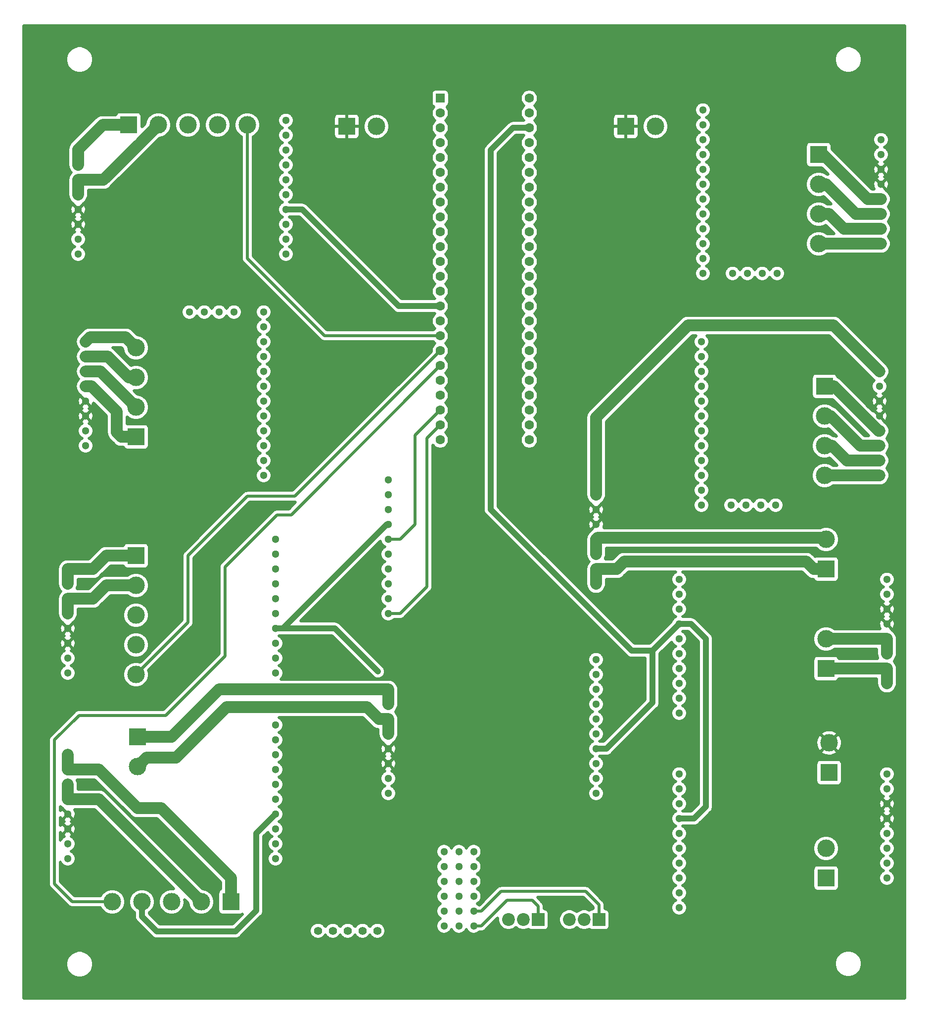
<source format=gbr>
%TF.GenerationSoftware,KiCad,Pcbnew,(5.1.7)-1*%
%TF.CreationDate,2021-02-23T20:46:47-05:00*%
%TF.ProjectId,Overall Schematics,4f766572-616c-46c2-9053-6368656d6174,rev?*%
%TF.SameCoordinates,Original*%
%TF.FileFunction,Copper,L2,Bot*%
%TF.FilePolarity,Positive*%
%FSLAX46Y46*%
G04 Gerber Fmt 4.6, Leading zero omitted, Abs format (unit mm)*
G04 Created by KiCad (PCBNEW (5.1.7)-1) date 2021-02-23 20:46:47*
%MOMM*%
%LPD*%
G01*
G04 APERTURE LIST*
%TA.AperFunction,ComponentPad*%
%ADD10C,2.200000*%
%TD*%
%TA.AperFunction,ComponentPad*%
%ADD11R,2.200000X2.200000*%
%TD*%
%TA.AperFunction,ComponentPad*%
%ADD12C,1.300000*%
%TD*%
%TA.AperFunction,ComponentPad*%
%ADD13C,3.000000*%
%TD*%
%TA.AperFunction,ComponentPad*%
%ADD14R,3.000000X3.000000*%
%TD*%
%TA.AperFunction,ComponentPad*%
%ADD15C,1.400000*%
%TD*%
%TA.AperFunction,ComponentPad*%
%ADD16C,1.600000*%
%TD*%
%TA.AperFunction,ComponentPad*%
%ADD17R,1.600000X1.600000*%
%TD*%
%TA.AperFunction,ViaPad*%
%ADD18C,0.900000*%
%TD*%
%TA.AperFunction,Conductor*%
%ADD19C,0.500000*%
%TD*%
%TA.AperFunction,Conductor*%
%ADD20C,2.000000*%
%TD*%
%TA.AperFunction,Conductor*%
%ADD21C,1.000000*%
%TD*%
%TA.AperFunction,Conductor*%
%ADD22C,0.100000*%
%TD*%
G04 APERTURE END LIST*
D10*
%TO.P,M12,3*%
%TO.N,GND*%
X533908000Y-458470000D03*
%TO.P,M12,2*%
%TO.N,+5V*%
X536448000Y-458470000D03*
D11*
%TO.P,M12,1*%
%TO.N,SS_2*%
X538988000Y-458470000D03*
%TD*%
D10*
%TO.P,M10,3*%
%TO.N,GND*%
X523494000Y-458470000D03*
%TO.P,M10,2*%
%TO.N,+5V*%
X526034000Y-458470000D03*
D11*
%TO.P,M10,1*%
%TO.N,SS_1*%
X528574000Y-458470000D03*
%TD*%
D12*
%TO.P,U10,14*%
%TO.N,Battery1_Positive24V*%
X538480000Y-383286000D03*
X538480000Y-385826000D03*
%TO.P,U10,13*%
%TO.N,PWR_GND*%
X538480000Y-388366000D03*
X538480000Y-390906000D03*
%TO.P,U10,12*%
%TO.N,OUTB_4*%
X538480000Y-393446000D03*
X538480000Y-395986000D03*
%TO.P,U10,11*%
%TO.N,OUTA_4*%
X538480000Y-398526000D03*
X538480000Y-401066000D03*
%TO.P,U10,10*%
%TO.N,Net-(U10-Pad10)*%
X502920000Y-383286000D03*
%TO.P,U10,9*%
%TO.N,Net-(U10-Pad9)*%
X502920000Y-385826000D03*
%TO.P,U10,8*%
%TO.N,GND*%
X502920000Y-388366000D03*
%TO.P,U10,7*%
%TO.N,3.3V*%
X502920000Y-390906000D03*
%TO.P,U10,6*%
%TO.N,INB_4*%
X502920000Y-393446000D03*
%TO.P,U10,5*%
%TO.N,Net-(U10-Pad5)*%
X502920000Y-395986000D03*
%TO.P,U10,4*%
%TO.N,Net-(U10-Pad4)*%
X502920000Y-398526000D03*
%TO.P,U10,3*%
%TO.N,PWM_4*%
X502920000Y-401066000D03*
%TO.P,U10,2*%
%TO.N,Net-(U10-Pad2)*%
X502920000Y-403606000D03*
%TO.P,U10,1*%
%TO.N,INA_4*%
X502920000Y-406146000D03*
%TD*%
D13*
%TO.P,J3,2*%
%TO.N,PWR_GND*%
X578358000Y-428244000D03*
D14*
%TO.P,J3,1*%
%TO.N,Battery1_Positive24V*%
X578358000Y-433324000D03*
%TD*%
D15*
%TO.P,U13,5*%
%TO.N,+5V*%
X501015000Y-460375000D03*
%TO.P,U13,4*%
%TO.N,GND*%
X498475000Y-460375000D03*
%TO.P,U13,3*%
%TO.N,Battery1_Positive24V*%
X495935000Y-460375000D03*
%TO.P,U13,2*%
%TO.N,Net-(U13-Pad2)*%
X493395000Y-460375000D03*
%TO.P,U13,1*%
%TO.N,Net-(U13-Pad1)*%
X490855000Y-460375000D03*
%TD*%
D13*
%TO.P,M1,4*%
%TO.N,BOUT2_1*%
X576580000Y-342900000D03*
D14*
%TO.P,M1,1*%
%TO.N,AOUT1_1*%
X576580000Y-327660000D03*
D13*
%TO.P,M1,3*%
%TO.N,BOUT1_1*%
X576580000Y-337820000D03*
%TO.P,M1,2*%
%TO.N,AOUT2_1*%
X576580000Y-332740000D03*
%TD*%
%TO.P,M2,4*%
%TO.N,BOUT2_2*%
X577596000Y-382524000D03*
D14*
%TO.P,M2,1*%
%TO.N,AOUT1_2*%
X577596000Y-367284000D03*
D13*
%TO.P,M2,3*%
%TO.N,BOUT1_2*%
X577596000Y-377444000D03*
%TO.P,M2,2*%
%TO.N,AOUT2_2*%
X577596000Y-372364000D03*
%TD*%
%TO.P,M3,5*%
%TO.N,LIN_SIGNAL2*%
X455676000Y-455422000D03*
%TO.P,M3,4*%
%TO.N,3.3V*%
X460756000Y-455422000D03*
D14*
%TO.P,M3,1*%
%TO.N,OUTA2_LIN*%
X475996000Y-455422000D03*
D13*
%TO.P,M3,3*%
%TO.N,GND*%
X465836000Y-455422000D03*
%TO.P,M3,2*%
%TO.N,OUTB2_LIN*%
X470916000Y-455422000D03*
%TD*%
%TO.P,M4,5*%
%TO.N,LIN_SIGNAL3*%
X478790000Y-322580000D03*
%TO.P,M4,4*%
%TO.N,3.3V*%
X473710000Y-322580000D03*
D14*
%TO.P,M4,1*%
%TO.N,OUTA3_LIN*%
X458470000Y-322580000D03*
D13*
%TO.P,M4,3*%
%TO.N,GND*%
X468630000Y-322580000D03*
%TO.P,M4,2*%
%TO.N,OUTB3_LIN*%
X463550000Y-322580000D03*
%TD*%
%TO.P,M7,2*%
%TO.N,OUTB_4*%
X577850000Y-393446000D03*
D14*
%TO.P,M7,1*%
%TO.N,OUTA_4*%
X577850000Y-398526000D03*
%TD*%
D13*
%TO.P,M8,2*%
%TO.N,OUTB_1*%
X577850000Y-410464000D03*
D14*
%TO.P,M8,1*%
%TO.N,OUTA_1*%
X577850000Y-415544000D03*
%TD*%
D13*
%TO.P,M6,2*%
%TO.N,OUTB_3*%
X459994000Y-432308000D03*
D14*
%TO.P,M6,1*%
%TO.N,OUTA_3*%
X459994000Y-427228000D03*
%TD*%
D13*
%TO.P,M9,2*%
%TO.N,OUTB_2*%
X577850000Y-446278000D03*
D14*
%TO.P,M9,1*%
%TO.N,OUTA_2*%
X577850000Y-451358000D03*
%TD*%
D13*
%TO.P,M5,5*%
%TO.N,LIN_SIGNAL1*%
X459740000Y-416560000D03*
%TO.P,M5,4*%
%TO.N,3.3V*%
X459740000Y-411480000D03*
D14*
%TO.P,M5,1*%
%TO.N,OUTA1_LIN*%
X459740000Y-396240000D03*
D13*
%TO.P,M5,3*%
%TO.N,GND*%
X459740000Y-406400000D03*
%TO.P,M5,2*%
%TO.N,OUTB1_LIN*%
X459740000Y-401320000D03*
%TD*%
D12*
%TO.P,U9,14*%
%TO.N,Battery1_Positive24V*%
X502920000Y-436880000D03*
X502920000Y-434340000D03*
%TO.P,U9,13*%
%TO.N,PWR_GND*%
X502920000Y-431800000D03*
X502920000Y-429260000D03*
%TO.P,U9,12*%
%TO.N,OUTB_3*%
X502920000Y-426720000D03*
X502920000Y-424180000D03*
%TO.P,U9,11*%
%TO.N,OUTA_3*%
X502920000Y-421640000D03*
X502920000Y-419100000D03*
%TO.P,U9,10*%
%TO.N,Net-(U9-Pad10)*%
X538480000Y-436880000D03*
%TO.P,U9,9*%
%TO.N,Net-(U9-Pad9)*%
X538480000Y-434340000D03*
%TO.P,U9,8*%
%TO.N,GND*%
X538480000Y-431800000D03*
%TO.P,U9,7*%
%TO.N,3.3V*%
X538480000Y-429260000D03*
%TO.P,U9,6*%
%TO.N,INB_3*%
X538480000Y-426720000D03*
%TO.P,U9,5*%
%TO.N,Net-(U9-Pad5)*%
X538480000Y-424180000D03*
%TO.P,U9,4*%
%TO.N,Net-(U9-Pad4)*%
X538480000Y-421640000D03*
%TO.P,U9,3*%
%TO.N,PWM_3*%
X538480000Y-419100000D03*
%TO.P,U9,2*%
%TO.N,Net-(U9-Pad2)*%
X538480000Y-416560000D03*
%TO.P,U9,1*%
%TO.N,INA_3*%
X538480000Y-414020000D03*
%TD*%
D13*
%TO.P,M11,4*%
%TO.N,BOUT2_3*%
X459740000Y-360680000D03*
D14*
%TO.P,M11,1*%
%TO.N,AOUT1_3*%
X459740000Y-375920000D03*
D13*
%TO.P,M11,3*%
%TO.N,BOUT1_3*%
X459740000Y-365760000D03*
%TO.P,M11,2*%
%TO.N,AOUT2_3*%
X459740000Y-370840000D03*
%TD*%
D12*
%TO.P,U11,6*%
%TO.N,Net-(U11-Pad6)*%
X517525000Y-446850001D03*
%TO.P,U11,5*%
%TO.N,Net-(U11-Pad5)*%
X517525000Y-449390001D03*
%TO.P,U11,4*%
%TO.N,Net-(U11-Pad4)*%
X517525000Y-451930001D03*
%TO.P,U11,3*%
%TO.N,Net-(U11-Pad3)*%
X517525000Y-454470001D03*
%TO.P,U11,2*%
%TO.N,SS_2*%
X517525000Y-457010001D03*
%TO.P,U11,1*%
%TO.N,SS_1*%
X517525000Y-459550001D03*
%TO.P,U11,7*%
%TO.N,+5V*%
X514985000Y-459550001D03*
%TO.P,U11,8*%
X514985000Y-457010001D03*
%TO.P,U11,9*%
%TO.N,Net-(U11-Pad9)*%
X514985000Y-454470001D03*
%TO.P,U11,10*%
%TO.N,Net-(U11-Pad10)*%
X514985000Y-451930001D03*
%TO.P,U11,11*%
%TO.N,Net-(U11-Pad11)*%
X514985000Y-449390001D03*
%TO.P,U11,12*%
%TO.N,Net-(U11-Pad12)*%
X514985000Y-446850001D03*
%TO.P,U11,18*%
%TO.N,Net-(U11-Pad18)*%
X512445000Y-446850001D03*
%TO.P,U11,17*%
%TO.N,Net-(U11-Pad17)*%
X512445000Y-449390001D03*
%TO.P,U11,16*%
%TO.N,Net-(U11-Pad16)*%
X512445000Y-451930001D03*
%TO.P,U11,15*%
%TO.N,Net-(U11-Pad15)*%
X512445000Y-454470001D03*
%TO.P,U11,14*%
%TO.N,GND*%
X512445000Y-457010001D03*
%TO.P,U11,13*%
X512445000Y-459550001D03*
%TD*%
D13*
%TO.P,J2,2*%
%TO.N,Battery1_Positive24V*%
X548640000Y-322834000D03*
D14*
%TO.P,J2,1*%
%TO.N,PWR_GND*%
X543560000Y-322834000D03*
%TD*%
D13*
%TO.P,J1,2*%
%TO.N,Battery1_Positive24V*%
X500888000Y-322834000D03*
D14*
%TO.P,J1,1*%
%TO.N,PWR_GND*%
X495808000Y-322834000D03*
%TD*%
D16*
%TO.P,U1,17*%
%TO.N,LIN_SIGNAL3*%
X511810000Y-358648000D03*
%TO.P,U1,18*%
%TO.N,LIN_SIGNAL1*%
X511810000Y-361188000D03*
%TO.P,U1,19*%
%TO.N,LIN_SIGNAL2*%
X511810000Y-363728000D03*
%TO.P,U1,20*%
%TO.N,INB_6*%
X511810000Y-366268000D03*
%TO.P,U1,16*%
%TO.N,PWM_6*%
X511810000Y-356108000D03*
%TO.P,U1,46*%
%TO.N,3.3V*%
X511810000Y-353568000D03*
%TO.P,U1,14*%
%TO.N,INA_6*%
X511810000Y-351028000D03*
%TO.P,U1,21*%
%TO.N,PWM_4*%
X511810000Y-368808000D03*
%TO.P,U1,22*%
%TO.N,INB_4*%
X511810000Y-371348000D03*
%TO.P,U1,23*%
%TO.N,INA_4*%
X511810000Y-373888000D03*
%TO.P,U1,24*%
%TO.N,Net-(U1-Pad24)*%
X511810000Y-376428000D03*
%TO.P,U1,25*%
%TO.N,Net-(U1-Pad25)*%
X527050000Y-376428000D03*
%TO.P,U1,26*%
%TO.N,Net-(U1-Pad26)*%
X527050000Y-373888000D03*
%TO.P,U1,27*%
%TO.N,INA_3*%
X527050000Y-371348000D03*
%TO.P,U1,28*%
%TO.N,INB_3*%
X527050000Y-368808000D03*
%TO.P,U1,29*%
%TO.N,PWM_3*%
X527050000Y-366268000D03*
%TO.P,U1,30*%
%TO.N,INA_2*%
X527050000Y-363728000D03*
%TO.P,U1,31*%
%TO.N,PWM_2*%
X527050000Y-361188000D03*
%TO.P,U1,32*%
%TO.N,INB_2*%
X527050000Y-358648000D03*
%TO.P,U1,33*%
%TO.N,Net-(U1-Pad33)*%
X527050000Y-356108000D03*
%TO.P,U1,34*%
%TO.N,GND*%
X527050000Y-353568000D03*
%TO.P,U1,13*%
%TO.N,INB_5*%
X511810000Y-348488000D03*
%TO.P,U1,12*%
%TO.N,PWM_5*%
X511810000Y-345948000D03*
%TO.P,U1,11*%
%TO.N,INA_5*%
X511810000Y-343408000D03*
%TO.P,U1,10*%
%TO.N,STEP_3*%
X511810000Y-340868000D03*
%TO.P,U1,9*%
%TO.N,DIR_3*%
X511810000Y-338328000D03*
%TO.P,U1,8*%
%TO.N,SLEEP_3*%
X511810000Y-335788000D03*
%TO.P,U1,7*%
%TO.N,RESET_3*%
X511810000Y-333248000D03*
%TO.P,U1,6*%
%TO.N,INB_7*%
X511810000Y-330708000D03*
%TO.P,U1,5*%
%TO.N,PWM_7*%
X511810000Y-328168000D03*
%TO.P,U1,4*%
%TO.N,INA_7*%
X511810000Y-325628000D03*
%TO.P,U1,3*%
%TO.N,Net-(U1-Pad3)*%
X511810000Y-323088000D03*
%TO.P,U1,2*%
%TO.N,Net-(U1-Pad2)*%
X511810000Y-320548000D03*
D17*
%TO.P,U1,1*%
%TO.N,GND*%
X511810000Y-318008000D03*
D16*
%TO.P,U1,35*%
%TO.N,INA_1*%
X527050000Y-351028000D03*
%TO.P,U1,36*%
%TO.N,PWM_1*%
X527050000Y-348488000D03*
%TO.P,U1,37*%
%TO.N,INB_1*%
X527050000Y-345948000D03*
%TO.P,U1,38*%
%TO.N,RESET_2*%
X527050000Y-343408000D03*
%TO.P,U1,39*%
%TO.N,SLEEP_2*%
X527050000Y-340868000D03*
%TO.P,U1,40*%
%TO.N,DIR_2*%
X527050000Y-338328000D03*
%TO.P,U1,41*%
%TO.N,STEP_2*%
X527050000Y-335788000D03*
%TO.P,U1,42*%
%TO.N,RESET_1*%
X527050000Y-333248000D03*
%TO.P,U1,43*%
%TO.N,SLEEP_1*%
X527050000Y-330708000D03*
%TO.P,U1,44*%
%TO.N,DIR_1*%
X527050000Y-328168000D03*
%TO.P,U1,45*%
%TO.N,STEP_1*%
X527050000Y-325628000D03*
%TO.P,U1,46*%
%TO.N,3.3V*%
X527050000Y-323088000D03*
%TO.P,U1,47*%
%TO.N,GND*%
X527050000Y-320548000D03*
%TO.P,U1,48*%
%TO.N,Net-(U1-Pad48)*%
X527050000Y-318008000D03*
%TD*%
D12*
%TO.P,U7,14*%
%TO.N,Battery1_Positive24V*%
X588264000Y-400304000D03*
X588264000Y-402844000D03*
%TO.P,U7,13*%
%TO.N,PWR_GND*%
X588264000Y-405384000D03*
X588264000Y-407924000D03*
%TO.P,U7,12*%
%TO.N,OUTB_1*%
X588264000Y-410464000D03*
X588264000Y-413004000D03*
%TO.P,U7,11*%
%TO.N,OUTA_1*%
X588264000Y-415544000D03*
X588264000Y-418084000D03*
%TO.P,U7,10*%
%TO.N,Net-(U7-Pad10)*%
X552704000Y-400304000D03*
%TO.P,U7,9*%
%TO.N,Net-(U7-Pad9)*%
X552704000Y-402844000D03*
%TO.P,U7,8*%
%TO.N,GND*%
X552704000Y-405384000D03*
%TO.P,U7,7*%
%TO.N,3.3V*%
X552704000Y-407924000D03*
%TO.P,U7,6*%
%TO.N,INB_1*%
X552704000Y-410464000D03*
%TO.P,U7,5*%
%TO.N,Net-(U7-Pad5)*%
X552704000Y-413004000D03*
%TO.P,U7,4*%
%TO.N,Net-(U7-Pad4)*%
X552704000Y-415544000D03*
%TO.P,U7,3*%
%TO.N,PWM_1*%
X552704000Y-418084000D03*
%TO.P,U7,2*%
%TO.N,Net-(U7-Pad2)*%
X552704000Y-420624000D03*
%TO.P,U7,1*%
%TO.N,INA_1*%
X552704000Y-423164000D03*
%TD*%
%TO.P,U2,16*%
%TO.N,Net-(U2-Pad16)*%
X569468000Y-347980000D03*
%TO.P,U2,15*%
%TO.N,Net-(U2-Pad15)*%
X566928000Y-347980000D03*
%TO.P,U2,14*%
%TO.N,Net-(U2-Pad14)*%
X564388000Y-347980000D03*
%TO.P,U2,13*%
%TO.N,Net-(U2-Pad13)*%
X561848000Y-347980000D03*
%TO.P,U2,24*%
%TO.N,BOUT2_1*%
X587248000Y-342900000D03*
%TO.P,U2,23*%
%TO.N,BOUT1_1*%
X587248000Y-340360000D03*
%TO.P,U2,22*%
%TO.N,AOUT2_1*%
X587248000Y-337820000D03*
%TO.P,U2,21*%
%TO.N,AOUT1_1*%
X587248000Y-335280000D03*
%TO.P,U2,20*%
%TO.N,PWR_GND*%
X587248000Y-332740000D03*
%TO.P,U2,19*%
X587248000Y-330200000D03*
%TO.P,U2,18*%
%TO.N,Battery1_Positive24V*%
X587248000Y-327660000D03*
%TO.P,U2,17*%
X587248000Y-325120000D03*
%TO.P,U2,12*%
%TO.N,Net-(U2-Pad12)*%
X556768000Y-347980000D03*
%TO.P,U2,11*%
%TO.N,RESET_1*%
X556768000Y-345440000D03*
%TO.P,U2,10*%
%TO.N,SLEEP_1*%
X556768000Y-342900000D03*
%TO.P,U2,9*%
%TO.N,Net-(U2-Pad9)*%
X556768000Y-340360000D03*
%TO.P,U2,8*%
%TO.N,Net-(U2-Pad8)*%
X556768000Y-337820000D03*
%TO.P,U2,7*%
%TO.N,Net-(U2-Pad7)*%
X556768000Y-335280000D03*
%TO.P,U2,6*%
%TO.N,Net-(U2-Pad6)*%
X556768000Y-332740000D03*
%TO.P,U2,5*%
%TO.N,DIR_1*%
X556768000Y-330200000D03*
%TO.P,U2,4*%
%TO.N,STEP_1*%
X556768000Y-327660000D03*
%TO.P,U2,3*%
%TO.N,GND*%
X556768000Y-325120000D03*
%TO.P,U2,2*%
%TO.N,Net-(U2-Pad2)*%
X556768000Y-322580000D03*
%TO.P,U2,1*%
%TO.N,Net-(U2-Pad1)*%
X556768000Y-320040000D03*
%TD*%
%TO.P,U3,16*%
%TO.N,Net-(U3-Pad16)*%
X569214000Y-387604000D03*
%TO.P,U3,15*%
%TO.N,Net-(U3-Pad15)*%
X566674000Y-387604000D03*
%TO.P,U3,14*%
%TO.N,Net-(U3-Pad14)*%
X564134000Y-387604000D03*
%TO.P,U3,13*%
%TO.N,Net-(U3-Pad13)*%
X561594000Y-387604000D03*
%TO.P,U3,24*%
%TO.N,BOUT2_2*%
X586994000Y-382524000D03*
%TO.P,U3,23*%
%TO.N,BOUT1_2*%
X586994000Y-379984000D03*
%TO.P,U3,22*%
%TO.N,AOUT2_2*%
X586994000Y-377444000D03*
%TO.P,U3,21*%
%TO.N,AOUT1_2*%
X586994000Y-374904000D03*
%TO.P,U3,20*%
%TO.N,PWR_GND*%
X586994000Y-372364000D03*
%TO.P,U3,19*%
X586994000Y-369824000D03*
%TO.P,U3,18*%
%TO.N,Battery1_Positive24V*%
X586994000Y-367284000D03*
%TO.P,U3,17*%
X586994000Y-364744000D03*
%TO.P,U3,12*%
%TO.N,Net-(U3-Pad12)*%
X556514000Y-387604000D03*
%TO.P,U3,11*%
%TO.N,RESET_2*%
X556514000Y-385064000D03*
%TO.P,U3,10*%
%TO.N,SLEEP_2*%
X556514000Y-382524000D03*
%TO.P,U3,9*%
%TO.N,Net-(U3-Pad9)*%
X556514000Y-379984000D03*
%TO.P,U3,8*%
%TO.N,Net-(U3-Pad8)*%
X556514000Y-377444000D03*
%TO.P,U3,7*%
%TO.N,Net-(U3-Pad7)*%
X556514000Y-374904000D03*
%TO.P,U3,6*%
%TO.N,Net-(U3-Pad6)*%
X556514000Y-372364000D03*
%TO.P,U3,5*%
%TO.N,DIR_2*%
X556514000Y-369824000D03*
%TO.P,U3,4*%
%TO.N,STEP_2*%
X556514000Y-367284000D03*
%TO.P,U3,3*%
%TO.N,GND*%
X556514000Y-364744000D03*
%TO.P,U3,2*%
%TO.N,Net-(U3-Pad2)*%
X556514000Y-362204000D03*
%TO.P,U3,1*%
%TO.N,Net-(U3-Pad1)*%
X556514000Y-359664000D03*
%TD*%
%TO.P,U4,14*%
%TO.N,Battery1_Positive24V*%
X448056000Y-448056000D03*
X448056000Y-445516000D03*
%TO.P,U4,13*%
%TO.N,PWR_GND*%
X448056000Y-442976000D03*
X448056000Y-440436000D03*
%TO.P,U4,12*%
%TO.N,OUTB2_LIN*%
X448056000Y-437896000D03*
X448056000Y-435356000D03*
%TO.P,U4,11*%
%TO.N,OUTA2_LIN*%
X448056000Y-432816000D03*
X448056000Y-430276000D03*
%TO.P,U4,10*%
%TO.N,Net-(U4-Pad10)*%
X483616000Y-448056000D03*
%TO.P,U4,9*%
%TO.N,Net-(U4-Pad9)*%
X483616000Y-445516000D03*
%TO.P,U4,8*%
%TO.N,GND*%
X483616000Y-442976000D03*
%TO.P,U4,7*%
%TO.N,3.3V*%
X483616000Y-440436000D03*
%TO.P,U4,6*%
%TO.N,INB_6*%
X483616000Y-437896000D03*
%TO.P,U4,5*%
%TO.N,Net-(U4-Pad5)*%
X483616000Y-435356000D03*
%TO.P,U4,4*%
%TO.N,Net-(U4-Pad4)*%
X483616000Y-432816000D03*
%TO.P,U4,3*%
%TO.N,PWM_6*%
X483616000Y-430276000D03*
%TO.P,U4,2*%
%TO.N,Net-(U4-Pad2)*%
X483616000Y-427736000D03*
%TO.P,U4,1*%
%TO.N,INA_6*%
X483616000Y-425196000D03*
%TD*%
%TO.P,U5,14*%
%TO.N,Battery1_Positive24V*%
X449834000Y-344678000D03*
X449834000Y-342138000D03*
%TO.P,U5,13*%
%TO.N,PWR_GND*%
X449834000Y-339598000D03*
X449834000Y-337058000D03*
%TO.P,U5,12*%
%TO.N,OUTB3_LIN*%
X449834000Y-334518000D03*
X449834000Y-331978000D03*
%TO.P,U5,11*%
%TO.N,OUTA3_LIN*%
X449834000Y-329438000D03*
X449834000Y-326898000D03*
%TO.P,U5,10*%
%TO.N,Net-(U5-Pad10)*%
X485394000Y-344678000D03*
%TO.P,U5,9*%
%TO.N,Net-(U5-Pad9)*%
X485394000Y-342138000D03*
%TO.P,U5,8*%
%TO.N,GND*%
X485394000Y-339598000D03*
%TO.P,U5,7*%
%TO.N,3.3V*%
X485394000Y-337058000D03*
%TO.P,U5,6*%
%TO.N,INB_7*%
X485394000Y-334518000D03*
%TO.P,U5,5*%
%TO.N,Net-(U5-Pad5)*%
X485394000Y-331978000D03*
%TO.P,U5,4*%
%TO.N,Net-(U5-Pad4)*%
X485394000Y-329438000D03*
%TO.P,U5,3*%
%TO.N,PWM_7*%
X485394000Y-326898000D03*
%TO.P,U5,2*%
%TO.N,Net-(U5-Pad2)*%
X485394000Y-324358000D03*
%TO.P,U5,1*%
%TO.N,INA_7*%
X485394000Y-321818000D03*
%TD*%
%TO.P,U6,14*%
%TO.N,Battery1_Positive24V*%
X448056000Y-416306000D03*
X448056000Y-413766000D03*
%TO.P,U6,13*%
%TO.N,PWR_GND*%
X448056000Y-411226000D03*
X448056000Y-408686000D03*
%TO.P,U6,12*%
%TO.N,OUTB1_LIN*%
X448056000Y-406146000D03*
X448056000Y-403606000D03*
%TO.P,U6,11*%
%TO.N,OUTA1_LIN*%
X448056000Y-401066000D03*
X448056000Y-398526000D03*
%TO.P,U6,10*%
%TO.N,Net-(U6-Pad10)*%
X483616000Y-416306000D03*
%TO.P,U6,9*%
%TO.N,Net-(U6-Pad9)*%
X483616000Y-413766000D03*
%TO.P,U6,8*%
%TO.N,GND*%
X483616000Y-411226000D03*
%TO.P,U6,7*%
%TO.N,3.3V*%
X483616000Y-408686000D03*
%TO.P,U6,6*%
%TO.N,INB_5*%
X483616000Y-406146000D03*
%TO.P,U6,5*%
%TO.N,Net-(U6-Pad5)*%
X483616000Y-403606000D03*
%TO.P,U6,4*%
%TO.N,Net-(U6-Pad4)*%
X483616000Y-401066000D03*
%TO.P,U6,3*%
%TO.N,PWM_5*%
X483616000Y-398526000D03*
%TO.P,U6,2*%
%TO.N,Net-(U6-Pad2)*%
X483616000Y-395986000D03*
%TO.P,U6,1*%
%TO.N,INA_5*%
X483616000Y-393446000D03*
%TD*%
%TO.P,U8,14*%
%TO.N,Battery1_Positive24V*%
X588264000Y-433578000D03*
X588264000Y-436118000D03*
%TO.P,U8,13*%
%TO.N,PWR_GND*%
X588264000Y-438658000D03*
X588264000Y-441198000D03*
%TO.P,U8,12*%
%TO.N,OUTB_2*%
X588264000Y-443738000D03*
X588264000Y-446278000D03*
%TO.P,U8,11*%
%TO.N,OUTA_2*%
X588264000Y-448818000D03*
X588264000Y-451358000D03*
%TO.P,U8,10*%
%TO.N,Net-(U8-Pad10)*%
X552704000Y-433578000D03*
%TO.P,U8,9*%
%TO.N,Net-(U8-Pad9)*%
X552704000Y-436118000D03*
%TO.P,U8,8*%
%TO.N,GND*%
X552704000Y-438658000D03*
%TO.P,U8,7*%
%TO.N,3.3V*%
X552704000Y-441198000D03*
%TO.P,U8,6*%
%TO.N,INB_2*%
X552704000Y-443738000D03*
%TO.P,U8,5*%
%TO.N,Net-(U8-Pad5)*%
X552704000Y-446278000D03*
%TO.P,U8,4*%
%TO.N,Net-(U8-Pad4)*%
X552704000Y-448818000D03*
%TO.P,U8,3*%
%TO.N,PWM_2*%
X552704000Y-451358000D03*
%TO.P,U8,2*%
%TO.N,Net-(U8-Pad2)*%
X552704000Y-453898000D03*
%TO.P,U8,1*%
%TO.N,INA_2*%
X552704000Y-456438000D03*
%TD*%
%TO.P,U12,16*%
%TO.N,Net-(U12-Pad16)*%
X468884000Y-354584000D03*
%TO.P,U12,15*%
%TO.N,Net-(U12-Pad15)*%
X471424000Y-354584000D03*
%TO.P,U12,14*%
%TO.N,Net-(U12-Pad14)*%
X473964000Y-354584000D03*
%TO.P,U12,13*%
%TO.N,Net-(U12-Pad13)*%
X476504000Y-354584000D03*
%TO.P,U12,24*%
%TO.N,BOUT2_3*%
X451104000Y-359664000D03*
%TO.P,U12,23*%
%TO.N,BOUT1_3*%
X451104000Y-362204000D03*
%TO.P,U12,22*%
%TO.N,AOUT2_3*%
X451104000Y-364744000D03*
%TO.P,U12,21*%
%TO.N,AOUT1_3*%
X451104000Y-367284000D03*
%TO.P,U12,20*%
%TO.N,PWR_GND*%
X451104000Y-369824000D03*
%TO.P,U12,19*%
X451104000Y-372364000D03*
%TO.P,U12,18*%
%TO.N,Battery1_Positive24V*%
X451104000Y-374904000D03*
%TO.P,U12,17*%
X451104000Y-377444000D03*
%TO.P,U12,12*%
%TO.N,Net-(U12-Pad12)*%
X481584000Y-354584000D03*
%TO.P,U12,11*%
%TO.N,RESET_3*%
X481584000Y-357124000D03*
%TO.P,U12,10*%
%TO.N,SLEEP_3*%
X481584000Y-359664000D03*
%TO.P,U12,9*%
%TO.N,Net-(U12-Pad9)*%
X481584000Y-362204000D03*
%TO.P,U12,8*%
%TO.N,Net-(U12-Pad8)*%
X481584000Y-364744000D03*
%TO.P,U12,7*%
%TO.N,Net-(U12-Pad7)*%
X481584000Y-367284000D03*
%TO.P,U12,6*%
%TO.N,Net-(U12-Pad6)*%
X481584000Y-369824000D03*
%TO.P,U12,5*%
%TO.N,DIR_3*%
X481584000Y-372364000D03*
%TO.P,U12,4*%
%TO.N,STEP_3*%
X481584000Y-374904000D03*
%TO.P,U12,3*%
%TO.N,GND*%
X481584000Y-377444000D03*
%TO.P,U12,2*%
%TO.N,Net-(U12-Pad2)*%
X481584000Y-379984000D03*
%TO.P,U12,1*%
%TO.N,Net-(U12-Pad1)*%
X481584000Y-382524000D03*
%TD*%
D18*
%TO.N,3.3V*%
X501142000Y-416052000D03*
%TD*%
D19*
%TO.N,LIN_SIGNAL3*%
X511810000Y-358648000D02*
X491998000Y-358648000D01*
X491998000Y-358648000D02*
X478790000Y-345440000D01*
X478790000Y-345440000D02*
X478790000Y-322580000D01*
%TO.N,INA_4*%
X509524000Y-401574000D02*
X509524000Y-376174000D01*
X504952000Y-406146000D02*
X509524000Y-401574000D01*
X502920000Y-406146000D02*
X504952000Y-406146000D01*
X509524000Y-376174000D02*
X511810000Y-373888000D01*
%TO.N,INB_4*%
X502920000Y-393446000D02*
X504952000Y-393446000D01*
X507492000Y-390906000D02*
X507492000Y-375666000D01*
X507492000Y-375666000D02*
X511810000Y-371348000D01*
X504952000Y-393446000D02*
X507492000Y-390906000D01*
%TO.N,LIN_SIGNAL2*%
X448818000Y-455422000D02*
X455676000Y-455422000D01*
X445770000Y-452374000D02*
X448818000Y-455422000D01*
X445770000Y-427736000D02*
X445770000Y-452374000D01*
X449961000Y-423545000D02*
X445770000Y-427736000D01*
X464820000Y-423545000D02*
X449961000Y-423545000D01*
X474980000Y-413385000D02*
X464820000Y-423545000D01*
X483870000Y-389255000D02*
X474980000Y-398145000D01*
X474980000Y-398145000D02*
X474980000Y-413385000D01*
X486283000Y-389255000D02*
X483870000Y-389255000D01*
X511810000Y-363728000D02*
X486283000Y-389255000D01*
%TO.N,LIN_SIGNAL1*%
X478790000Y-386080000D02*
X468630000Y-396240000D01*
X468630000Y-407670000D02*
X459740000Y-416560000D01*
X486918000Y-386080000D02*
X478790000Y-386080000D01*
X511810000Y-361188000D02*
X486918000Y-386080000D01*
X468630000Y-396240000D02*
X468630000Y-407670000D01*
D20*
%TO.N,BOUT2_1*%
X587248000Y-342900000D02*
X576580000Y-342900000D01*
%TO.N,Battery1_Positive24V*%
X538480000Y-385826000D02*
X538480000Y-383286000D01*
X579120000Y-356870000D02*
X586994000Y-364744000D01*
X554228000Y-356870000D02*
X579120000Y-356870000D01*
X538480000Y-372618000D02*
X554228000Y-356870000D01*
X538480000Y-383286000D02*
X538480000Y-372618000D01*
%TO.N,BOUT1_1*%
X578358000Y-337820000D02*
X576580000Y-337820000D01*
X580898000Y-340360000D02*
X578358000Y-337820000D01*
X587248000Y-340360000D02*
X580898000Y-340360000D01*
%TO.N,AOUT2_1*%
X577850000Y-332740000D02*
X576580000Y-332740000D01*
X582930000Y-337820000D02*
X577850000Y-332740000D01*
X587248000Y-337820000D02*
X582930000Y-337820000D01*
%TO.N,AOUT1_1*%
X577342000Y-327660000D02*
X576580000Y-327660000D01*
X584962000Y-335280000D02*
X577342000Y-327660000D01*
X587248000Y-335280000D02*
X584962000Y-335280000D01*
%TO.N,AOUT1_2*%
X579175998Y-367284000D02*
X577596000Y-367284000D01*
X586795998Y-374904000D02*
X579175998Y-367284000D01*
X586994000Y-374904000D02*
X586795998Y-374904000D01*
%TO.N,AOUT2_2*%
X583692000Y-377444000D02*
X586994000Y-377444000D01*
X578612000Y-372364000D02*
X583692000Y-377444000D01*
X577596000Y-372364000D02*
X578612000Y-372364000D01*
%TO.N,BOUT1_2*%
X581406000Y-379984000D02*
X586994000Y-379984000D01*
X578866000Y-377444000D02*
X581406000Y-379984000D01*
X577596000Y-377444000D02*
X578866000Y-377444000D01*
%TO.N,BOUT2_2*%
X577596000Y-382524000D02*
X586994000Y-382524000D01*
%TO.N,OUTB2_LIN*%
X448056000Y-435356000D02*
X448056000Y-437896000D01*
X453390000Y-437896000D02*
X470916000Y-455422000D01*
X448056000Y-437896000D02*
X453390000Y-437896000D01*
%TO.N,OUTA2_LIN*%
X448056000Y-430276000D02*
X448056000Y-432816000D01*
X459994000Y-439420000D02*
X464058000Y-439420000D01*
X464058000Y-439420000D02*
X475996000Y-451358000D01*
X453390000Y-432816000D02*
X459994000Y-439420000D01*
X475996000Y-451358000D02*
X475996000Y-455422000D01*
X448056000Y-432816000D02*
X453390000Y-432816000D01*
%TO.N,OUTA3_LIN*%
X449834000Y-329438000D02*
X449834000Y-326898000D01*
X454025000Y-322580000D02*
X458470000Y-322580000D01*
X449834000Y-326898000D02*
X449834000Y-326771000D01*
X449834000Y-326771000D02*
X454025000Y-322580000D01*
%TO.N,OUTB3_LIN*%
X449834000Y-331978000D02*
X449834000Y-334518000D01*
X454152000Y-331978000D02*
X460375000Y-325755000D01*
X449834000Y-331978000D02*
X454152000Y-331978000D01*
X460375000Y-325755000D02*
X463550000Y-322580000D01*
%TO.N,OUTA1_LIN*%
X448056000Y-398526000D02*
X448056000Y-401066000D01*
X454660000Y-396240000D02*
X459740000Y-396240000D01*
X448056000Y-398526000D02*
X452374000Y-398526000D01*
X452374000Y-398526000D02*
X454660000Y-396240000D01*
%TO.N,OUTB1_LIN*%
X448056000Y-403606000D02*
X452374000Y-403606000D01*
X448056000Y-406146000D02*
X448056000Y-403606000D01*
X452374000Y-403606000D02*
X454660000Y-401320000D01*
X454660000Y-401320000D02*
X459740000Y-401320000D01*
%TO.N,OUTB_1*%
X588264000Y-410464000D02*
X588264000Y-413004000D01*
X577850000Y-410464000D02*
X588264000Y-410464000D01*
%TO.N,OUTB_3*%
X502920000Y-424180000D02*
X502920000Y-426720000D01*
X501269000Y-424180000D02*
X502920000Y-424180000D01*
X499237000Y-422148000D02*
X501269000Y-424180000D01*
X466598000Y-430784000D02*
X475234000Y-422148000D01*
X475234000Y-422148000D02*
X499237000Y-422148000D01*
X461518000Y-430784000D02*
X466598000Y-430784000D01*
X459994000Y-432308000D02*
X461518000Y-430784000D01*
%TO.N,OUTB_4*%
X538480000Y-395986000D02*
X538480000Y-393446000D01*
X577596000Y-393192000D02*
X577850000Y-393446000D01*
X538734000Y-393192000D02*
X577596000Y-393192000D01*
X538480000Y-393446000D02*
X538734000Y-393192000D01*
%TO.N,OUTA_3*%
X502920000Y-419100000D02*
X502920000Y-421640000D01*
X473964000Y-419100000D02*
X502920000Y-419100000D01*
X465836000Y-427228000D02*
X473964000Y-419100000D01*
X459994000Y-427228000D02*
X465836000Y-427228000D01*
%TO.N,OUTA_4*%
X538480000Y-401066000D02*
X538480000Y-398526000D01*
X542036000Y-398526000D02*
X538480000Y-398526000D01*
X543306000Y-397256000D02*
X542036000Y-398526000D01*
X575691000Y-398526000D02*
X574421000Y-397256000D01*
X574421000Y-397256000D02*
X543306000Y-397256000D01*
X577850000Y-398526000D02*
X575691000Y-398526000D01*
%TO.N,OUTA_1*%
X588264000Y-415544000D02*
X588264000Y-418084000D01*
X577850000Y-415544000D02*
X588264000Y-415544000D01*
%TO.N,AOUT1_3*%
X452120000Y-367284000D02*
X456438000Y-371602000D01*
X451104000Y-367284000D02*
X452120000Y-367284000D01*
X459232000Y-375920000D02*
X459740000Y-375920000D01*
X459740000Y-375920000D02*
X457200000Y-375920000D01*
X456438000Y-375158000D02*
X456438000Y-371602000D01*
X457200000Y-375920000D02*
X456438000Y-375158000D01*
%TO.N,AOUT2_3*%
X453644000Y-364744000D02*
X459740000Y-370840000D01*
X451104000Y-364744000D02*
X453644000Y-364744000D01*
%TO.N,BOUT1_3*%
X458470000Y-365760000D02*
X459740000Y-365760000D01*
X454914000Y-362204000D02*
X458470000Y-365760000D01*
X451104000Y-362204000D02*
X454914000Y-362204000D01*
%TO.N,BOUT2_3*%
X457962000Y-358902000D02*
X459740000Y-360680000D01*
X451866000Y-358902000D02*
X457962000Y-358902000D01*
X451104000Y-359664000D02*
X451866000Y-358902000D01*
D19*
%TO.N,SS_1*%
X517525000Y-459550001D02*
X518857999Y-459550001D01*
X518857999Y-459550001D02*
X523240000Y-455168000D01*
X523240000Y-455168000D02*
X527558000Y-455168000D01*
X528574000Y-456184000D02*
X528574000Y-458470000D01*
X527558000Y-455168000D02*
X528574000Y-456184000D01*
%TO.N,SS_2*%
X517525000Y-457010001D02*
X518857999Y-457010001D01*
X518857999Y-457010001D02*
X522224000Y-453644000D01*
X522224000Y-453644000D02*
X536702000Y-453644000D01*
X538988000Y-455930000D02*
X538988000Y-458470000D01*
X536702000Y-453644000D02*
X538988000Y-455930000D01*
D21*
%TO.N,3.3V*%
X488188000Y-337058000D02*
X504698000Y-353568000D01*
X504698000Y-353568000D02*
X511810000Y-353568000D01*
X485394000Y-337058000D02*
X488188000Y-337058000D01*
X548132000Y-412496000D02*
X552704000Y-407924000D01*
X540258000Y-429260000D02*
X548132000Y-421386000D01*
X538480000Y-429260000D02*
X540258000Y-429260000D01*
X548132000Y-412750000D02*
X548132000Y-412496000D01*
X548132000Y-421386000D02*
X548132000Y-412750000D01*
X547878000Y-412496000D02*
X548132000Y-412750000D01*
X544576000Y-412496000D02*
X547878000Y-412496000D01*
X520446000Y-388366000D02*
X544576000Y-412496000D01*
X524256000Y-323088000D02*
X520446000Y-326898000D01*
X520446000Y-326898000D02*
X520446000Y-388366000D01*
X527050000Y-323088000D02*
X524256000Y-323088000D01*
X484886000Y-408686000D02*
X483616000Y-408686000D01*
X502666000Y-390906000D02*
X484886000Y-408686000D01*
X502920000Y-390906000D02*
X502666000Y-390906000D01*
X460756000Y-455422000D02*
X460756000Y-457962000D01*
X460756000Y-457962000D02*
X463296000Y-460502000D01*
X463296000Y-460502000D02*
X476758000Y-460502000D01*
X476758000Y-460502000D02*
X480314000Y-456946000D01*
X480314000Y-443738000D02*
X483616000Y-440436000D01*
X480314000Y-456946000D02*
X480314000Y-443738000D01*
X554736000Y-407924000D02*
X552704000Y-407924000D01*
X557276000Y-410464000D02*
X554736000Y-407924000D01*
X557276000Y-439166000D02*
X557276000Y-410464000D01*
X555244000Y-441198000D02*
X557276000Y-439166000D01*
X552704000Y-441198000D02*
X555244000Y-441198000D01*
X493776000Y-408686000D02*
X501142000Y-416052000D01*
X483616000Y-408686000D02*
X493776000Y-408686000D01*
%TD*%
D19*
%TO.N,PWR_GND*%
X591266001Y-471886000D02*
X440482000Y-471886000D01*
X440482000Y-465857757D01*
X447730000Y-465857757D01*
X447730000Y-466322243D01*
X447820617Y-466777803D01*
X447998368Y-467206932D01*
X448256422Y-467593137D01*
X448584863Y-467921578D01*
X448971068Y-468179632D01*
X449400197Y-468357383D01*
X449855757Y-468448000D01*
X450320243Y-468448000D01*
X450775803Y-468357383D01*
X451204932Y-468179632D01*
X451591137Y-467921578D01*
X451919578Y-467593137D01*
X452177632Y-467206932D01*
X452355383Y-466777803D01*
X452446000Y-466322243D01*
X452446000Y-465857757D01*
X452429690Y-465775757D01*
X579302000Y-465775757D01*
X579302000Y-466240243D01*
X579392617Y-466695803D01*
X579570368Y-467124932D01*
X579828422Y-467511137D01*
X580156863Y-467839578D01*
X580543068Y-468097632D01*
X580972197Y-468275383D01*
X581427757Y-468366000D01*
X581892243Y-468366000D01*
X582347803Y-468275383D01*
X582776932Y-468097632D01*
X583163137Y-467839578D01*
X583491578Y-467511137D01*
X583749632Y-467124932D01*
X583927383Y-466695803D01*
X584018000Y-466240243D01*
X584018000Y-465775757D01*
X583927383Y-465320197D01*
X583749632Y-464891068D01*
X583491578Y-464504863D01*
X583163137Y-464176422D01*
X582776932Y-463918368D01*
X582347803Y-463740617D01*
X581892243Y-463650000D01*
X581427757Y-463650000D01*
X580972197Y-463740617D01*
X580543068Y-463918368D01*
X580156863Y-464176422D01*
X579828422Y-464504863D01*
X579570368Y-464891068D01*
X579392617Y-465320197D01*
X579302000Y-465775757D01*
X452429690Y-465775757D01*
X452355383Y-465402197D01*
X452177632Y-464973068D01*
X451919578Y-464586863D01*
X451591137Y-464258422D01*
X451204932Y-464000368D01*
X450775803Y-463822617D01*
X450320243Y-463732000D01*
X449855757Y-463732000D01*
X449400197Y-463822617D01*
X448971068Y-464000368D01*
X448584863Y-464258422D01*
X448256422Y-464586863D01*
X447998368Y-464973068D01*
X447820617Y-465402197D01*
X447730000Y-465857757D01*
X440482000Y-465857757D01*
X440482000Y-427736000D01*
X444757124Y-427736000D01*
X444762000Y-427785507D01*
X444762001Y-452324483D01*
X444757124Y-452374000D01*
X444762001Y-452423517D01*
X444762001Y-452423518D01*
X444776586Y-452571603D01*
X444800545Y-452650585D01*
X444834225Y-452761611D01*
X444927824Y-452936724D01*
X445022222Y-453051749D01*
X445022229Y-453051756D01*
X445053789Y-453090212D01*
X445092245Y-453121772D01*
X448070228Y-456099756D01*
X448101788Y-456138212D01*
X448140244Y-456169772D01*
X448140250Y-456169778D01*
X448255275Y-456264176D01*
X448310678Y-456293789D01*
X448430389Y-456357776D01*
X448620397Y-456415415D01*
X448768482Y-456430000D01*
X448768493Y-456430000D01*
X448818000Y-456434876D01*
X448867507Y-456430000D01*
X453649486Y-456430000D01*
X453674987Y-456491564D01*
X453922097Y-456861391D01*
X454236609Y-457175903D01*
X454606436Y-457423013D01*
X455017366Y-457593226D01*
X455453606Y-457680000D01*
X455898394Y-457680000D01*
X456334634Y-457593226D01*
X456745564Y-457423013D01*
X457115391Y-457175903D01*
X457429903Y-456861391D01*
X457677013Y-456491564D01*
X457847226Y-456080634D01*
X457934000Y-455644394D01*
X457934000Y-455199606D01*
X457847226Y-454763366D01*
X457677013Y-454352436D01*
X457429903Y-453982609D01*
X457115391Y-453668097D01*
X456745564Y-453420987D01*
X456334634Y-453250774D01*
X455898394Y-453164000D01*
X455453606Y-453164000D01*
X455017366Y-453250774D01*
X454606436Y-453420987D01*
X454236609Y-453668097D01*
X453922097Y-453982609D01*
X453674987Y-454352436D01*
X453649486Y-454414000D01*
X449235528Y-454414000D01*
X446778000Y-451956473D01*
X446778000Y-448649918D01*
X446808246Y-448722938D01*
X446962335Y-448953548D01*
X447158452Y-449149665D01*
X447389062Y-449303754D01*
X447645301Y-449409892D01*
X447917324Y-449464000D01*
X448194676Y-449464000D01*
X448466699Y-449409892D01*
X448722938Y-449303754D01*
X448953548Y-449149665D01*
X449149665Y-448953548D01*
X449303754Y-448722938D01*
X449409892Y-448466699D01*
X449464000Y-448194676D01*
X449464000Y-447917324D01*
X449409892Y-447645301D01*
X449303754Y-447389062D01*
X449149665Y-447158452D01*
X448953548Y-446962335D01*
X448722938Y-446808246D01*
X448669232Y-446786000D01*
X448722938Y-446763754D01*
X448953548Y-446609665D01*
X449149665Y-446413548D01*
X449303754Y-446182938D01*
X449409892Y-445926699D01*
X449464000Y-445654676D01*
X449464000Y-445377324D01*
X449409892Y-445105301D01*
X449303754Y-444849062D01*
X449149665Y-444618452D01*
X448953548Y-444422335D01*
X448722938Y-444268246D01*
X448666412Y-444244832D01*
X448798645Y-444180232D01*
X448884367Y-444122954D01*
X448919594Y-443845251D01*
X448056000Y-442981657D01*
X447192406Y-443845251D01*
X447227633Y-444122954D01*
X447440529Y-444246928D01*
X447389062Y-444268246D01*
X447158452Y-444422335D01*
X446962335Y-444618452D01*
X446808246Y-444849062D01*
X446778000Y-444922082D01*
X446778000Y-443567646D01*
X446851768Y-443718645D01*
X446909046Y-443804367D01*
X447186749Y-443839594D01*
X448050343Y-442976000D01*
X448061657Y-442976000D01*
X448925251Y-443839594D01*
X449202954Y-443804367D01*
X449342522Y-443564691D01*
X449432650Y-443302391D01*
X449469873Y-443027549D01*
X449452763Y-442750725D01*
X449381976Y-442482559D01*
X449260232Y-442233355D01*
X449202954Y-442147633D01*
X448925251Y-442112406D01*
X448061657Y-442976000D01*
X448050343Y-442976000D01*
X447186749Y-442112406D01*
X446909046Y-442147633D01*
X446778000Y-442372674D01*
X446778000Y-441305251D01*
X447192406Y-441305251D01*
X447227633Y-441582954D01*
X447443062Y-441708402D01*
X447313355Y-441771768D01*
X447227633Y-441829046D01*
X447192406Y-442106749D01*
X448056000Y-442970343D01*
X448919594Y-442106749D01*
X448884367Y-441829046D01*
X448668938Y-441703598D01*
X448798645Y-441640232D01*
X448884367Y-441582954D01*
X448919594Y-441305251D01*
X448056000Y-440441657D01*
X447192406Y-441305251D01*
X446778000Y-441305251D01*
X446778000Y-441027646D01*
X446851768Y-441178645D01*
X446909046Y-441264367D01*
X447186749Y-441299594D01*
X448050343Y-440436000D01*
X447186749Y-439572406D01*
X446909046Y-439607633D01*
X446778000Y-439832674D01*
X446778000Y-439109903D01*
X446806892Y-439145108D01*
X447074582Y-439364796D01*
X447208916Y-439436599D01*
X447192406Y-439566749D01*
X448056000Y-440430343D01*
X448070142Y-440416201D01*
X448075799Y-440421858D01*
X448061657Y-440436000D01*
X448925251Y-441299594D01*
X449202954Y-441264367D01*
X449342522Y-441024691D01*
X449432650Y-440762391D01*
X449469873Y-440487549D01*
X449452763Y-440210725D01*
X449381976Y-439942559D01*
X449260232Y-439693355D01*
X449233936Y-439654000D01*
X452661814Y-439654000D01*
X466199976Y-453192163D01*
X466058394Y-453164000D01*
X465613606Y-453164000D01*
X465177366Y-453250774D01*
X464766436Y-453420987D01*
X464396609Y-453668097D01*
X464082097Y-453982609D01*
X463834987Y-454352436D01*
X463664774Y-454763366D01*
X463578000Y-455199606D01*
X463578000Y-455644394D01*
X463664774Y-456080634D01*
X463834987Y-456491564D01*
X464082097Y-456861391D01*
X464396609Y-457175903D01*
X464766436Y-457423013D01*
X465177366Y-457593226D01*
X465613606Y-457680000D01*
X466058394Y-457680000D01*
X466494634Y-457593226D01*
X466905564Y-457423013D01*
X467275391Y-457175903D01*
X467589903Y-456861391D01*
X467837013Y-456491564D01*
X468007226Y-456080634D01*
X468094000Y-455644394D01*
X468094000Y-455199606D01*
X468065838Y-455058024D01*
X468659438Y-455651625D01*
X468744774Y-456080634D01*
X468914987Y-456491564D01*
X469162097Y-456861391D01*
X469476609Y-457175903D01*
X469846436Y-457423013D01*
X470257366Y-457593226D01*
X470693606Y-457680000D01*
X471138394Y-457680000D01*
X471574634Y-457593226D01*
X471985564Y-457423013D01*
X472355391Y-457175903D01*
X472669903Y-456861391D01*
X472917013Y-456491564D01*
X473087226Y-456080634D01*
X473174000Y-455644394D01*
X473174000Y-455199606D01*
X473087226Y-454763366D01*
X472917013Y-454352436D01*
X472669903Y-453982609D01*
X472355391Y-453668097D01*
X471985564Y-453420987D01*
X471574634Y-453250774D01*
X471145625Y-453165438D01*
X454694165Y-436713979D01*
X454639108Y-436646892D01*
X454371418Y-436427204D01*
X454066013Y-436263961D01*
X453734628Y-436163437D01*
X453476363Y-436138000D01*
X453476352Y-436138000D01*
X453390000Y-436129495D01*
X453303648Y-436138000D01*
X449814000Y-436138000D01*
X449814000Y-435269637D01*
X449788563Y-435011372D01*
X449688039Y-434679987D01*
X449631388Y-434574000D01*
X452661814Y-434574000D01*
X458689844Y-440602032D01*
X458744892Y-440669108D01*
X458811968Y-440724156D01*
X458811973Y-440724161D01*
X458858557Y-440762391D01*
X459012582Y-440888796D01*
X459317987Y-441052039D01*
X459649372Y-441152563D01*
X459907637Y-441178000D01*
X459907647Y-441178000D01*
X459993999Y-441186505D01*
X460080352Y-441178000D01*
X463329814Y-441178000D01*
X474238000Y-452086187D01*
X474238000Y-453208156D01*
X474204523Y-453218311D01*
X474072840Y-453288697D01*
X473957420Y-453383420D01*
X473862697Y-453498840D01*
X473792311Y-453630523D01*
X473748968Y-453773406D01*
X473734333Y-453922000D01*
X473734333Y-456922000D01*
X473748968Y-457070594D01*
X473792311Y-457213477D01*
X473862697Y-457345160D01*
X473957420Y-457460580D01*
X474072840Y-457555303D01*
X474204523Y-457625689D01*
X474347406Y-457669032D01*
X474496000Y-457683667D01*
X477496000Y-457683667D01*
X477644594Y-457669032D01*
X477787477Y-457625689D01*
X477919160Y-457555303D01*
X477955168Y-457525752D01*
X476236921Y-459244000D01*
X463817081Y-459244000D01*
X462014000Y-457440921D01*
X462014000Y-457297104D01*
X462195391Y-457175903D01*
X462509903Y-456861391D01*
X462757013Y-456491564D01*
X462927226Y-456080634D01*
X463014000Y-455644394D01*
X463014000Y-455199606D01*
X462927226Y-454763366D01*
X462757013Y-454352436D01*
X462509903Y-453982609D01*
X462195391Y-453668097D01*
X461825564Y-453420987D01*
X461414634Y-453250774D01*
X460978394Y-453164000D01*
X460533606Y-453164000D01*
X460097366Y-453250774D01*
X459686436Y-453420987D01*
X459316609Y-453668097D01*
X459002097Y-453982609D01*
X458754987Y-454352436D01*
X458584774Y-454763366D01*
X458498000Y-455199606D01*
X458498000Y-455644394D01*
X458584774Y-456080634D01*
X458754987Y-456491564D01*
X459002097Y-456861391D01*
X459316609Y-457175903D01*
X459498001Y-457297105D01*
X459498001Y-457900198D01*
X459491914Y-457962000D01*
X459516203Y-458208610D01*
X459588137Y-458445744D01*
X459698916Y-458652997D01*
X459704952Y-458664289D01*
X459862157Y-458855844D01*
X459910160Y-458895239D01*
X462362765Y-461347846D01*
X462402156Y-461395844D01*
X462593711Y-461553049D01*
X462812255Y-461669863D01*
X463049389Y-461741797D01*
X463234208Y-461760000D01*
X463234217Y-461760000D01*
X463295999Y-461766085D01*
X463357781Y-461760000D01*
X476696208Y-461760000D01*
X476758000Y-461766086D01*
X476819792Y-461760000D01*
X477004611Y-461741797D01*
X477241745Y-461669863D01*
X477460289Y-461553049D01*
X477651844Y-461395844D01*
X477691243Y-461347836D01*
X478807680Y-460231399D01*
X489397000Y-460231399D01*
X489397000Y-460518601D01*
X489453030Y-460800283D01*
X489562937Y-461065622D01*
X489722497Y-461304421D01*
X489925579Y-461507503D01*
X490164378Y-461667063D01*
X490429717Y-461776970D01*
X490711399Y-461833000D01*
X490998601Y-461833000D01*
X491280283Y-461776970D01*
X491545622Y-461667063D01*
X491784421Y-461507503D01*
X491987503Y-461304421D01*
X492125000Y-461098642D01*
X492262497Y-461304421D01*
X492465579Y-461507503D01*
X492704378Y-461667063D01*
X492969717Y-461776970D01*
X493251399Y-461833000D01*
X493538601Y-461833000D01*
X493820283Y-461776970D01*
X494085622Y-461667063D01*
X494324421Y-461507503D01*
X494527503Y-461304421D01*
X494665000Y-461098642D01*
X494802497Y-461304421D01*
X495005579Y-461507503D01*
X495244378Y-461667063D01*
X495509717Y-461776970D01*
X495791399Y-461833000D01*
X496078601Y-461833000D01*
X496360283Y-461776970D01*
X496625622Y-461667063D01*
X496864421Y-461507503D01*
X497067503Y-461304421D01*
X497205000Y-461098642D01*
X497342497Y-461304421D01*
X497545579Y-461507503D01*
X497784378Y-461667063D01*
X498049717Y-461776970D01*
X498331399Y-461833000D01*
X498618601Y-461833000D01*
X498900283Y-461776970D01*
X499165622Y-461667063D01*
X499404421Y-461507503D01*
X499607503Y-461304421D01*
X499745000Y-461098642D01*
X499882497Y-461304421D01*
X500085579Y-461507503D01*
X500324378Y-461667063D01*
X500589717Y-461776970D01*
X500871399Y-461833000D01*
X501158601Y-461833000D01*
X501440283Y-461776970D01*
X501705622Y-461667063D01*
X501944421Y-461507503D01*
X502147503Y-461304421D01*
X502307063Y-461065622D01*
X502416970Y-460800283D01*
X502473000Y-460518601D01*
X502473000Y-460231399D01*
X502416970Y-459949717D01*
X502307063Y-459684378D01*
X502147503Y-459445579D01*
X501944421Y-459242497D01*
X501705622Y-459082937D01*
X501440283Y-458973030D01*
X501158601Y-458917000D01*
X500871399Y-458917000D01*
X500589717Y-458973030D01*
X500324378Y-459082937D01*
X500085579Y-459242497D01*
X499882497Y-459445579D01*
X499745000Y-459651358D01*
X499607503Y-459445579D01*
X499404421Y-459242497D01*
X499165622Y-459082937D01*
X498900283Y-458973030D01*
X498618601Y-458917000D01*
X498331399Y-458917000D01*
X498049717Y-458973030D01*
X497784378Y-459082937D01*
X497545579Y-459242497D01*
X497342497Y-459445579D01*
X497205000Y-459651358D01*
X497067503Y-459445579D01*
X496864421Y-459242497D01*
X496625622Y-459082937D01*
X496360283Y-458973030D01*
X496078601Y-458917000D01*
X495791399Y-458917000D01*
X495509717Y-458973030D01*
X495244378Y-459082937D01*
X495005579Y-459242497D01*
X494802497Y-459445579D01*
X494665000Y-459651358D01*
X494527503Y-459445579D01*
X494324421Y-459242497D01*
X494085622Y-459082937D01*
X493820283Y-458973030D01*
X493538601Y-458917000D01*
X493251399Y-458917000D01*
X492969717Y-458973030D01*
X492704378Y-459082937D01*
X492465579Y-459242497D01*
X492262497Y-459445579D01*
X492125000Y-459651358D01*
X491987503Y-459445579D01*
X491784421Y-459242497D01*
X491545622Y-459082937D01*
X491280283Y-458973030D01*
X490998601Y-458917000D01*
X490711399Y-458917000D01*
X490429717Y-458973030D01*
X490164378Y-459082937D01*
X489925579Y-459242497D01*
X489722497Y-459445579D01*
X489562937Y-459684378D01*
X489453030Y-459949717D01*
X489397000Y-460231399D01*
X478807680Y-460231399D01*
X481159847Y-457879234D01*
X481207844Y-457839844D01*
X481365049Y-457648289D01*
X481481863Y-457429745D01*
X481553797Y-457192611D01*
X481572000Y-457007792D01*
X481572000Y-457007791D01*
X481578086Y-456946001D01*
X481572000Y-456884211D01*
X481572000Y-444259079D01*
X482315494Y-443515585D01*
X482368246Y-443642938D01*
X482522335Y-443873548D01*
X482718452Y-444069665D01*
X482949062Y-444223754D01*
X483002768Y-444246000D01*
X482949062Y-444268246D01*
X482718452Y-444422335D01*
X482522335Y-444618452D01*
X482368246Y-444849062D01*
X482262108Y-445105301D01*
X482208000Y-445377324D01*
X482208000Y-445654676D01*
X482262108Y-445926699D01*
X482368246Y-446182938D01*
X482522335Y-446413548D01*
X482718452Y-446609665D01*
X482949062Y-446763754D01*
X483002768Y-446786000D01*
X482949062Y-446808246D01*
X482718452Y-446962335D01*
X482522335Y-447158452D01*
X482368246Y-447389062D01*
X482262108Y-447645301D01*
X482208000Y-447917324D01*
X482208000Y-448194676D01*
X482262108Y-448466699D01*
X482368246Y-448722938D01*
X482522335Y-448953548D01*
X482718452Y-449149665D01*
X482949062Y-449303754D01*
X483205301Y-449409892D01*
X483477324Y-449464000D01*
X483754676Y-449464000D01*
X484026699Y-449409892D01*
X484282938Y-449303754D01*
X484513548Y-449149665D01*
X484709665Y-448953548D01*
X484863754Y-448722938D01*
X484969892Y-448466699D01*
X485024000Y-448194676D01*
X485024000Y-447917324D01*
X484969892Y-447645301D01*
X484863754Y-447389062D01*
X484709665Y-447158452D01*
X484513548Y-446962335D01*
X484282938Y-446808246D01*
X484229232Y-446786000D01*
X484282938Y-446763754D01*
X484361403Y-446711325D01*
X511037000Y-446711325D01*
X511037000Y-446988677D01*
X511091108Y-447260700D01*
X511197246Y-447516939D01*
X511351335Y-447747549D01*
X511547452Y-447943666D01*
X511778062Y-448097755D01*
X511831768Y-448120001D01*
X511778062Y-448142247D01*
X511547452Y-448296336D01*
X511351335Y-448492453D01*
X511197246Y-448723063D01*
X511091108Y-448979302D01*
X511037000Y-449251325D01*
X511037000Y-449528677D01*
X511091108Y-449800700D01*
X511197246Y-450056939D01*
X511351335Y-450287549D01*
X511547452Y-450483666D01*
X511778062Y-450637755D01*
X511831768Y-450660001D01*
X511778062Y-450682247D01*
X511547452Y-450836336D01*
X511351335Y-451032453D01*
X511197246Y-451263063D01*
X511091108Y-451519302D01*
X511037000Y-451791325D01*
X511037000Y-452068677D01*
X511091108Y-452340700D01*
X511197246Y-452596939D01*
X511351335Y-452827549D01*
X511547452Y-453023666D01*
X511778062Y-453177755D01*
X511831768Y-453200001D01*
X511778062Y-453222247D01*
X511547452Y-453376336D01*
X511351335Y-453572453D01*
X511197246Y-453803063D01*
X511091108Y-454059302D01*
X511037000Y-454331325D01*
X511037000Y-454608677D01*
X511091108Y-454880700D01*
X511197246Y-455136939D01*
X511351335Y-455367549D01*
X511547452Y-455563666D01*
X511778062Y-455717755D01*
X511831768Y-455740001D01*
X511778062Y-455762247D01*
X511547452Y-455916336D01*
X511351335Y-456112453D01*
X511197246Y-456343063D01*
X511091108Y-456599302D01*
X511037000Y-456871325D01*
X511037000Y-457148677D01*
X511091108Y-457420700D01*
X511197246Y-457676939D01*
X511351335Y-457907549D01*
X511547452Y-458103666D01*
X511778062Y-458257755D01*
X511831768Y-458280001D01*
X511778062Y-458302247D01*
X511547452Y-458456336D01*
X511351335Y-458652453D01*
X511197246Y-458883063D01*
X511091108Y-459139302D01*
X511037000Y-459411325D01*
X511037000Y-459688677D01*
X511091108Y-459960700D01*
X511197246Y-460216939D01*
X511351335Y-460447549D01*
X511547452Y-460643666D01*
X511778062Y-460797755D01*
X512034301Y-460903893D01*
X512306324Y-460958001D01*
X512583676Y-460958001D01*
X512855699Y-460903893D01*
X513111938Y-460797755D01*
X513342548Y-460643666D01*
X513538665Y-460447549D01*
X513692754Y-460216939D01*
X513715000Y-460163233D01*
X513737246Y-460216939D01*
X513891335Y-460447549D01*
X514087452Y-460643666D01*
X514318062Y-460797755D01*
X514574301Y-460903893D01*
X514846324Y-460958001D01*
X515123676Y-460958001D01*
X515395699Y-460903893D01*
X515651938Y-460797755D01*
X515882548Y-460643666D01*
X516078665Y-460447549D01*
X516232754Y-460216939D01*
X516255000Y-460163233D01*
X516277246Y-460216939D01*
X516431335Y-460447549D01*
X516627452Y-460643666D01*
X516858062Y-460797755D01*
X517114301Y-460903893D01*
X517386324Y-460958001D01*
X517663676Y-460958001D01*
X517935699Y-460903893D01*
X518191938Y-460797755D01*
X518422548Y-460643666D01*
X518508213Y-460558001D01*
X518808492Y-460558001D01*
X518857999Y-460562877D01*
X518907506Y-460558001D01*
X518907517Y-460558001D01*
X519055602Y-460543416D01*
X519245610Y-460485777D01*
X519420723Y-460392177D01*
X519574211Y-460266213D01*
X519605775Y-460227752D01*
X521658217Y-458175310D01*
X521636000Y-458287003D01*
X521636000Y-458652997D01*
X521707402Y-459011959D01*
X521847462Y-459350093D01*
X522050797Y-459654406D01*
X522309594Y-459913203D01*
X522613907Y-460116538D01*
X522952041Y-460256598D01*
X523311003Y-460328000D01*
X523676997Y-460328000D01*
X524035959Y-460256598D01*
X524374093Y-460116538D01*
X524678406Y-459913203D01*
X524764000Y-459827609D01*
X524849594Y-459913203D01*
X525153907Y-460116538D01*
X525492041Y-460256598D01*
X525851003Y-460328000D01*
X526216997Y-460328000D01*
X526575959Y-460256598D01*
X526914093Y-460116538D01*
X526932085Y-460104516D01*
X526935420Y-460108580D01*
X527050840Y-460203303D01*
X527182523Y-460273689D01*
X527325406Y-460317032D01*
X527474000Y-460331667D01*
X529674000Y-460331667D01*
X529822594Y-460317032D01*
X529965477Y-460273689D01*
X530097160Y-460203303D01*
X530212580Y-460108580D01*
X530307303Y-459993160D01*
X530377689Y-459861477D01*
X530421032Y-459718594D01*
X530435667Y-459570000D01*
X530435667Y-457370000D01*
X530421032Y-457221406D01*
X530377689Y-457078523D01*
X530307303Y-456946840D01*
X530212580Y-456831420D01*
X530097160Y-456736697D01*
X529965477Y-456666311D01*
X529822594Y-456622968D01*
X529674000Y-456608333D01*
X529582000Y-456608333D01*
X529582000Y-456233507D01*
X529586876Y-456184000D01*
X529582000Y-456134493D01*
X529582000Y-456134482D01*
X529567415Y-455986397D01*
X529509776Y-455796389D01*
X529428533Y-455644394D01*
X529416176Y-455621275D01*
X529321778Y-455506250D01*
X529321772Y-455506244D01*
X529290212Y-455467788D01*
X529251756Y-455436228D01*
X528467527Y-454652000D01*
X536284473Y-454652000D01*
X537980000Y-456347528D01*
X537980000Y-456608333D01*
X537888000Y-456608333D01*
X537739406Y-456622968D01*
X537596523Y-456666311D01*
X537464840Y-456736697D01*
X537349420Y-456831420D01*
X537346085Y-456835484D01*
X537328093Y-456823462D01*
X536989959Y-456683402D01*
X536630997Y-456612000D01*
X536265003Y-456612000D01*
X535906041Y-456683402D01*
X535567907Y-456823462D01*
X535263594Y-457026797D01*
X535178000Y-457112391D01*
X535092406Y-457026797D01*
X534788093Y-456823462D01*
X534449959Y-456683402D01*
X534090997Y-456612000D01*
X533725003Y-456612000D01*
X533366041Y-456683402D01*
X533027907Y-456823462D01*
X532723594Y-457026797D01*
X532464797Y-457285594D01*
X532261462Y-457589907D01*
X532121402Y-457928041D01*
X532050000Y-458287003D01*
X532050000Y-458652997D01*
X532121402Y-459011959D01*
X532261462Y-459350093D01*
X532464797Y-459654406D01*
X532723594Y-459913203D01*
X533027907Y-460116538D01*
X533366041Y-460256598D01*
X533725003Y-460328000D01*
X534090997Y-460328000D01*
X534449959Y-460256598D01*
X534788093Y-460116538D01*
X535092406Y-459913203D01*
X535178000Y-459827609D01*
X535263594Y-459913203D01*
X535567907Y-460116538D01*
X535906041Y-460256598D01*
X536265003Y-460328000D01*
X536630997Y-460328000D01*
X536989959Y-460256598D01*
X537328093Y-460116538D01*
X537346085Y-460104516D01*
X537349420Y-460108580D01*
X537464840Y-460203303D01*
X537596523Y-460273689D01*
X537739406Y-460317032D01*
X537888000Y-460331667D01*
X540088000Y-460331667D01*
X540236594Y-460317032D01*
X540379477Y-460273689D01*
X540511160Y-460203303D01*
X540626580Y-460108580D01*
X540721303Y-459993160D01*
X540791689Y-459861477D01*
X540835032Y-459718594D01*
X540849667Y-459570000D01*
X540849667Y-457370000D01*
X540835032Y-457221406D01*
X540791689Y-457078523D01*
X540721303Y-456946840D01*
X540626580Y-456831420D01*
X540511160Y-456736697D01*
X540379477Y-456666311D01*
X540236594Y-456622968D01*
X540088000Y-456608333D01*
X539996000Y-456608333D01*
X539996000Y-455979506D01*
X540000876Y-455929999D01*
X539996000Y-455880492D01*
X539996000Y-455880482D01*
X539981415Y-455732397D01*
X539923776Y-455542389D01*
X539830322Y-455367549D01*
X539830176Y-455367275D01*
X539735778Y-455252250D01*
X539735772Y-455252244D01*
X539704212Y-455213788D01*
X539665756Y-455182228D01*
X537449776Y-452966249D01*
X537418212Y-452927788D01*
X537264724Y-452801824D01*
X537089611Y-452708224D01*
X536899603Y-452650585D01*
X536751518Y-452636000D01*
X536751507Y-452636000D01*
X536702000Y-452631124D01*
X536652493Y-452636000D01*
X522273506Y-452636000D01*
X522223999Y-452631124D01*
X522174492Y-452636000D01*
X522174482Y-452636000D01*
X522026397Y-452650585D01*
X521836389Y-452708224D01*
X521829527Y-452711892D01*
X521661275Y-452801824D01*
X521592825Y-452858000D01*
X521507788Y-452927788D01*
X521476224Y-452966249D01*
X518474343Y-455968131D01*
X518422548Y-455916336D01*
X518191938Y-455762247D01*
X518138232Y-455740001D01*
X518191938Y-455717755D01*
X518422548Y-455563666D01*
X518618665Y-455367549D01*
X518772754Y-455136939D01*
X518878892Y-454880700D01*
X518933000Y-454608677D01*
X518933000Y-454331325D01*
X518878892Y-454059302D01*
X518772754Y-453803063D01*
X518618665Y-453572453D01*
X518422548Y-453376336D01*
X518191938Y-453222247D01*
X518138232Y-453200001D01*
X518191938Y-453177755D01*
X518422548Y-453023666D01*
X518618665Y-452827549D01*
X518772754Y-452596939D01*
X518878892Y-452340700D01*
X518933000Y-452068677D01*
X518933000Y-451791325D01*
X518878892Y-451519302D01*
X518772754Y-451263063D01*
X518618665Y-451032453D01*
X518422548Y-450836336D01*
X518191938Y-450682247D01*
X518138232Y-450660001D01*
X518191938Y-450637755D01*
X518422548Y-450483666D01*
X518618665Y-450287549D01*
X518772754Y-450056939D01*
X518878892Y-449800700D01*
X518933000Y-449528677D01*
X518933000Y-449251325D01*
X518878892Y-448979302D01*
X518772754Y-448723063D01*
X518618665Y-448492453D01*
X518422548Y-448296336D01*
X518191938Y-448142247D01*
X518138232Y-448120001D01*
X518191938Y-448097755D01*
X518422548Y-447943666D01*
X518618665Y-447747549D01*
X518772754Y-447516939D01*
X518878892Y-447260700D01*
X518933000Y-446988677D01*
X518933000Y-446711325D01*
X518878892Y-446439302D01*
X518772754Y-446183063D01*
X518618665Y-445952453D01*
X518422548Y-445756336D01*
X518191938Y-445602247D01*
X517935699Y-445496109D01*
X517663676Y-445442001D01*
X517386324Y-445442001D01*
X517114301Y-445496109D01*
X516858062Y-445602247D01*
X516627452Y-445756336D01*
X516431335Y-445952453D01*
X516277246Y-446183063D01*
X516255000Y-446236769D01*
X516232754Y-446183063D01*
X516078665Y-445952453D01*
X515882548Y-445756336D01*
X515651938Y-445602247D01*
X515395699Y-445496109D01*
X515123676Y-445442001D01*
X514846324Y-445442001D01*
X514574301Y-445496109D01*
X514318062Y-445602247D01*
X514087452Y-445756336D01*
X513891335Y-445952453D01*
X513737246Y-446183063D01*
X513715000Y-446236769D01*
X513692754Y-446183063D01*
X513538665Y-445952453D01*
X513342548Y-445756336D01*
X513111938Y-445602247D01*
X512855699Y-445496109D01*
X512583676Y-445442001D01*
X512306324Y-445442001D01*
X512034301Y-445496109D01*
X511778062Y-445602247D01*
X511547452Y-445756336D01*
X511351335Y-445952453D01*
X511197246Y-446183063D01*
X511091108Y-446439302D01*
X511037000Y-446711325D01*
X484361403Y-446711325D01*
X484513548Y-446609665D01*
X484709665Y-446413548D01*
X484863754Y-446182938D01*
X484969892Y-445926699D01*
X485024000Y-445654676D01*
X485024000Y-445377324D01*
X484969892Y-445105301D01*
X484863754Y-444849062D01*
X484709665Y-444618452D01*
X484513548Y-444422335D01*
X484282938Y-444268246D01*
X484229232Y-444246000D01*
X484282938Y-444223754D01*
X484513548Y-444069665D01*
X484709665Y-443873548D01*
X484863754Y-443642938D01*
X484969892Y-443386699D01*
X485024000Y-443114676D01*
X485024000Y-442837324D01*
X484969892Y-442565301D01*
X484863754Y-442309062D01*
X484709665Y-442078452D01*
X484513548Y-441882335D01*
X484282938Y-441728246D01*
X484229232Y-441706000D01*
X484282938Y-441683754D01*
X484513548Y-441529665D01*
X484709665Y-441333548D01*
X484863754Y-441102938D01*
X484969892Y-440846699D01*
X485024000Y-440574676D01*
X485024000Y-440297324D01*
X484969892Y-440025301D01*
X484863754Y-439769062D01*
X484709665Y-439538452D01*
X484513548Y-439342335D01*
X484282938Y-439188246D01*
X484229232Y-439166000D01*
X484282938Y-439143754D01*
X484513548Y-438989665D01*
X484709665Y-438793548D01*
X484863754Y-438562938D01*
X484969892Y-438306699D01*
X485024000Y-438034676D01*
X485024000Y-437757324D01*
X484969892Y-437485301D01*
X484863754Y-437229062D01*
X484709665Y-436998452D01*
X484513548Y-436802335D01*
X484282938Y-436648246D01*
X484229232Y-436626000D01*
X484282938Y-436603754D01*
X484513548Y-436449665D01*
X484709665Y-436253548D01*
X484863754Y-436022938D01*
X484969892Y-435766699D01*
X485024000Y-435494676D01*
X485024000Y-435217324D01*
X484969892Y-434945301D01*
X484863754Y-434689062D01*
X484709665Y-434458452D01*
X484513548Y-434262335D01*
X484422239Y-434201324D01*
X501512000Y-434201324D01*
X501512000Y-434478676D01*
X501566108Y-434750699D01*
X501672246Y-435006938D01*
X501826335Y-435237548D01*
X502022452Y-435433665D01*
X502253062Y-435587754D01*
X502306768Y-435610000D01*
X502253062Y-435632246D01*
X502022452Y-435786335D01*
X501826335Y-435982452D01*
X501672246Y-436213062D01*
X501566108Y-436469301D01*
X501512000Y-436741324D01*
X501512000Y-437018676D01*
X501566108Y-437290699D01*
X501672246Y-437546938D01*
X501826335Y-437777548D01*
X502022452Y-437973665D01*
X502253062Y-438127754D01*
X502509301Y-438233892D01*
X502781324Y-438288000D01*
X503058676Y-438288000D01*
X503330699Y-438233892D01*
X503586938Y-438127754D01*
X503817548Y-437973665D01*
X504013665Y-437777548D01*
X504167754Y-437546938D01*
X504273892Y-437290699D01*
X504328000Y-437018676D01*
X504328000Y-436741324D01*
X504273892Y-436469301D01*
X504167754Y-436213062D01*
X504013665Y-435982452D01*
X503817548Y-435786335D01*
X503586938Y-435632246D01*
X503533232Y-435610000D01*
X503586938Y-435587754D01*
X503817548Y-435433665D01*
X504013665Y-435237548D01*
X504167754Y-435006938D01*
X504273892Y-434750699D01*
X504328000Y-434478676D01*
X504328000Y-434201324D01*
X504273892Y-433929301D01*
X504167754Y-433673062D01*
X504013665Y-433442452D01*
X503817548Y-433246335D01*
X503586938Y-433092246D01*
X503530412Y-433068832D01*
X503662645Y-433004232D01*
X503748367Y-432946954D01*
X503783594Y-432669251D01*
X502920000Y-431805657D01*
X502056406Y-432669251D01*
X502091633Y-432946954D01*
X502304529Y-433070928D01*
X502253062Y-433092246D01*
X502022452Y-433246335D01*
X501826335Y-433442452D01*
X501672246Y-433673062D01*
X501566108Y-433929301D01*
X501512000Y-434201324D01*
X484422239Y-434201324D01*
X484282938Y-434108246D01*
X484229232Y-434086000D01*
X484282938Y-434063754D01*
X484513548Y-433909665D01*
X484709665Y-433713548D01*
X484863754Y-433482938D01*
X484969892Y-433226699D01*
X485024000Y-432954676D01*
X485024000Y-432677324D01*
X484969892Y-432405301D01*
X484863754Y-432149062D01*
X484709665Y-431918452D01*
X484539664Y-431748451D01*
X501506127Y-431748451D01*
X501523237Y-432025275D01*
X501594024Y-432293441D01*
X501715768Y-432542645D01*
X501773046Y-432628367D01*
X502050749Y-432663594D01*
X502914343Y-431800000D01*
X502925657Y-431800000D01*
X503789251Y-432663594D01*
X504066954Y-432628367D01*
X504206522Y-432388691D01*
X504296650Y-432126391D01*
X504333873Y-431851549D01*
X504316763Y-431574725D01*
X504245976Y-431306559D01*
X504124232Y-431057355D01*
X504066954Y-430971633D01*
X503789251Y-430936406D01*
X502925657Y-431800000D01*
X502914343Y-431800000D01*
X502050749Y-430936406D01*
X501773046Y-430971633D01*
X501633478Y-431211309D01*
X501543350Y-431473609D01*
X501506127Y-431748451D01*
X484539664Y-431748451D01*
X484513548Y-431722335D01*
X484282938Y-431568246D01*
X484229232Y-431546000D01*
X484282938Y-431523754D01*
X484513548Y-431369665D01*
X484709665Y-431173548D01*
X484863754Y-430942938D01*
X484969892Y-430686699D01*
X485024000Y-430414676D01*
X485024000Y-430137324D01*
X485022395Y-430129251D01*
X502056406Y-430129251D01*
X502091633Y-430406954D01*
X502307062Y-430532402D01*
X502177355Y-430595768D01*
X502091633Y-430653046D01*
X502056406Y-430930749D01*
X502920000Y-431794343D01*
X503783594Y-430930749D01*
X503748367Y-430653046D01*
X503532938Y-430527598D01*
X503662645Y-430464232D01*
X503748367Y-430406954D01*
X503783594Y-430129251D01*
X502920000Y-429265657D01*
X502056406Y-430129251D01*
X485022395Y-430129251D01*
X484969892Y-429865301D01*
X484863754Y-429609062D01*
X484709665Y-429378452D01*
X484539664Y-429208451D01*
X501506127Y-429208451D01*
X501523237Y-429485275D01*
X501594024Y-429753441D01*
X501715768Y-430002645D01*
X501773046Y-430088367D01*
X502050749Y-430123594D01*
X502914343Y-429260000D01*
X502925657Y-429260000D01*
X503789251Y-430123594D01*
X504066954Y-430088367D01*
X504206522Y-429848691D01*
X504296650Y-429586391D01*
X504333873Y-429311549D01*
X504316763Y-429034725D01*
X504245976Y-428766559D01*
X504124232Y-428517355D01*
X504066954Y-428431633D01*
X503789251Y-428396406D01*
X502925657Y-429260000D01*
X502914343Y-429260000D01*
X502050749Y-428396406D01*
X501773046Y-428431633D01*
X501633478Y-428671309D01*
X501543350Y-428933609D01*
X501506127Y-429208451D01*
X484539664Y-429208451D01*
X484513548Y-429182335D01*
X484282938Y-429028246D01*
X484229232Y-429006000D01*
X484282938Y-428983754D01*
X484513548Y-428829665D01*
X484709665Y-428633548D01*
X484863754Y-428402938D01*
X484969892Y-428146699D01*
X485024000Y-427874676D01*
X485024000Y-427597324D01*
X484969892Y-427325301D01*
X484863754Y-427069062D01*
X484709665Y-426838452D01*
X484513548Y-426642335D01*
X484282938Y-426488246D01*
X484229232Y-426466000D01*
X484282938Y-426443754D01*
X484513548Y-426289665D01*
X484709665Y-426093548D01*
X484863754Y-425862938D01*
X484969892Y-425606699D01*
X485024000Y-425334676D01*
X485024000Y-425057324D01*
X484969892Y-424785301D01*
X484863754Y-424529062D01*
X484709665Y-424298452D01*
X484513548Y-424102335D01*
X484282938Y-423948246D01*
X484180947Y-423906000D01*
X498508814Y-423906000D01*
X499964839Y-425362026D01*
X500019892Y-425429108D01*
X500287582Y-425648796D01*
X500592987Y-425812039D01*
X500924372Y-425912563D01*
X501162001Y-425935967D01*
X501162001Y-426806363D01*
X501187438Y-427064628D01*
X501287962Y-427396013D01*
X501451205Y-427701418D01*
X501670893Y-427969108D01*
X501938583Y-428188796D01*
X502072916Y-428260599D01*
X502056406Y-428390749D01*
X502920000Y-429254343D01*
X503783594Y-428390749D01*
X503767084Y-428260599D01*
X503901418Y-428188796D01*
X504169108Y-427969108D01*
X504388796Y-427701418D01*
X504552039Y-427396013D01*
X504652563Y-427064628D01*
X504678000Y-426806363D01*
X504678000Y-424266363D01*
X504686506Y-424180000D01*
X504652563Y-423835372D01*
X504552039Y-423503987D01*
X504388796Y-423198582D01*
X504169108Y-422930892D01*
X504143651Y-422910000D01*
X504169108Y-422889108D01*
X504388796Y-422621418D01*
X504552039Y-422316013D01*
X504652563Y-421984628D01*
X504678000Y-421726363D01*
X504678000Y-419186363D01*
X504686506Y-419100000D01*
X504652563Y-418755372D01*
X504552039Y-418423987D01*
X504388796Y-418118582D01*
X504169108Y-417850892D01*
X503901418Y-417631204D01*
X503596013Y-417467961D01*
X503264628Y-417367437D01*
X503006363Y-417342000D01*
X503006362Y-417342000D01*
X502920000Y-417333494D01*
X502833637Y-417342000D01*
X484571213Y-417342000D01*
X484709665Y-417203548D01*
X484863754Y-416972938D01*
X484969892Y-416716699D01*
X485024000Y-416444676D01*
X485024000Y-416167324D01*
X484969892Y-415895301D01*
X484863754Y-415639062D01*
X484709665Y-415408452D01*
X484513548Y-415212335D01*
X484282938Y-415058246D01*
X484229232Y-415036000D01*
X484282938Y-415013754D01*
X484513548Y-414859665D01*
X484709665Y-414663548D01*
X484863754Y-414432938D01*
X484969892Y-414176699D01*
X485024000Y-413904676D01*
X485024000Y-413627324D01*
X484969892Y-413355301D01*
X484863754Y-413099062D01*
X484709665Y-412868452D01*
X484513548Y-412672335D01*
X484282938Y-412518246D01*
X484229232Y-412496000D01*
X484282938Y-412473754D01*
X484513548Y-412319665D01*
X484709665Y-412123548D01*
X484863754Y-411892938D01*
X484969892Y-411636699D01*
X485024000Y-411364676D01*
X485024000Y-411087324D01*
X484969892Y-410815301D01*
X484863754Y-410559062D01*
X484709665Y-410328452D01*
X484513548Y-410132335D01*
X484282938Y-409978246D01*
X484229232Y-409956000D01*
X484258202Y-409944000D01*
X484824208Y-409944000D01*
X484886000Y-409950086D01*
X484947792Y-409944000D01*
X493254921Y-409944000D01*
X500296153Y-416985233D01*
X500439711Y-417103049D01*
X500658255Y-417219863D01*
X500895389Y-417291797D01*
X501141999Y-417316086D01*
X501388610Y-417291797D01*
X501625744Y-417219863D01*
X501844288Y-417103049D01*
X502035843Y-416945843D01*
X502193049Y-416754288D01*
X502309863Y-416535744D01*
X502381797Y-416298610D01*
X502406086Y-416051999D01*
X502381797Y-415805389D01*
X502309863Y-415568255D01*
X502193049Y-415349711D01*
X502075233Y-415206153D01*
X494709244Y-407840165D01*
X494669844Y-407792156D01*
X494478289Y-407634951D01*
X494259745Y-407518137D01*
X494022611Y-407446203D01*
X493837792Y-407428000D01*
X493776000Y-407421914D01*
X493714208Y-407428000D01*
X487923079Y-407428000D01*
X501554208Y-393796872D01*
X501566108Y-393856699D01*
X501672246Y-394112938D01*
X501826335Y-394343548D01*
X502022452Y-394539665D01*
X502253062Y-394693754D01*
X502306768Y-394716000D01*
X502253062Y-394738246D01*
X502022452Y-394892335D01*
X501826335Y-395088452D01*
X501672246Y-395319062D01*
X501566108Y-395575301D01*
X501512000Y-395847324D01*
X501512000Y-396124676D01*
X501566108Y-396396699D01*
X501672246Y-396652938D01*
X501826335Y-396883548D01*
X502022452Y-397079665D01*
X502253062Y-397233754D01*
X502306768Y-397256000D01*
X502253062Y-397278246D01*
X502022452Y-397432335D01*
X501826335Y-397628452D01*
X501672246Y-397859062D01*
X501566108Y-398115301D01*
X501512000Y-398387324D01*
X501512000Y-398664676D01*
X501566108Y-398936699D01*
X501672246Y-399192938D01*
X501826335Y-399423548D01*
X502022452Y-399619665D01*
X502253062Y-399773754D01*
X502306768Y-399796000D01*
X502253062Y-399818246D01*
X502022452Y-399972335D01*
X501826335Y-400168452D01*
X501672246Y-400399062D01*
X501566108Y-400655301D01*
X501512000Y-400927324D01*
X501512000Y-401204676D01*
X501566108Y-401476699D01*
X501672246Y-401732938D01*
X501826335Y-401963548D01*
X502022452Y-402159665D01*
X502253062Y-402313754D01*
X502306768Y-402336000D01*
X502253062Y-402358246D01*
X502022452Y-402512335D01*
X501826335Y-402708452D01*
X501672246Y-402939062D01*
X501566108Y-403195301D01*
X501512000Y-403467324D01*
X501512000Y-403744676D01*
X501566108Y-404016699D01*
X501672246Y-404272938D01*
X501826335Y-404503548D01*
X502022452Y-404699665D01*
X502253062Y-404853754D01*
X502306768Y-404876000D01*
X502253062Y-404898246D01*
X502022452Y-405052335D01*
X501826335Y-405248452D01*
X501672246Y-405479062D01*
X501566108Y-405735301D01*
X501512000Y-406007324D01*
X501512000Y-406284676D01*
X501566108Y-406556699D01*
X501672246Y-406812938D01*
X501826335Y-407043548D01*
X502022452Y-407239665D01*
X502253062Y-407393754D01*
X502509301Y-407499892D01*
X502781324Y-407554000D01*
X503058676Y-407554000D01*
X503330699Y-407499892D01*
X503586938Y-407393754D01*
X503817548Y-407239665D01*
X503903213Y-407154000D01*
X504902493Y-407154000D01*
X504952000Y-407158876D01*
X505001507Y-407154000D01*
X505001518Y-407154000D01*
X505149603Y-407139415D01*
X505339611Y-407081776D01*
X505514724Y-406988176D01*
X505556626Y-406953788D01*
X505629749Y-406893778D01*
X505629751Y-406893776D01*
X505668212Y-406862212D01*
X505699776Y-406823751D01*
X510201751Y-402321776D01*
X510240212Y-402290212D01*
X510271777Y-402251750D01*
X510366176Y-402136725D01*
X510416206Y-402043125D01*
X510459776Y-401961611D01*
X510517415Y-401771603D01*
X510532000Y-401623518D01*
X510532000Y-401623508D01*
X510536876Y-401574001D01*
X510532000Y-401524494D01*
X510532000Y-377319663D01*
X510599823Y-377421167D01*
X510816833Y-377638177D01*
X511072010Y-377808681D01*
X511355548Y-377926126D01*
X511656550Y-377986000D01*
X511963450Y-377986000D01*
X512264452Y-377926126D01*
X512547990Y-377808681D01*
X512803167Y-377638177D01*
X513020177Y-377421167D01*
X513190681Y-377165990D01*
X513308126Y-376882452D01*
X513368000Y-376581450D01*
X513368000Y-376274550D01*
X513308126Y-375973548D01*
X513190681Y-375690010D01*
X513020177Y-375434833D01*
X512803167Y-375217823D01*
X512713636Y-375158000D01*
X512803167Y-375098177D01*
X513020177Y-374881167D01*
X513190681Y-374625990D01*
X513308126Y-374342452D01*
X513368000Y-374041450D01*
X513368000Y-373734550D01*
X513308126Y-373433548D01*
X513190681Y-373150010D01*
X513020177Y-372894833D01*
X512803167Y-372677823D01*
X512713636Y-372618000D01*
X512803167Y-372558177D01*
X513020177Y-372341167D01*
X513190681Y-372085990D01*
X513308126Y-371802452D01*
X513368000Y-371501450D01*
X513368000Y-371194550D01*
X513308126Y-370893548D01*
X513190681Y-370610010D01*
X513020177Y-370354833D01*
X512803167Y-370137823D01*
X512713636Y-370078000D01*
X512803167Y-370018177D01*
X513020177Y-369801167D01*
X513190681Y-369545990D01*
X513308126Y-369262452D01*
X513368000Y-368961450D01*
X513368000Y-368654550D01*
X513308126Y-368353548D01*
X513190681Y-368070010D01*
X513020177Y-367814833D01*
X512803167Y-367597823D01*
X512713636Y-367538000D01*
X512803167Y-367478177D01*
X513020177Y-367261167D01*
X513190681Y-367005990D01*
X513308126Y-366722452D01*
X513368000Y-366421450D01*
X513368000Y-366114550D01*
X513308126Y-365813548D01*
X513190681Y-365530010D01*
X513020177Y-365274833D01*
X512803167Y-365057823D01*
X512713636Y-364998000D01*
X512803167Y-364938177D01*
X513020177Y-364721167D01*
X513190681Y-364465990D01*
X513308126Y-364182452D01*
X513368000Y-363881450D01*
X513368000Y-363574550D01*
X513308126Y-363273548D01*
X513190681Y-362990010D01*
X513020177Y-362734833D01*
X512803167Y-362517823D01*
X512713636Y-362458000D01*
X512803167Y-362398177D01*
X513020177Y-362181167D01*
X513190681Y-361925990D01*
X513308126Y-361642452D01*
X513368000Y-361341450D01*
X513368000Y-361034550D01*
X513308126Y-360733548D01*
X513190681Y-360450010D01*
X513020177Y-360194833D01*
X512803167Y-359977823D01*
X512713636Y-359918000D01*
X512803167Y-359858177D01*
X513020177Y-359641167D01*
X513190681Y-359385990D01*
X513308126Y-359102452D01*
X513368000Y-358801450D01*
X513368000Y-358494550D01*
X513308126Y-358193548D01*
X513190681Y-357910010D01*
X513020177Y-357654833D01*
X512803167Y-357437823D01*
X512713636Y-357378000D01*
X512803167Y-357318177D01*
X513020177Y-357101167D01*
X513190681Y-356845990D01*
X513308126Y-356562452D01*
X513368000Y-356261450D01*
X513368000Y-355954550D01*
X513308126Y-355653548D01*
X513190681Y-355370010D01*
X513020177Y-355114833D01*
X512803167Y-354897823D01*
X512713636Y-354838000D01*
X512803167Y-354778177D01*
X513020177Y-354561167D01*
X513190681Y-354305990D01*
X513308126Y-354022452D01*
X513368000Y-353721450D01*
X513368000Y-353414550D01*
X513308126Y-353113548D01*
X513190681Y-352830010D01*
X513020177Y-352574833D01*
X512803167Y-352357823D01*
X512713636Y-352298000D01*
X512803167Y-352238177D01*
X513020177Y-352021167D01*
X513190681Y-351765990D01*
X513308126Y-351482452D01*
X513368000Y-351181450D01*
X513368000Y-350874550D01*
X513308126Y-350573548D01*
X513190681Y-350290010D01*
X513020177Y-350034833D01*
X512803167Y-349817823D01*
X512713636Y-349758000D01*
X512803167Y-349698177D01*
X513020177Y-349481167D01*
X513190681Y-349225990D01*
X513308126Y-348942452D01*
X513368000Y-348641450D01*
X513368000Y-348334550D01*
X513308126Y-348033548D01*
X513190681Y-347750010D01*
X513020177Y-347494833D01*
X512803167Y-347277823D01*
X512713636Y-347218000D01*
X512803167Y-347158177D01*
X513020177Y-346941167D01*
X513190681Y-346685990D01*
X513308126Y-346402452D01*
X513368000Y-346101450D01*
X513368000Y-345794550D01*
X513308126Y-345493548D01*
X513190681Y-345210010D01*
X513020177Y-344954833D01*
X512803167Y-344737823D01*
X512713636Y-344678000D01*
X512803167Y-344618177D01*
X513020177Y-344401167D01*
X513190681Y-344145990D01*
X513308126Y-343862452D01*
X513368000Y-343561450D01*
X513368000Y-343254550D01*
X513308126Y-342953548D01*
X513190681Y-342670010D01*
X513020177Y-342414833D01*
X512803167Y-342197823D01*
X512713636Y-342138000D01*
X512803167Y-342078177D01*
X513020177Y-341861167D01*
X513190681Y-341605990D01*
X513308126Y-341322452D01*
X513368000Y-341021450D01*
X513368000Y-340714550D01*
X513308126Y-340413548D01*
X513190681Y-340130010D01*
X513020177Y-339874833D01*
X512803167Y-339657823D01*
X512713636Y-339598000D01*
X512803167Y-339538177D01*
X513020177Y-339321167D01*
X513190681Y-339065990D01*
X513308126Y-338782452D01*
X513368000Y-338481450D01*
X513368000Y-338174550D01*
X513308126Y-337873548D01*
X513190681Y-337590010D01*
X513020177Y-337334833D01*
X512803167Y-337117823D01*
X512713636Y-337058000D01*
X512803167Y-336998177D01*
X513020177Y-336781167D01*
X513190681Y-336525990D01*
X513308126Y-336242452D01*
X513368000Y-335941450D01*
X513368000Y-335634550D01*
X513308126Y-335333548D01*
X513190681Y-335050010D01*
X513020177Y-334794833D01*
X512803167Y-334577823D01*
X512713636Y-334518000D01*
X512803167Y-334458177D01*
X513020177Y-334241167D01*
X513190681Y-333985990D01*
X513308126Y-333702452D01*
X513368000Y-333401450D01*
X513368000Y-333094550D01*
X513308126Y-332793548D01*
X513190681Y-332510010D01*
X513020177Y-332254833D01*
X512803167Y-332037823D01*
X512713636Y-331978000D01*
X512803167Y-331918177D01*
X513020177Y-331701167D01*
X513190681Y-331445990D01*
X513308126Y-331162452D01*
X513368000Y-330861450D01*
X513368000Y-330554550D01*
X513308126Y-330253548D01*
X513190681Y-329970010D01*
X513020177Y-329714833D01*
X512803167Y-329497823D01*
X512713636Y-329438000D01*
X512803167Y-329378177D01*
X513020177Y-329161167D01*
X513190681Y-328905990D01*
X513308126Y-328622452D01*
X513368000Y-328321450D01*
X513368000Y-328014550D01*
X513308126Y-327713548D01*
X513190681Y-327430010D01*
X513020177Y-327174833D01*
X512803167Y-326957823D01*
X512713636Y-326898000D01*
X519181914Y-326898000D01*
X519188000Y-326959792D01*
X519188001Y-388304198D01*
X519181914Y-388366000D01*
X519206203Y-388612610D01*
X519278137Y-388849744D01*
X519394951Y-389068288D01*
X519394952Y-389068289D01*
X519552157Y-389259844D01*
X519600160Y-389299239D01*
X543642761Y-413341841D01*
X543682156Y-413389844D01*
X543873711Y-413547049D01*
X544054800Y-413643843D01*
X544092255Y-413663863D01*
X544329389Y-413735797D01*
X544575999Y-413760086D01*
X544637791Y-413754000D01*
X546874001Y-413754000D01*
X546874000Y-420864919D01*
X539736921Y-428002000D01*
X539122202Y-428002000D01*
X539093232Y-427990000D01*
X539146938Y-427967754D01*
X539377548Y-427813665D01*
X539573665Y-427617548D01*
X539727754Y-427386938D01*
X539833892Y-427130699D01*
X539888000Y-426858676D01*
X539888000Y-426581324D01*
X539833892Y-426309301D01*
X539727754Y-426053062D01*
X539573665Y-425822452D01*
X539377548Y-425626335D01*
X539146938Y-425472246D01*
X539093232Y-425450000D01*
X539146938Y-425427754D01*
X539377548Y-425273665D01*
X539573665Y-425077548D01*
X539727754Y-424846938D01*
X539833892Y-424590699D01*
X539888000Y-424318676D01*
X539888000Y-424041324D01*
X539833892Y-423769301D01*
X539727754Y-423513062D01*
X539573665Y-423282452D01*
X539377548Y-423086335D01*
X539146938Y-422932246D01*
X539093232Y-422910000D01*
X539146938Y-422887754D01*
X539377548Y-422733665D01*
X539573665Y-422537548D01*
X539727754Y-422306938D01*
X539833892Y-422050699D01*
X539888000Y-421778676D01*
X539888000Y-421501324D01*
X539833892Y-421229301D01*
X539727754Y-420973062D01*
X539573665Y-420742452D01*
X539377548Y-420546335D01*
X539146938Y-420392246D01*
X539093232Y-420370000D01*
X539146938Y-420347754D01*
X539377548Y-420193665D01*
X539573665Y-419997548D01*
X539727754Y-419766938D01*
X539833892Y-419510699D01*
X539888000Y-419238676D01*
X539888000Y-418961324D01*
X539833892Y-418689301D01*
X539727754Y-418433062D01*
X539573665Y-418202452D01*
X539377548Y-418006335D01*
X539146938Y-417852246D01*
X539093232Y-417830000D01*
X539146938Y-417807754D01*
X539377548Y-417653665D01*
X539573665Y-417457548D01*
X539727754Y-417226938D01*
X539833892Y-416970699D01*
X539888000Y-416698676D01*
X539888000Y-416421324D01*
X539833892Y-416149301D01*
X539727754Y-415893062D01*
X539573665Y-415662452D01*
X539377548Y-415466335D01*
X539146938Y-415312246D01*
X539093232Y-415290000D01*
X539146938Y-415267754D01*
X539377548Y-415113665D01*
X539573665Y-414917548D01*
X539727754Y-414686938D01*
X539833892Y-414430699D01*
X539888000Y-414158676D01*
X539888000Y-413881324D01*
X539833892Y-413609301D01*
X539727754Y-413353062D01*
X539573665Y-413122452D01*
X539377548Y-412926335D01*
X539146938Y-412772246D01*
X538890699Y-412666108D01*
X538618676Y-412612000D01*
X538341324Y-412612000D01*
X538069301Y-412666108D01*
X537813062Y-412772246D01*
X537582452Y-412926335D01*
X537386335Y-413122452D01*
X537232246Y-413353062D01*
X537126108Y-413609301D01*
X537072000Y-413881324D01*
X537072000Y-414158676D01*
X537126108Y-414430699D01*
X537232246Y-414686938D01*
X537386335Y-414917548D01*
X537582452Y-415113665D01*
X537813062Y-415267754D01*
X537866768Y-415290000D01*
X537813062Y-415312246D01*
X537582452Y-415466335D01*
X537386335Y-415662452D01*
X537232246Y-415893062D01*
X537126108Y-416149301D01*
X537072000Y-416421324D01*
X537072000Y-416698676D01*
X537126108Y-416970699D01*
X537232246Y-417226938D01*
X537386335Y-417457548D01*
X537582452Y-417653665D01*
X537813062Y-417807754D01*
X537866768Y-417830000D01*
X537813062Y-417852246D01*
X537582452Y-418006335D01*
X537386335Y-418202452D01*
X537232246Y-418433062D01*
X537126108Y-418689301D01*
X537072000Y-418961324D01*
X537072000Y-419238676D01*
X537126108Y-419510699D01*
X537232246Y-419766938D01*
X537386335Y-419997548D01*
X537582452Y-420193665D01*
X537813062Y-420347754D01*
X537866768Y-420370000D01*
X537813062Y-420392246D01*
X537582452Y-420546335D01*
X537386335Y-420742452D01*
X537232246Y-420973062D01*
X537126108Y-421229301D01*
X537072000Y-421501324D01*
X537072000Y-421778676D01*
X537126108Y-422050699D01*
X537232246Y-422306938D01*
X537386335Y-422537548D01*
X537582452Y-422733665D01*
X537813062Y-422887754D01*
X537866768Y-422910000D01*
X537813062Y-422932246D01*
X537582452Y-423086335D01*
X537386335Y-423282452D01*
X537232246Y-423513062D01*
X537126108Y-423769301D01*
X537072000Y-424041324D01*
X537072000Y-424318676D01*
X537126108Y-424590699D01*
X537232246Y-424846938D01*
X537386335Y-425077548D01*
X537582452Y-425273665D01*
X537813062Y-425427754D01*
X537866768Y-425450000D01*
X537813062Y-425472246D01*
X537582452Y-425626335D01*
X537386335Y-425822452D01*
X537232246Y-426053062D01*
X537126108Y-426309301D01*
X537072000Y-426581324D01*
X537072000Y-426858676D01*
X537126108Y-427130699D01*
X537232246Y-427386938D01*
X537386335Y-427617548D01*
X537582452Y-427813665D01*
X537813062Y-427967754D01*
X537866768Y-427990000D01*
X537813062Y-428012246D01*
X537582452Y-428166335D01*
X537386335Y-428362452D01*
X537232246Y-428593062D01*
X537126108Y-428849301D01*
X537072000Y-429121324D01*
X537072000Y-429398676D01*
X537126108Y-429670699D01*
X537232246Y-429926938D01*
X537386335Y-430157548D01*
X537582452Y-430353665D01*
X537813062Y-430507754D01*
X537866768Y-430530000D01*
X537813062Y-430552246D01*
X537582452Y-430706335D01*
X537386335Y-430902452D01*
X537232246Y-431133062D01*
X537126108Y-431389301D01*
X537072000Y-431661324D01*
X537072000Y-431938676D01*
X537126108Y-432210699D01*
X537232246Y-432466938D01*
X537386335Y-432697548D01*
X537582452Y-432893665D01*
X537813062Y-433047754D01*
X537866768Y-433070000D01*
X537813062Y-433092246D01*
X537582452Y-433246335D01*
X537386335Y-433442452D01*
X537232246Y-433673062D01*
X537126108Y-433929301D01*
X537072000Y-434201324D01*
X537072000Y-434478676D01*
X537126108Y-434750699D01*
X537232246Y-435006938D01*
X537386335Y-435237548D01*
X537582452Y-435433665D01*
X537813062Y-435587754D01*
X537866768Y-435610000D01*
X537813062Y-435632246D01*
X537582452Y-435786335D01*
X537386335Y-435982452D01*
X537232246Y-436213062D01*
X537126108Y-436469301D01*
X537072000Y-436741324D01*
X537072000Y-437018676D01*
X537126108Y-437290699D01*
X537232246Y-437546938D01*
X537386335Y-437777548D01*
X537582452Y-437973665D01*
X537813062Y-438127754D01*
X538069301Y-438233892D01*
X538341324Y-438288000D01*
X538618676Y-438288000D01*
X538890699Y-438233892D01*
X539146938Y-438127754D01*
X539377548Y-437973665D01*
X539573665Y-437777548D01*
X539727754Y-437546938D01*
X539833892Y-437290699D01*
X539888000Y-437018676D01*
X539888000Y-436741324D01*
X539833892Y-436469301D01*
X539727754Y-436213062D01*
X539573665Y-435982452D01*
X539377548Y-435786335D01*
X539146938Y-435632246D01*
X539093232Y-435610000D01*
X539146938Y-435587754D01*
X539377548Y-435433665D01*
X539573665Y-435237548D01*
X539727754Y-435006938D01*
X539833892Y-434750699D01*
X539888000Y-434478676D01*
X539888000Y-434201324D01*
X539833892Y-433929301D01*
X539727754Y-433673062D01*
X539573665Y-433442452D01*
X539377548Y-433246335D01*
X539146938Y-433092246D01*
X539093232Y-433070000D01*
X539146938Y-433047754D01*
X539377548Y-432893665D01*
X539573665Y-432697548D01*
X539727754Y-432466938D01*
X539833892Y-432210699D01*
X539888000Y-431938676D01*
X539888000Y-431661324D01*
X539833892Y-431389301D01*
X539727754Y-431133062D01*
X539573665Y-430902452D01*
X539377548Y-430706335D01*
X539146938Y-430552246D01*
X539093232Y-430530000D01*
X539122202Y-430518000D01*
X540196208Y-430518000D01*
X540258000Y-430524086D01*
X540319792Y-430518000D01*
X540504611Y-430499797D01*
X540741745Y-430427863D01*
X540960289Y-430311049D01*
X541151844Y-430153844D01*
X541191244Y-430105835D01*
X548977848Y-422319233D01*
X549025844Y-422279844D01*
X549183049Y-422088289D01*
X549299863Y-421869745D01*
X549371797Y-421632611D01*
X549390000Y-421447792D01*
X549390000Y-421447791D01*
X549396086Y-421386000D01*
X549390000Y-421324208D01*
X549390000Y-413017079D01*
X551403495Y-411003585D01*
X551456246Y-411130938D01*
X551610335Y-411361548D01*
X551806452Y-411557665D01*
X552037062Y-411711754D01*
X552090768Y-411734000D01*
X552037062Y-411756246D01*
X551806452Y-411910335D01*
X551610335Y-412106452D01*
X551456246Y-412337062D01*
X551350108Y-412593301D01*
X551296000Y-412865324D01*
X551296000Y-413142676D01*
X551350108Y-413414699D01*
X551456246Y-413670938D01*
X551610335Y-413901548D01*
X551806452Y-414097665D01*
X552037062Y-414251754D01*
X552090768Y-414274000D01*
X552037062Y-414296246D01*
X551806452Y-414450335D01*
X551610335Y-414646452D01*
X551456246Y-414877062D01*
X551350108Y-415133301D01*
X551296000Y-415405324D01*
X551296000Y-415682676D01*
X551350108Y-415954699D01*
X551456246Y-416210938D01*
X551610335Y-416441548D01*
X551806452Y-416637665D01*
X552037062Y-416791754D01*
X552090768Y-416814000D01*
X552037062Y-416836246D01*
X551806452Y-416990335D01*
X551610335Y-417186452D01*
X551456246Y-417417062D01*
X551350108Y-417673301D01*
X551296000Y-417945324D01*
X551296000Y-418222676D01*
X551350108Y-418494699D01*
X551456246Y-418750938D01*
X551610335Y-418981548D01*
X551806452Y-419177665D01*
X552037062Y-419331754D01*
X552090768Y-419354000D01*
X552037062Y-419376246D01*
X551806452Y-419530335D01*
X551610335Y-419726452D01*
X551456246Y-419957062D01*
X551350108Y-420213301D01*
X551296000Y-420485324D01*
X551296000Y-420762676D01*
X551350108Y-421034699D01*
X551456246Y-421290938D01*
X551610335Y-421521548D01*
X551806452Y-421717665D01*
X552037062Y-421871754D01*
X552090768Y-421894000D01*
X552037062Y-421916246D01*
X551806452Y-422070335D01*
X551610335Y-422266452D01*
X551456246Y-422497062D01*
X551350108Y-422753301D01*
X551296000Y-423025324D01*
X551296000Y-423302676D01*
X551350108Y-423574699D01*
X551456246Y-423830938D01*
X551610335Y-424061548D01*
X551806452Y-424257665D01*
X552037062Y-424411754D01*
X552293301Y-424517892D01*
X552565324Y-424572000D01*
X552842676Y-424572000D01*
X553114699Y-424517892D01*
X553370938Y-424411754D01*
X553601548Y-424257665D01*
X553797665Y-424061548D01*
X553951754Y-423830938D01*
X554057892Y-423574699D01*
X554112000Y-423302676D01*
X554112000Y-423025324D01*
X554057892Y-422753301D01*
X553951754Y-422497062D01*
X553797665Y-422266452D01*
X553601548Y-422070335D01*
X553370938Y-421916246D01*
X553317232Y-421894000D01*
X553370938Y-421871754D01*
X553601548Y-421717665D01*
X553797665Y-421521548D01*
X553951754Y-421290938D01*
X554057892Y-421034699D01*
X554112000Y-420762676D01*
X554112000Y-420485324D01*
X554057892Y-420213301D01*
X553951754Y-419957062D01*
X553797665Y-419726452D01*
X553601548Y-419530335D01*
X553370938Y-419376246D01*
X553317232Y-419354000D01*
X553370938Y-419331754D01*
X553601548Y-419177665D01*
X553797665Y-418981548D01*
X553951754Y-418750938D01*
X554057892Y-418494699D01*
X554112000Y-418222676D01*
X554112000Y-417945324D01*
X554057892Y-417673301D01*
X553951754Y-417417062D01*
X553797665Y-417186452D01*
X553601548Y-416990335D01*
X553370938Y-416836246D01*
X553317232Y-416814000D01*
X553370938Y-416791754D01*
X553601548Y-416637665D01*
X553797665Y-416441548D01*
X553951754Y-416210938D01*
X554057892Y-415954699D01*
X554112000Y-415682676D01*
X554112000Y-415405324D01*
X554057892Y-415133301D01*
X553951754Y-414877062D01*
X553797665Y-414646452D01*
X553601548Y-414450335D01*
X553370938Y-414296246D01*
X553317232Y-414274000D01*
X553370938Y-414251754D01*
X553601548Y-414097665D01*
X553797665Y-413901548D01*
X553951754Y-413670938D01*
X554057892Y-413414699D01*
X554112000Y-413142676D01*
X554112000Y-412865324D01*
X554057892Y-412593301D01*
X553951754Y-412337062D01*
X553797665Y-412106452D01*
X553601548Y-411910335D01*
X553370938Y-411756246D01*
X553317232Y-411734000D01*
X553370938Y-411711754D01*
X553601548Y-411557665D01*
X553797665Y-411361548D01*
X553951754Y-411130938D01*
X554057892Y-410874699D01*
X554112000Y-410602676D01*
X554112000Y-410325324D01*
X554057892Y-410053301D01*
X553951754Y-409797062D01*
X553797665Y-409566452D01*
X553601548Y-409370335D01*
X553370938Y-409216246D01*
X553317232Y-409194000D01*
X553346202Y-409182000D01*
X554214921Y-409182000D01*
X556018001Y-410985082D01*
X556018000Y-438644920D01*
X554722921Y-439940000D01*
X553346202Y-439940000D01*
X553317232Y-439928000D01*
X553370938Y-439905754D01*
X553601548Y-439751665D01*
X553797665Y-439555548D01*
X553951754Y-439324938D01*
X554057892Y-439068699D01*
X554112000Y-438796676D01*
X554112000Y-438519324D01*
X554057892Y-438247301D01*
X553951754Y-437991062D01*
X553797665Y-437760452D01*
X553601548Y-437564335D01*
X553370938Y-437410246D01*
X553317232Y-437388000D01*
X553370938Y-437365754D01*
X553601548Y-437211665D01*
X553797665Y-437015548D01*
X553951754Y-436784938D01*
X554057892Y-436528699D01*
X554112000Y-436256676D01*
X554112000Y-435979324D01*
X554057892Y-435707301D01*
X553951754Y-435451062D01*
X553797665Y-435220452D01*
X553601548Y-435024335D01*
X553370938Y-434870246D01*
X553317232Y-434848000D01*
X553370938Y-434825754D01*
X553601548Y-434671665D01*
X553797665Y-434475548D01*
X553951754Y-434244938D01*
X554057892Y-433988699D01*
X554112000Y-433716676D01*
X554112000Y-433439324D01*
X554057892Y-433167301D01*
X553951754Y-432911062D01*
X553797665Y-432680452D01*
X553601548Y-432484335D01*
X553370938Y-432330246D01*
X553114699Y-432224108D01*
X552842676Y-432170000D01*
X552565324Y-432170000D01*
X552293301Y-432224108D01*
X552037062Y-432330246D01*
X551806452Y-432484335D01*
X551610335Y-432680452D01*
X551456246Y-432911062D01*
X551350108Y-433167301D01*
X551296000Y-433439324D01*
X551296000Y-433716676D01*
X551350108Y-433988699D01*
X551456246Y-434244938D01*
X551610335Y-434475548D01*
X551806452Y-434671665D01*
X552037062Y-434825754D01*
X552090768Y-434848000D01*
X552037062Y-434870246D01*
X551806452Y-435024335D01*
X551610335Y-435220452D01*
X551456246Y-435451062D01*
X551350108Y-435707301D01*
X551296000Y-435979324D01*
X551296000Y-436256676D01*
X551350108Y-436528699D01*
X551456246Y-436784938D01*
X551610335Y-437015548D01*
X551806452Y-437211665D01*
X552037062Y-437365754D01*
X552090768Y-437388000D01*
X552037062Y-437410246D01*
X551806452Y-437564335D01*
X551610335Y-437760452D01*
X551456246Y-437991062D01*
X551350108Y-438247301D01*
X551296000Y-438519324D01*
X551296000Y-438796676D01*
X551350108Y-439068699D01*
X551456246Y-439324938D01*
X551610335Y-439555548D01*
X551806452Y-439751665D01*
X552037062Y-439905754D01*
X552090768Y-439928000D01*
X552037062Y-439950246D01*
X551806452Y-440104335D01*
X551610335Y-440300452D01*
X551456246Y-440531062D01*
X551350108Y-440787301D01*
X551296000Y-441059324D01*
X551296000Y-441336676D01*
X551350108Y-441608699D01*
X551456246Y-441864938D01*
X551610335Y-442095548D01*
X551806452Y-442291665D01*
X552037062Y-442445754D01*
X552090768Y-442468000D01*
X552037062Y-442490246D01*
X551806452Y-442644335D01*
X551610335Y-442840452D01*
X551456246Y-443071062D01*
X551350108Y-443327301D01*
X551296000Y-443599324D01*
X551296000Y-443876676D01*
X551350108Y-444148699D01*
X551456246Y-444404938D01*
X551610335Y-444635548D01*
X551806452Y-444831665D01*
X552037062Y-444985754D01*
X552090768Y-445008000D01*
X552037062Y-445030246D01*
X551806452Y-445184335D01*
X551610335Y-445380452D01*
X551456246Y-445611062D01*
X551350108Y-445867301D01*
X551296000Y-446139324D01*
X551296000Y-446416676D01*
X551350108Y-446688699D01*
X551456246Y-446944938D01*
X551610335Y-447175548D01*
X551806452Y-447371665D01*
X552037062Y-447525754D01*
X552090768Y-447548000D01*
X552037062Y-447570246D01*
X551806452Y-447724335D01*
X551610335Y-447920452D01*
X551456246Y-448151062D01*
X551350108Y-448407301D01*
X551296000Y-448679324D01*
X551296000Y-448956676D01*
X551350108Y-449228699D01*
X551456246Y-449484938D01*
X551610335Y-449715548D01*
X551806452Y-449911665D01*
X552037062Y-450065754D01*
X552090768Y-450088000D01*
X552037062Y-450110246D01*
X551806452Y-450264335D01*
X551610335Y-450460452D01*
X551456246Y-450691062D01*
X551350108Y-450947301D01*
X551296000Y-451219324D01*
X551296000Y-451496676D01*
X551350108Y-451768699D01*
X551456246Y-452024938D01*
X551610335Y-452255548D01*
X551806452Y-452451665D01*
X552037062Y-452605754D01*
X552090768Y-452628000D01*
X552037062Y-452650246D01*
X551806452Y-452804335D01*
X551610335Y-453000452D01*
X551456246Y-453231062D01*
X551350108Y-453487301D01*
X551296000Y-453759324D01*
X551296000Y-454036676D01*
X551350108Y-454308699D01*
X551456246Y-454564938D01*
X551610335Y-454795548D01*
X551806452Y-454991665D01*
X552037062Y-455145754D01*
X552090768Y-455168000D01*
X552037062Y-455190246D01*
X551806452Y-455344335D01*
X551610335Y-455540452D01*
X551456246Y-455771062D01*
X551350108Y-456027301D01*
X551296000Y-456299324D01*
X551296000Y-456576676D01*
X551350108Y-456848699D01*
X551456246Y-457104938D01*
X551610335Y-457335548D01*
X551806452Y-457531665D01*
X552037062Y-457685754D01*
X552293301Y-457791892D01*
X552565324Y-457846000D01*
X552842676Y-457846000D01*
X553114699Y-457791892D01*
X553370938Y-457685754D01*
X553601548Y-457531665D01*
X553797665Y-457335548D01*
X553951754Y-457104938D01*
X554057892Y-456848699D01*
X554112000Y-456576676D01*
X554112000Y-456299324D01*
X554057892Y-456027301D01*
X553951754Y-455771062D01*
X553797665Y-455540452D01*
X553601548Y-455344335D01*
X553370938Y-455190246D01*
X553317232Y-455168000D01*
X553370938Y-455145754D01*
X553601548Y-454991665D01*
X553797665Y-454795548D01*
X553951754Y-454564938D01*
X554057892Y-454308699D01*
X554112000Y-454036676D01*
X554112000Y-453759324D01*
X554057892Y-453487301D01*
X553951754Y-453231062D01*
X553797665Y-453000452D01*
X553601548Y-452804335D01*
X553370938Y-452650246D01*
X553317232Y-452628000D01*
X553370938Y-452605754D01*
X553601548Y-452451665D01*
X553797665Y-452255548D01*
X553951754Y-452024938D01*
X554057892Y-451768699D01*
X554112000Y-451496676D01*
X554112000Y-451219324D01*
X554057892Y-450947301D01*
X553951754Y-450691062D01*
X553797665Y-450460452D01*
X553601548Y-450264335D01*
X553370938Y-450110246D01*
X553317232Y-450088000D01*
X553370938Y-450065754D01*
X553601548Y-449911665D01*
X553655213Y-449858000D01*
X575588333Y-449858000D01*
X575588333Y-452858000D01*
X575602968Y-453006594D01*
X575646311Y-453149477D01*
X575716697Y-453281160D01*
X575811420Y-453396580D01*
X575926840Y-453491303D01*
X576058523Y-453561689D01*
X576201406Y-453605032D01*
X576350000Y-453619667D01*
X579350000Y-453619667D01*
X579498594Y-453605032D01*
X579641477Y-453561689D01*
X579773160Y-453491303D01*
X579888580Y-453396580D01*
X579983303Y-453281160D01*
X580053689Y-453149477D01*
X580097032Y-453006594D01*
X580111667Y-452858000D01*
X580111667Y-449858000D01*
X580097032Y-449709406D01*
X580053689Y-449566523D01*
X579983303Y-449434840D01*
X579888580Y-449319420D01*
X579773160Y-449224697D01*
X579641477Y-449154311D01*
X579498594Y-449110968D01*
X579350000Y-449096333D01*
X576350000Y-449096333D01*
X576201406Y-449110968D01*
X576058523Y-449154311D01*
X575926840Y-449224697D01*
X575811420Y-449319420D01*
X575716697Y-449434840D01*
X575646311Y-449566523D01*
X575602968Y-449709406D01*
X575588333Y-449858000D01*
X553655213Y-449858000D01*
X553797665Y-449715548D01*
X553951754Y-449484938D01*
X554057892Y-449228699D01*
X554112000Y-448956676D01*
X554112000Y-448679324D01*
X554057892Y-448407301D01*
X553951754Y-448151062D01*
X553797665Y-447920452D01*
X553601548Y-447724335D01*
X553370938Y-447570246D01*
X553317232Y-447548000D01*
X553370938Y-447525754D01*
X553601548Y-447371665D01*
X553797665Y-447175548D01*
X553951754Y-446944938D01*
X554057892Y-446688699D01*
X554112000Y-446416676D01*
X554112000Y-446139324D01*
X554095348Y-446055606D01*
X575592000Y-446055606D01*
X575592000Y-446500394D01*
X575678774Y-446936634D01*
X575848987Y-447347564D01*
X576096097Y-447717391D01*
X576410609Y-448031903D01*
X576780436Y-448279013D01*
X577191366Y-448449226D01*
X577627606Y-448536000D01*
X578072394Y-448536000D01*
X578508634Y-448449226D01*
X578919564Y-448279013D01*
X579289391Y-448031903D01*
X579603903Y-447717391D01*
X579851013Y-447347564D01*
X580021226Y-446936634D01*
X580108000Y-446500394D01*
X580108000Y-446055606D01*
X580021226Y-445619366D01*
X579851013Y-445208436D01*
X579603903Y-444838609D01*
X579289391Y-444524097D01*
X578919564Y-444276987D01*
X578508634Y-444106774D01*
X578072394Y-444020000D01*
X577627606Y-444020000D01*
X577191366Y-444106774D01*
X576780436Y-444276987D01*
X576410609Y-444524097D01*
X576096097Y-444838609D01*
X575848987Y-445208436D01*
X575678774Y-445619366D01*
X575592000Y-446055606D01*
X554095348Y-446055606D01*
X554057892Y-445867301D01*
X553951754Y-445611062D01*
X553797665Y-445380452D01*
X553601548Y-445184335D01*
X553370938Y-445030246D01*
X553317232Y-445008000D01*
X553370938Y-444985754D01*
X553601548Y-444831665D01*
X553797665Y-444635548D01*
X553951754Y-444404938D01*
X554057892Y-444148699D01*
X554112000Y-443876676D01*
X554112000Y-443599324D01*
X586856000Y-443599324D01*
X586856000Y-443876676D01*
X586910108Y-444148699D01*
X587016246Y-444404938D01*
X587170335Y-444635548D01*
X587366452Y-444831665D01*
X587597062Y-444985754D01*
X587650768Y-445008000D01*
X587597062Y-445030246D01*
X587366452Y-445184335D01*
X587170335Y-445380452D01*
X587016246Y-445611062D01*
X586910108Y-445867301D01*
X586856000Y-446139324D01*
X586856000Y-446416676D01*
X586910108Y-446688699D01*
X587016246Y-446944938D01*
X587170335Y-447175548D01*
X587366452Y-447371665D01*
X587597062Y-447525754D01*
X587650768Y-447548000D01*
X587597062Y-447570246D01*
X587366452Y-447724335D01*
X587170335Y-447920452D01*
X587016246Y-448151062D01*
X586910108Y-448407301D01*
X586856000Y-448679324D01*
X586856000Y-448956676D01*
X586910108Y-449228699D01*
X587016246Y-449484938D01*
X587170335Y-449715548D01*
X587366452Y-449911665D01*
X587597062Y-450065754D01*
X587650768Y-450088000D01*
X587597062Y-450110246D01*
X587366452Y-450264335D01*
X587170335Y-450460452D01*
X587016246Y-450691062D01*
X586910108Y-450947301D01*
X586856000Y-451219324D01*
X586856000Y-451496676D01*
X586910108Y-451768699D01*
X587016246Y-452024938D01*
X587170335Y-452255548D01*
X587366452Y-452451665D01*
X587597062Y-452605754D01*
X587853301Y-452711892D01*
X588125324Y-452766000D01*
X588402676Y-452766000D01*
X588674699Y-452711892D01*
X588930938Y-452605754D01*
X589161548Y-452451665D01*
X589357665Y-452255548D01*
X589511754Y-452024938D01*
X589617892Y-451768699D01*
X589672000Y-451496676D01*
X589672000Y-451219324D01*
X589617892Y-450947301D01*
X589511754Y-450691062D01*
X589357665Y-450460452D01*
X589161548Y-450264335D01*
X588930938Y-450110246D01*
X588877232Y-450088000D01*
X588930938Y-450065754D01*
X589161548Y-449911665D01*
X589357665Y-449715548D01*
X589511754Y-449484938D01*
X589617892Y-449228699D01*
X589672000Y-448956676D01*
X589672000Y-448679324D01*
X589617892Y-448407301D01*
X589511754Y-448151062D01*
X589357665Y-447920452D01*
X589161548Y-447724335D01*
X588930938Y-447570246D01*
X588877232Y-447548000D01*
X588930938Y-447525754D01*
X589161548Y-447371665D01*
X589357665Y-447175548D01*
X589511754Y-446944938D01*
X589617892Y-446688699D01*
X589672000Y-446416676D01*
X589672000Y-446139324D01*
X589617892Y-445867301D01*
X589511754Y-445611062D01*
X589357665Y-445380452D01*
X589161548Y-445184335D01*
X588930938Y-445030246D01*
X588877232Y-445008000D01*
X588930938Y-444985754D01*
X589161548Y-444831665D01*
X589357665Y-444635548D01*
X589511754Y-444404938D01*
X589617892Y-444148699D01*
X589672000Y-443876676D01*
X589672000Y-443599324D01*
X589617892Y-443327301D01*
X589511754Y-443071062D01*
X589357665Y-442840452D01*
X589161548Y-442644335D01*
X588930938Y-442490246D01*
X588874412Y-442466832D01*
X589006645Y-442402232D01*
X589092367Y-442344954D01*
X589127594Y-442067251D01*
X588264000Y-441203657D01*
X587400406Y-442067251D01*
X587435633Y-442344954D01*
X587648529Y-442468928D01*
X587597062Y-442490246D01*
X587366452Y-442644335D01*
X587170335Y-442840452D01*
X587016246Y-443071062D01*
X586910108Y-443327301D01*
X586856000Y-443599324D01*
X554112000Y-443599324D01*
X554057892Y-443327301D01*
X553951754Y-443071062D01*
X553797665Y-442840452D01*
X553601548Y-442644335D01*
X553370938Y-442490246D01*
X553317232Y-442468000D01*
X553346202Y-442456000D01*
X555182208Y-442456000D01*
X555244000Y-442462086D01*
X555305792Y-442456000D01*
X555490611Y-442437797D01*
X555727745Y-442365863D01*
X555946289Y-442249049D01*
X556137844Y-442091844D01*
X556177243Y-442043836D01*
X557074628Y-441146451D01*
X586850127Y-441146451D01*
X586867237Y-441423275D01*
X586938024Y-441691441D01*
X587059768Y-441940645D01*
X587117046Y-442026367D01*
X587394749Y-442061594D01*
X588258343Y-441198000D01*
X588269657Y-441198000D01*
X589133251Y-442061594D01*
X589410954Y-442026367D01*
X589550522Y-441786691D01*
X589640650Y-441524391D01*
X589677873Y-441249549D01*
X589660763Y-440972725D01*
X589589976Y-440704559D01*
X589468232Y-440455355D01*
X589410954Y-440369633D01*
X589133251Y-440334406D01*
X588269657Y-441198000D01*
X588258343Y-441198000D01*
X587394749Y-440334406D01*
X587117046Y-440369633D01*
X586977478Y-440609309D01*
X586887350Y-440871609D01*
X586850127Y-441146451D01*
X557074628Y-441146451D01*
X558121842Y-440099238D01*
X558169844Y-440059844D01*
X558327049Y-439868289D01*
X558443863Y-439649745D01*
X558481021Y-439527251D01*
X587400406Y-439527251D01*
X587435633Y-439804954D01*
X587651062Y-439930402D01*
X587521355Y-439993768D01*
X587435633Y-440051046D01*
X587400406Y-440328749D01*
X588264000Y-441192343D01*
X589127594Y-440328749D01*
X589092367Y-440051046D01*
X588876938Y-439925598D01*
X589006645Y-439862232D01*
X589092367Y-439804954D01*
X589127594Y-439527251D01*
X588264000Y-438663657D01*
X587400406Y-439527251D01*
X558481021Y-439527251D01*
X558515797Y-439412611D01*
X558534000Y-439227792D01*
X558534000Y-439227791D01*
X558540086Y-439166000D01*
X558534000Y-439104208D01*
X558534000Y-438606451D01*
X586850127Y-438606451D01*
X586867237Y-438883275D01*
X586938024Y-439151441D01*
X587059768Y-439400645D01*
X587117046Y-439486367D01*
X587394749Y-439521594D01*
X588258343Y-438658000D01*
X588269657Y-438658000D01*
X589133251Y-439521594D01*
X589410954Y-439486367D01*
X589550522Y-439246691D01*
X589640650Y-438984391D01*
X589677873Y-438709549D01*
X589660763Y-438432725D01*
X589589976Y-438164559D01*
X589468232Y-437915355D01*
X589410954Y-437829633D01*
X589133251Y-437794406D01*
X588269657Y-438658000D01*
X588258343Y-438658000D01*
X587394749Y-437794406D01*
X587117046Y-437829633D01*
X586977478Y-438069309D01*
X586887350Y-438331609D01*
X586850127Y-438606451D01*
X558534000Y-438606451D01*
X558534000Y-431824000D01*
X576096333Y-431824000D01*
X576096333Y-434824000D01*
X576110968Y-434972594D01*
X576154311Y-435115477D01*
X576224697Y-435247160D01*
X576319420Y-435362580D01*
X576434840Y-435457303D01*
X576566523Y-435527689D01*
X576709406Y-435571032D01*
X576858000Y-435585667D01*
X579858000Y-435585667D01*
X580006594Y-435571032D01*
X580149477Y-435527689D01*
X580281160Y-435457303D01*
X580396580Y-435362580D01*
X580491303Y-435247160D01*
X580561689Y-435115477D01*
X580605032Y-434972594D01*
X580619667Y-434824000D01*
X580619667Y-433439324D01*
X586856000Y-433439324D01*
X586856000Y-433716676D01*
X586910108Y-433988699D01*
X587016246Y-434244938D01*
X587170335Y-434475548D01*
X587366452Y-434671665D01*
X587597062Y-434825754D01*
X587650768Y-434848000D01*
X587597062Y-434870246D01*
X587366452Y-435024335D01*
X587170335Y-435220452D01*
X587016246Y-435451062D01*
X586910108Y-435707301D01*
X586856000Y-435979324D01*
X586856000Y-436256676D01*
X586910108Y-436528699D01*
X587016246Y-436784938D01*
X587170335Y-437015548D01*
X587366452Y-437211665D01*
X587597062Y-437365754D01*
X587653588Y-437389168D01*
X587521355Y-437453768D01*
X587435633Y-437511046D01*
X587400406Y-437788749D01*
X588264000Y-438652343D01*
X589127594Y-437788749D01*
X589092367Y-437511046D01*
X588879471Y-437387072D01*
X588930938Y-437365754D01*
X589161548Y-437211665D01*
X589357665Y-437015548D01*
X589511754Y-436784938D01*
X589617892Y-436528699D01*
X589672000Y-436256676D01*
X589672000Y-435979324D01*
X589617892Y-435707301D01*
X589511754Y-435451062D01*
X589357665Y-435220452D01*
X589161548Y-435024335D01*
X588930938Y-434870246D01*
X588877232Y-434848000D01*
X588930938Y-434825754D01*
X589161548Y-434671665D01*
X589357665Y-434475548D01*
X589511754Y-434244938D01*
X589617892Y-433988699D01*
X589672000Y-433716676D01*
X589672000Y-433439324D01*
X589617892Y-433167301D01*
X589511754Y-432911062D01*
X589357665Y-432680452D01*
X589161548Y-432484335D01*
X588930938Y-432330246D01*
X588674699Y-432224108D01*
X588402676Y-432170000D01*
X588125324Y-432170000D01*
X587853301Y-432224108D01*
X587597062Y-432330246D01*
X587366452Y-432484335D01*
X587170335Y-432680452D01*
X587016246Y-432911062D01*
X586910108Y-433167301D01*
X586856000Y-433439324D01*
X580619667Y-433439324D01*
X580619667Y-431824000D01*
X580605032Y-431675406D01*
X580561689Y-431532523D01*
X580491303Y-431400840D01*
X580396580Y-431285420D01*
X580281160Y-431190697D01*
X580149477Y-431120311D01*
X580006594Y-431076968D01*
X579858000Y-431062333D01*
X576858000Y-431062333D01*
X576709406Y-431076968D01*
X576566523Y-431120311D01*
X576434840Y-431190697D01*
X576319420Y-431285420D01*
X576224697Y-431400840D01*
X576154311Y-431532523D01*
X576110968Y-431675406D01*
X576096333Y-431824000D01*
X558534000Y-431824000D01*
X558534000Y-429717201D01*
X576890456Y-429717201D01*
X577027598Y-430081947D01*
X577411726Y-430306180D01*
X577832220Y-430451165D01*
X578272919Y-430511329D01*
X578716888Y-430484362D01*
X579147065Y-430371298D01*
X579546919Y-430176484D01*
X579688402Y-430081947D01*
X579825544Y-429717201D01*
X578358000Y-428249657D01*
X576890456Y-429717201D01*
X558534000Y-429717201D01*
X558534000Y-428158919D01*
X576090671Y-428158919D01*
X576117638Y-428602888D01*
X576230702Y-429033065D01*
X576425516Y-429432919D01*
X576520053Y-429574402D01*
X576884799Y-429711544D01*
X578352343Y-428244000D01*
X578363657Y-428244000D01*
X579831201Y-429711544D01*
X580195947Y-429574402D01*
X580420180Y-429190274D01*
X580565165Y-428769780D01*
X580625329Y-428329081D01*
X580598362Y-427885112D01*
X580485298Y-427454935D01*
X580290484Y-427055081D01*
X580195947Y-426913598D01*
X579831201Y-426776456D01*
X578363657Y-428244000D01*
X578352343Y-428244000D01*
X576884799Y-426776456D01*
X576520053Y-426913598D01*
X576295820Y-427297726D01*
X576150835Y-427718220D01*
X576090671Y-428158919D01*
X558534000Y-428158919D01*
X558534000Y-426770799D01*
X576890456Y-426770799D01*
X578358000Y-428238343D01*
X579825544Y-426770799D01*
X579688402Y-426406053D01*
X579304274Y-426181820D01*
X578883780Y-426036835D01*
X578443081Y-425976671D01*
X577999112Y-426003638D01*
X577568935Y-426116702D01*
X577169081Y-426311516D01*
X577027598Y-426406053D01*
X576890456Y-426770799D01*
X558534000Y-426770799D01*
X558534000Y-414044000D01*
X575588333Y-414044000D01*
X575588333Y-417044000D01*
X575602968Y-417192594D01*
X575646311Y-417335477D01*
X575716697Y-417467160D01*
X575811420Y-417582580D01*
X575926840Y-417677303D01*
X576058523Y-417747689D01*
X576201406Y-417791032D01*
X576350000Y-417805667D01*
X579350000Y-417805667D01*
X579498594Y-417791032D01*
X579641477Y-417747689D01*
X579773160Y-417677303D01*
X579888580Y-417582580D01*
X579983303Y-417467160D01*
X580053689Y-417335477D01*
X580063844Y-417302000D01*
X586506001Y-417302000D01*
X586506001Y-418170363D01*
X586531438Y-418428628D01*
X586631962Y-418760013D01*
X586795205Y-419065418D01*
X587014893Y-419333108D01*
X587282583Y-419552796D01*
X587587988Y-419716039D01*
X587919373Y-419816563D01*
X588264000Y-419850506D01*
X588608628Y-419816563D01*
X588940013Y-419716039D01*
X589245418Y-419552796D01*
X589513108Y-419333108D01*
X589732796Y-419065418D01*
X589896039Y-418760013D01*
X589996563Y-418428628D01*
X590022000Y-418170363D01*
X590022000Y-415630363D01*
X590030506Y-415544000D01*
X589996563Y-415199372D01*
X589896039Y-414867987D01*
X589732796Y-414562582D01*
X589513108Y-414294892D01*
X589487651Y-414274000D01*
X589513108Y-414253108D01*
X589732796Y-413985418D01*
X589896039Y-413680013D01*
X589996563Y-413348628D01*
X590022000Y-413090363D01*
X590022000Y-410550363D01*
X590030506Y-410464000D01*
X589996563Y-410119372D01*
X589896039Y-409787987D01*
X589732796Y-409482582D01*
X589513108Y-409214892D01*
X589245418Y-408995204D01*
X589111084Y-408923401D01*
X589127594Y-408793251D01*
X588264000Y-407929657D01*
X588249858Y-407943799D01*
X588244201Y-407938142D01*
X588258343Y-407924000D01*
X588269657Y-407924000D01*
X589133251Y-408787594D01*
X589410954Y-408752367D01*
X589550522Y-408512691D01*
X589640650Y-408250391D01*
X589677873Y-407975549D01*
X589660763Y-407698725D01*
X589589976Y-407430559D01*
X589468232Y-407181355D01*
X589410954Y-407095633D01*
X589133251Y-407060406D01*
X588269657Y-407924000D01*
X588258343Y-407924000D01*
X587394749Y-407060406D01*
X587117046Y-407095633D01*
X586977478Y-407335309D01*
X586887350Y-407597609D01*
X586850127Y-407872451D01*
X586867237Y-408149275D01*
X586938024Y-408417441D01*
X587059768Y-408666645D01*
X587086064Y-408706000D01*
X579283259Y-408706000D01*
X578919564Y-408462987D01*
X578508634Y-408292774D01*
X578072394Y-408206000D01*
X577627606Y-408206000D01*
X577191366Y-408292774D01*
X576780436Y-408462987D01*
X576410609Y-408710097D01*
X576096097Y-409024609D01*
X575848987Y-409394436D01*
X575678774Y-409805366D01*
X575592000Y-410241606D01*
X575592000Y-410686394D01*
X575678774Y-411122634D01*
X575848987Y-411533564D01*
X576096097Y-411903391D01*
X576410609Y-412217903D01*
X576780436Y-412465013D01*
X577191366Y-412635226D01*
X577627606Y-412722000D01*
X578072394Y-412722000D01*
X578508634Y-412635226D01*
X578919564Y-412465013D01*
X579283259Y-412222000D01*
X586506001Y-412222000D01*
X586506001Y-413090363D01*
X586531438Y-413348628D01*
X586631962Y-413680013D01*
X586688613Y-413786000D01*
X580063844Y-413786000D01*
X580053689Y-413752523D01*
X579983303Y-413620840D01*
X579888580Y-413505420D01*
X579773160Y-413410697D01*
X579641477Y-413340311D01*
X579498594Y-413296968D01*
X579350000Y-413282333D01*
X576350000Y-413282333D01*
X576201406Y-413296968D01*
X576058523Y-413340311D01*
X575926840Y-413410697D01*
X575811420Y-413505420D01*
X575716697Y-413620840D01*
X575646311Y-413752523D01*
X575602968Y-413895406D01*
X575588333Y-414044000D01*
X558534000Y-414044000D01*
X558534000Y-410525781D01*
X558540085Y-410463999D01*
X558534000Y-410402217D01*
X558534000Y-410402208D01*
X558515797Y-410217389D01*
X558443863Y-409980255D01*
X558327049Y-409761711D01*
X558169844Y-409570156D01*
X558121846Y-409530765D01*
X555669243Y-407078164D01*
X555629844Y-407030156D01*
X555438289Y-406872951D01*
X555219745Y-406756137D01*
X554982611Y-406684203D01*
X554797792Y-406666000D01*
X554736000Y-406659914D01*
X554674208Y-406666000D01*
X553346202Y-406666000D01*
X553317232Y-406654000D01*
X553370938Y-406631754D01*
X553601548Y-406477665D01*
X553797665Y-406281548D01*
X553816572Y-406253251D01*
X587400406Y-406253251D01*
X587435633Y-406530954D01*
X587651062Y-406656402D01*
X587521355Y-406719768D01*
X587435633Y-406777046D01*
X587400406Y-407054749D01*
X588264000Y-407918343D01*
X589127594Y-407054749D01*
X589092367Y-406777046D01*
X588876938Y-406651598D01*
X589006645Y-406588232D01*
X589092367Y-406530954D01*
X589127594Y-406253251D01*
X588264000Y-405389657D01*
X587400406Y-406253251D01*
X553816572Y-406253251D01*
X553951754Y-406050938D01*
X554057892Y-405794699D01*
X554112000Y-405522676D01*
X554112000Y-405332451D01*
X586850127Y-405332451D01*
X586867237Y-405609275D01*
X586938024Y-405877441D01*
X587059768Y-406126645D01*
X587117046Y-406212367D01*
X587394749Y-406247594D01*
X588258343Y-405384000D01*
X588269657Y-405384000D01*
X589133251Y-406247594D01*
X589410954Y-406212367D01*
X589550522Y-405972691D01*
X589640650Y-405710391D01*
X589677873Y-405435549D01*
X589660763Y-405158725D01*
X589589976Y-404890559D01*
X589468232Y-404641355D01*
X589410954Y-404555633D01*
X589133251Y-404520406D01*
X588269657Y-405384000D01*
X588258343Y-405384000D01*
X587394749Y-404520406D01*
X587117046Y-404555633D01*
X586977478Y-404795309D01*
X586887350Y-405057609D01*
X586850127Y-405332451D01*
X554112000Y-405332451D01*
X554112000Y-405245324D01*
X554057892Y-404973301D01*
X553951754Y-404717062D01*
X553797665Y-404486452D01*
X553601548Y-404290335D01*
X553370938Y-404136246D01*
X553317232Y-404114000D01*
X553370938Y-404091754D01*
X553601548Y-403937665D01*
X553797665Y-403741548D01*
X553951754Y-403510938D01*
X554057892Y-403254699D01*
X554112000Y-402982676D01*
X554112000Y-402705324D01*
X554057892Y-402433301D01*
X553951754Y-402177062D01*
X553797665Y-401946452D01*
X553601548Y-401750335D01*
X553370938Y-401596246D01*
X553317232Y-401574000D01*
X553370938Y-401551754D01*
X553601548Y-401397665D01*
X553797665Y-401201548D01*
X553951754Y-400970938D01*
X554057892Y-400714699D01*
X554112000Y-400442676D01*
X554112000Y-400165324D01*
X554057892Y-399893301D01*
X553951754Y-399637062D01*
X553797665Y-399406452D01*
X553601548Y-399210335D01*
X553370938Y-399056246D01*
X553268947Y-399014000D01*
X573692813Y-399014000D01*
X574386843Y-399708031D01*
X574441892Y-399775108D01*
X574508968Y-399830156D01*
X574508973Y-399830161D01*
X574585910Y-399893301D01*
X574709582Y-399994796D01*
X575014987Y-400158039D01*
X575346372Y-400258563D01*
X575604637Y-400284000D01*
X575604647Y-400284000D01*
X575637126Y-400287199D01*
X575646311Y-400317477D01*
X575716697Y-400449160D01*
X575811420Y-400564580D01*
X575926840Y-400659303D01*
X576058523Y-400729689D01*
X576201406Y-400773032D01*
X576350000Y-400787667D01*
X579350000Y-400787667D01*
X579498594Y-400773032D01*
X579641477Y-400729689D01*
X579773160Y-400659303D01*
X579888580Y-400564580D01*
X579983303Y-400449160D01*
X580053689Y-400317477D01*
X580097032Y-400174594D01*
X580097945Y-400165324D01*
X586856000Y-400165324D01*
X586856000Y-400442676D01*
X586910108Y-400714699D01*
X587016246Y-400970938D01*
X587170335Y-401201548D01*
X587366452Y-401397665D01*
X587597062Y-401551754D01*
X587650768Y-401574000D01*
X587597062Y-401596246D01*
X587366452Y-401750335D01*
X587170335Y-401946452D01*
X587016246Y-402177062D01*
X586910108Y-402433301D01*
X586856000Y-402705324D01*
X586856000Y-402982676D01*
X586910108Y-403254699D01*
X587016246Y-403510938D01*
X587170335Y-403741548D01*
X587366452Y-403937665D01*
X587597062Y-404091754D01*
X587653588Y-404115168D01*
X587521355Y-404179768D01*
X587435633Y-404237046D01*
X587400406Y-404514749D01*
X588264000Y-405378343D01*
X589127594Y-404514749D01*
X589092367Y-404237046D01*
X588879471Y-404113072D01*
X588930938Y-404091754D01*
X589161548Y-403937665D01*
X589357665Y-403741548D01*
X589511754Y-403510938D01*
X589617892Y-403254699D01*
X589672000Y-402982676D01*
X589672000Y-402705324D01*
X589617892Y-402433301D01*
X589511754Y-402177062D01*
X589357665Y-401946452D01*
X589161548Y-401750335D01*
X588930938Y-401596246D01*
X588877232Y-401574000D01*
X588930938Y-401551754D01*
X589161548Y-401397665D01*
X589357665Y-401201548D01*
X589511754Y-400970938D01*
X589617892Y-400714699D01*
X589672000Y-400442676D01*
X589672000Y-400165324D01*
X589617892Y-399893301D01*
X589511754Y-399637062D01*
X589357665Y-399406452D01*
X589161548Y-399210335D01*
X588930938Y-399056246D01*
X588674699Y-398950108D01*
X588402676Y-398896000D01*
X588125324Y-398896000D01*
X587853301Y-398950108D01*
X587597062Y-399056246D01*
X587366452Y-399210335D01*
X587170335Y-399406452D01*
X587016246Y-399637062D01*
X586910108Y-399893301D01*
X586856000Y-400165324D01*
X580097945Y-400165324D01*
X580111667Y-400026000D01*
X580111667Y-397026000D01*
X580097032Y-396877406D01*
X580053689Y-396734523D01*
X579983303Y-396602840D01*
X579888580Y-396487420D01*
X579773160Y-396392697D01*
X579641477Y-396322311D01*
X579498594Y-396278968D01*
X579350000Y-396264333D01*
X576350000Y-396264333D01*
X576201406Y-396278968D01*
X576058523Y-396322311D01*
X576003114Y-396351928D01*
X575725164Y-396073978D01*
X575670108Y-396006892D01*
X575402418Y-395787204D01*
X575097013Y-395623961D01*
X574765628Y-395523437D01*
X574507363Y-395498000D01*
X574507352Y-395498000D01*
X574421000Y-395489495D01*
X574334648Y-395498000D01*
X543392352Y-395498000D01*
X543305999Y-395489495D01*
X543219647Y-395498000D01*
X543219637Y-395498000D01*
X542961372Y-395523437D01*
X542629987Y-395623961D01*
X542324582Y-395787204D01*
X542324580Y-395787205D01*
X542324581Y-395787205D01*
X542123973Y-395951839D01*
X542123968Y-395951844D01*
X542056892Y-396006892D01*
X542001843Y-396073969D01*
X541307813Y-396768000D01*
X540055388Y-396768000D01*
X540112039Y-396662013D01*
X540212563Y-396330628D01*
X540238000Y-396072363D01*
X540238000Y-394950000D01*
X576160706Y-394950000D01*
X576410609Y-395199903D01*
X576780436Y-395447013D01*
X577191366Y-395617226D01*
X577627606Y-395704000D01*
X578072394Y-395704000D01*
X578508634Y-395617226D01*
X578919564Y-395447013D01*
X579289391Y-395199903D01*
X579603903Y-394885391D01*
X579851013Y-394515564D01*
X580021226Y-394104634D01*
X580108000Y-393668394D01*
X580108000Y-393223606D01*
X580021226Y-392787366D01*
X579851013Y-392376436D01*
X579603903Y-392006609D01*
X579289391Y-391692097D01*
X578919564Y-391444987D01*
X578508634Y-391274774D01*
X578072394Y-391188000D01*
X577627606Y-391188000D01*
X577191366Y-391274774D01*
X576806961Y-391434000D01*
X539787376Y-391434000D01*
X539856650Y-391232391D01*
X539893873Y-390957549D01*
X539876763Y-390680725D01*
X539805976Y-390412559D01*
X539684232Y-390163355D01*
X539626954Y-390077633D01*
X539349251Y-390042406D01*
X538485657Y-390906000D01*
X538499799Y-390920142D01*
X538494142Y-390925799D01*
X538480000Y-390911657D01*
X537616406Y-391775251D01*
X537623266Y-391829331D01*
X537484892Y-391942892D01*
X537429838Y-392009975D01*
X537297973Y-392141841D01*
X537230893Y-392196892D01*
X537175841Y-392263973D01*
X537175839Y-392263975D01*
X537011205Y-392464582D01*
X536847961Y-392769988D01*
X536747438Y-393101372D01*
X536713495Y-393446000D01*
X536722001Y-393532362D01*
X536722000Y-396072362D01*
X536747437Y-396330627D01*
X536847961Y-396662012D01*
X537011204Y-396967417D01*
X537230892Y-397235108D01*
X537256349Y-397256000D01*
X537230892Y-397276892D01*
X537011204Y-397544582D01*
X536847961Y-397849987D01*
X536747437Y-398181372D01*
X536713494Y-398526000D01*
X536722001Y-398612372D01*
X536722000Y-401152362D01*
X536747437Y-401410627D01*
X536847961Y-401742012D01*
X537011204Y-402047417D01*
X537230892Y-402315108D01*
X537498582Y-402534796D01*
X537803987Y-402698039D01*
X538135372Y-402798563D01*
X538480000Y-402832506D01*
X538824627Y-402798563D01*
X539156012Y-402698039D01*
X539461417Y-402534796D01*
X539729108Y-402315108D01*
X539948796Y-402047418D01*
X540112039Y-401742013D01*
X540212563Y-401410628D01*
X540238000Y-401152363D01*
X540238000Y-400284000D01*
X541949648Y-400284000D01*
X542036000Y-400292505D01*
X542122352Y-400284000D01*
X542122363Y-400284000D01*
X542380628Y-400258563D01*
X542712013Y-400158039D01*
X543017418Y-399994796D01*
X543285108Y-399775108D01*
X543340164Y-399708022D01*
X544034187Y-399014000D01*
X552139053Y-399014000D01*
X552037062Y-399056246D01*
X551806452Y-399210335D01*
X551610335Y-399406452D01*
X551456246Y-399637062D01*
X551350108Y-399893301D01*
X551296000Y-400165324D01*
X551296000Y-400442676D01*
X551350108Y-400714699D01*
X551456246Y-400970938D01*
X551610335Y-401201548D01*
X551806452Y-401397665D01*
X552037062Y-401551754D01*
X552090768Y-401574000D01*
X552037062Y-401596246D01*
X551806452Y-401750335D01*
X551610335Y-401946452D01*
X551456246Y-402177062D01*
X551350108Y-402433301D01*
X551296000Y-402705324D01*
X551296000Y-402982676D01*
X551350108Y-403254699D01*
X551456246Y-403510938D01*
X551610335Y-403741548D01*
X551806452Y-403937665D01*
X552037062Y-404091754D01*
X552090768Y-404114000D01*
X552037062Y-404136246D01*
X551806452Y-404290335D01*
X551610335Y-404486452D01*
X551456246Y-404717062D01*
X551350108Y-404973301D01*
X551296000Y-405245324D01*
X551296000Y-405522676D01*
X551350108Y-405794699D01*
X551456246Y-406050938D01*
X551610335Y-406281548D01*
X551806452Y-406477665D01*
X552037062Y-406631754D01*
X552090768Y-406654000D01*
X552037062Y-406676246D01*
X551806452Y-406830335D01*
X551610335Y-407026452D01*
X551456246Y-407257062D01*
X551360354Y-407488565D01*
X547610921Y-411238000D01*
X545097080Y-411238000D01*
X524713531Y-390854451D01*
X537066127Y-390854451D01*
X537083237Y-391131275D01*
X537154024Y-391399441D01*
X537275768Y-391648645D01*
X537333046Y-391734367D01*
X537610749Y-391769594D01*
X538474343Y-390906000D01*
X537610749Y-390042406D01*
X537333046Y-390077633D01*
X537193478Y-390317309D01*
X537103350Y-390579609D01*
X537066127Y-390854451D01*
X524713531Y-390854451D01*
X523094331Y-389235251D01*
X537616406Y-389235251D01*
X537651633Y-389512954D01*
X537867062Y-389638402D01*
X537737355Y-389701768D01*
X537651633Y-389759046D01*
X537616406Y-390036749D01*
X538480000Y-390900343D01*
X539343594Y-390036749D01*
X539308367Y-389759046D01*
X539092938Y-389633598D01*
X539222645Y-389570232D01*
X539308367Y-389512954D01*
X539343594Y-389235251D01*
X538480000Y-388371657D01*
X537616406Y-389235251D01*
X523094331Y-389235251D01*
X522173531Y-388314451D01*
X537066127Y-388314451D01*
X537083237Y-388591275D01*
X537154024Y-388859441D01*
X537275768Y-389108645D01*
X537333046Y-389194367D01*
X537610749Y-389229594D01*
X538474343Y-388366000D01*
X538485657Y-388366000D01*
X539349251Y-389229594D01*
X539626954Y-389194367D01*
X539766522Y-388954691D01*
X539856650Y-388692391D01*
X539893873Y-388417549D01*
X539876763Y-388140725D01*
X539805976Y-387872559D01*
X539684232Y-387623355D01*
X539626954Y-387537633D01*
X539349251Y-387502406D01*
X538485657Y-388366000D01*
X538474343Y-388366000D01*
X537610749Y-387502406D01*
X537333046Y-387537633D01*
X537193478Y-387777309D01*
X537103350Y-388039609D01*
X537066127Y-388314451D01*
X522173531Y-388314451D01*
X521704000Y-387844921D01*
X521704000Y-327419079D01*
X524777081Y-324346000D01*
X526128405Y-324346000D01*
X526146364Y-324358000D01*
X526056833Y-324417823D01*
X525839823Y-324634833D01*
X525669319Y-324890010D01*
X525551874Y-325173548D01*
X525492000Y-325474550D01*
X525492000Y-325781450D01*
X525551874Y-326082452D01*
X525669319Y-326365990D01*
X525839823Y-326621167D01*
X526056833Y-326838177D01*
X526146364Y-326898000D01*
X526056833Y-326957823D01*
X525839823Y-327174833D01*
X525669319Y-327430010D01*
X525551874Y-327713548D01*
X525492000Y-328014550D01*
X525492000Y-328321450D01*
X525551874Y-328622452D01*
X525669319Y-328905990D01*
X525839823Y-329161167D01*
X526056833Y-329378177D01*
X526146364Y-329438000D01*
X526056833Y-329497823D01*
X525839823Y-329714833D01*
X525669319Y-329970010D01*
X525551874Y-330253548D01*
X525492000Y-330554550D01*
X525492000Y-330861450D01*
X525551874Y-331162452D01*
X525669319Y-331445990D01*
X525839823Y-331701167D01*
X526056833Y-331918177D01*
X526146364Y-331978000D01*
X526056833Y-332037823D01*
X525839823Y-332254833D01*
X525669319Y-332510010D01*
X525551874Y-332793548D01*
X525492000Y-333094550D01*
X525492000Y-333401450D01*
X525551874Y-333702452D01*
X525669319Y-333985990D01*
X525839823Y-334241167D01*
X526056833Y-334458177D01*
X526146364Y-334518000D01*
X526056833Y-334577823D01*
X525839823Y-334794833D01*
X525669319Y-335050010D01*
X525551874Y-335333548D01*
X525492000Y-335634550D01*
X525492000Y-335941450D01*
X525551874Y-336242452D01*
X525669319Y-336525990D01*
X525839823Y-336781167D01*
X526056833Y-336998177D01*
X526146364Y-337058000D01*
X526056833Y-337117823D01*
X525839823Y-337334833D01*
X525669319Y-337590010D01*
X525551874Y-337873548D01*
X525492000Y-338174550D01*
X525492000Y-338481450D01*
X525551874Y-338782452D01*
X525669319Y-339065990D01*
X525839823Y-339321167D01*
X526056833Y-339538177D01*
X526146364Y-339598000D01*
X526056833Y-339657823D01*
X525839823Y-339874833D01*
X525669319Y-340130010D01*
X525551874Y-340413548D01*
X525492000Y-340714550D01*
X525492000Y-341021450D01*
X525551874Y-341322452D01*
X525669319Y-341605990D01*
X525839823Y-341861167D01*
X526056833Y-342078177D01*
X526146364Y-342138000D01*
X526056833Y-342197823D01*
X525839823Y-342414833D01*
X525669319Y-342670010D01*
X525551874Y-342953548D01*
X525492000Y-343254550D01*
X525492000Y-343561450D01*
X525551874Y-343862452D01*
X525669319Y-344145990D01*
X525839823Y-344401167D01*
X526056833Y-344618177D01*
X526146364Y-344678000D01*
X526056833Y-344737823D01*
X525839823Y-344954833D01*
X525669319Y-345210010D01*
X525551874Y-345493548D01*
X525492000Y-345794550D01*
X525492000Y-346101450D01*
X525551874Y-346402452D01*
X525669319Y-346685990D01*
X525839823Y-346941167D01*
X526056833Y-347158177D01*
X526146364Y-347218000D01*
X526056833Y-347277823D01*
X525839823Y-347494833D01*
X525669319Y-347750010D01*
X525551874Y-348033548D01*
X525492000Y-348334550D01*
X525492000Y-348641450D01*
X525551874Y-348942452D01*
X525669319Y-349225990D01*
X525839823Y-349481167D01*
X526056833Y-349698177D01*
X526146364Y-349758000D01*
X526056833Y-349817823D01*
X525839823Y-350034833D01*
X525669319Y-350290010D01*
X525551874Y-350573548D01*
X525492000Y-350874550D01*
X525492000Y-351181450D01*
X525551874Y-351482452D01*
X525669319Y-351765990D01*
X525839823Y-352021167D01*
X526056833Y-352238177D01*
X526146364Y-352298000D01*
X526056833Y-352357823D01*
X525839823Y-352574833D01*
X525669319Y-352830010D01*
X525551874Y-353113548D01*
X525492000Y-353414550D01*
X525492000Y-353721450D01*
X525551874Y-354022452D01*
X525669319Y-354305990D01*
X525839823Y-354561167D01*
X526056833Y-354778177D01*
X526146364Y-354838000D01*
X526056833Y-354897823D01*
X525839823Y-355114833D01*
X525669319Y-355370010D01*
X525551874Y-355653548D01*
X525492000Y-355954550D01*
X525492000Y-356261450D01*
X525551874Y-356562452D01*
X525669319Y-356845990D01*
X525839823Y-357101167D01*
X526056833Y-357318177D01*
X526146364Y-357378000D01*
X526056833Y-357437823D01*
X525839823Y-357654833D01*
X525669319Y-357910010D01*
X525551874Y-358193548D01*
X525492000Y-358494550D01*
X525492000Y-358801450D01*
X525551874Y-359102452D01*
X525669319Y-359385990D01*
X525839823Y-359641167D01*
X526056833Y-359858177D01*
X526146364Y-359918000D01*
X526056833Y-359977823D01*
X525839823Y-360194833D01*
X525669319Y-360450010D01*
X525551874Y-360733548D01*
X525492000Y-361034550D01*
X525492000Y-361341450D01*
X525551874Y-361642452D01*
X525669319Y-361925990D01*
X525839823Y-362181167D01*
X526056833Y-362398177D01*
X526146364Y-362458000D01*
X526056833Y-362517823D01*
X525839823Y-362734833D01*
X525669319Y-362990010D01*
X525551874Y-363273548D01*
X525492000Y-363574550D01*
X525492000Y-363881450D01*
X525551874Y-364182452D01*
X525669319Y-364465990D01*
X525839823Y-364721167D01*
X526056833Y-364938177D01*
X526146364Y-364998000D01*
X526056833Y-365057823D01*
X525839823Y-365274833D01*
X525669319Y-365530010D01*
X525551874Y-365813548D01*
X525492000Y-366114550D01*
X525492000Y-366421450D01*
X525551874Y-366722452D01*
X525669319Y-367005990D01*
X525839823Y-367261167D01*
X526056833Y-367478177D01*
X526146364Y-367538000D01*
X526056833Y-367597823D01*
X525839823Y-367814833D01*
X525669319Y-368070010D01*
X525551874Y-368353548D01*
X525492000Y-368654550D01*
X525492000Y-368961450D01*
X525551874Y-369262452D01*
X525669319Y-369545990D01*
X525839823Y-369801167D01*
X526056833Y-370018177D01*
X526146364Y-370078000D01*
X526056833Y-370137823D01*
X525839823Y-370354833D01*
X525669319Y-370610010D01*
X525551874Y-370893548D01*
X525492000Y-371194550D01*
X525492000Y-371501450D01*
X525551874Y-371802452D01*
X525669319Y-372085990D01*
X525839823Y-372341167D01*
X526056833Y-372558177D01*
X526146364Y-372618000D01*
X526056833Y-372677823D01*
X525839823Y-372894833D01*
X525669319Y-373150010D01*
X525551874Y-373433548D01*
X525492000Y-373734550D01*
X525492000Y-374041450D01*
X525551874Y-374342452D01*
X525669319Y-374625990D01*
X525839823Y-374881167D01*
X526056833Y-375098177D01*
X526146364Y-375158000D01*
X526056833Y-375217823D01*
X525839823Y-375434833D01*
X525669319Y-375690010D01*
X525551874Y-375973548D01*
X525492000Y-376274550D01*
X525492000Y-376581450D01*
X525551874Y-376882452D01*
X525669319Y-377165990D01*
X525839823Y-377421167D01*
X526056833Y-377638177D01*
X526312010Y-377808681D01*
X526595548Y-377926126D01*
X526896550Y-377986000D01*
X527203450Y-377986000D01*
X527504452Y-377926126D01*
X527787990Y-377808681D01*
X528043167Y-377638177D01*
X528260177Y-377421167D01*
X528430681Y-377165990D01*
X528548126Y-376882452D01*
X528608000Y-376581450D01*
X528608000Y-376274550D01*
X528548126Y-375973548D01*
X528430681Y-375690010D01*
X528260177Y-375434833D01*
X528043167Y-375217823D01*
X527953636Y-375158000D01*
X528043167Y-375098177D01*
X528260177Y-374881167D01*
X528430681Y-374625990D01*
X528548126Y-374342452D01*
X528608000Y-374041450D01*
X528608000Y-373734550D01*
X528548126Y-373433548D01*
X528430681Y-373150010D01*
X528260177Y-372894833D01*
X528043167Y-372677823D01*
X527953636Y-372618000D01*
X536713495Y-372618000D01*
X536722001Y-372704362D01*
X536722000Y-383372362D01*
X536722001Y-383372372D01*
X536722000Y-385912362D01*
X536747437Y-386170627D01*
X536847961Y-386502012D01*
X537011204Y-386807417D01*
X537230892Y-387075108D01*
X537498582Y-387294796D01*
X537632916Y-387366599D01*
X537616406Y-387496749D01*
X538480000Y-388360343D01*
X539343594Y-387496749D01*
X539327084Y-387366599D01*
X539461417Y-387294796D01*
X539729108Y-387075108D01*
X539948796Y-386807418D01*
X540112039Y-386502013D01*
X540212563Y-386170628D01*
X540238000Y-385912363D01*
X540238000Y-373346186D01*
X554956187Y-358628000D01*
X555558787Y-358628000D01*
X555420335Y-358766452D01*
X555266246Y-358997062D01*
X555160108Y-359253301D01*
X555106000Y-359525324D01*
X555106000Y-359802676D01*
X555160108Y-360074699D01*
X555266246Y-360330938D01*
X555420335Y-360561548D01*
X555616452Y-360757665D01*
X555847062Y-360911754D01*
X555900768Y-360934000D01*
X555847062Y-360956246D01*
X555616452Y-361110335D01*
X555420335Y-361306452D01*
X555266246Y-361537062D01*
X555160108Y-361793301D01*
X555106000Y-362065324D01*
X555106000Y-362342676D01*
X555160108Y-362614699D01*
X555266246Y-362870938D01*
X555420335Y-363101548D01*
X555616452Y-363297665D01*
X555847062Y-363451754D01*
X555900768Y-363474000D01*
X555847062Y-363496246D01*
X555616452Y-363650335D01*
X555420335Y-363846452D01*
X555266246Y-364077062D01*
X555160108Y-364333301D01*
X555106000Y-364605324D01*
X555106000Y-364882676D01*
X555160108Y-365154699D01*
X555266246Y-365410938D01*
X555420335Y-365641548D01*
X555616452Y-365837665D01*
X555847062Y-365991754D01*
X555900768Y-366014000D01*
X555847062Y-366036246D01*
X555616452Y-366190335D01*
X555420335Y-366386452D01*
X555266246Y-366617062D01*
X555160108Y-366873301D01*
X555106000Y-367145324D01*
X555106000Y-367422676D01*
X555160108Y-367694699D01*
X555266246Y-367950938D01*
X555420335Y-368181548D01*
X555616452Y-368377665D01*
X555847062Y-368531754D01*
X555900768Y-368554000D01*
X555847062Y-368576246D01*
X555616452Y-368730335D01*
X555420335Y-368926452D01*
X555266246Y-369157062D01*
X555160108Y-369413301D01*
X555106000Y-369685324D01*
X555106000Y-369962676D01*
X555160108Y-370234699D01*
X555266246Y-370490938D01*
X555420335Y-370721548D01*
X555616452Y-370917665D01*
X555847062Y-371071754D01*
X555900768Y-371094000D01*
X555847062Y-371116246D01*
X555616452Y-371270335D01*
X555420335Y-371466452D01*
X555266246Y-371697062D01*
X555160108Y-371953301D01*
X555106000Y-372225324D01*
X555106000Y-372502676D01*
X555160108Y-372774699D01*
X555266246Y-373030938D01*
X555420335Y-373261548D01*
X555616452Y-373457665D01*
X555847062Y-373611754D01*
X555900768Y-373634000D01*
X555847062Y-373656246D01*
X555616452Y-373810335D01*
X555420335Y-374006452D01*
X555266246Y-374237062D01*
X555160108Y-374493301D01*
X555106000Y-374765324D01*
X555106000Y-375042676D01*
X555160108Y-375314699D01*
X555266246Y-375570938D01*
X555420335Y-375801548D01*
X555616452Y-375997665D01*
X555847062Y-376151754D01*
X555900768Y-376174000D01*
X555847062Y-376196246D01*
X555616452Y-376350335D01*
X555420335Y-376546452D01*
X555266246Y-376777062D01*
X555160108Y-377033301D01*
X555106000Y-377305324D01*
X555106000Y-377582676D01*
X555160108Y-377854699D01*
X555266246Y-378110938D01*
X555420335Y-378341548D01*
X555616452Y-378537665D01*
X555847062Y-378691754D01*
X555900768Y-378714000D01*
X555847062Y-378736246D01*
X555616452Y-378890335D01*
X555420335Y-379086452D01*
X555266246Y-379317062D01*
X555160108Y-379573301D01*
X555106000Y-379845324D01*
X555106000Y-380122676D01*
X555160108Y-380394699D01*
X555266246Y-380650938D01*
X555420335Y-380881548D01*
X555616452Y-381077665D01*
X555847062Y-381231754D01*
X555900768Y-381254000D01*
X555847062Y-381276246D01*
X555616452Y-381430335D01*
X555420335Y-381626452D01*
X555266246Y-381857062D01*
X555160108Y-382113301D01*
X555106000Y-382385324D01*
X555106000Y-382662676D01*
X555160108Y-382934699D01*
X555266246Y-383190938D01*
X555420335Y-383421548D01*
X555616452Y-383617665D01*
X555847062Y-383771754D01*
X555900768Y-383794000D01*
X555847062Y-383816246D01*
X555616452Y-383970335D01*
X555420335Y-384166452D01*
X555266246Y-384397062D01*
X555160108Y-384653301D01*
X555106000Y-384925324D01*
X555106000Y-385202676D01*
X555160108Y-385474699D01*
X555266246Y-385730938D01*
X555420335Y-385961548D01*
X555616452Y-386157665D01*
X555847062Y-386311754D01*
X555900768Y-386334000D01*
X555847062Y-386356246D01*
X555616452Y-386510335D01*
X555420335Y-386706452D01*
X555266246Y-386937062D01*
X555160108Y-387193301D01*
X555106000Y-387465324D01*
X555106000Y-387742676D01*
X555160108Y-388014699D01*
X555266246Y-388270938D01*
X555420335Y-388501548D01*
X555616452Y-388697665D01*
X555847062Y-388851754D01*
X556103301Y-388957892D01*
X556375324Y-389012000D01*
X556652676Y-389012000D01*
X556924699Y-388957892D01*
X557180938Y-388851754D01*
X557411548Y-388697665D01*
X557607665Y-388501548D01*
X557761754Y-388270938D01*
X557867892Y-388014699D01*
X557922000Y-387742676D01*
X557922000Y-387465324D01*
X560186000Y-387465324D01*
X560186000Y-387742676D01*
X560240108Y-388014699D01*
X560346246Y-388270938D01*
X560500335Y-388501548D01*
X560696452Y-388697665D01*
X560927062Y-388851754D01*
X561183301Y-388957892D01*
X561455324Y-389012000D01*
X561732676Y-389012000D01*
X562004699Y-388957892D01*
X562260938Y-388851754D01*
X562491548Y-388697665D01*
X562687665Y-388501548D01*
X562841754Y-388270938D01*
X562864000Y-388217232D01*
X562886246Y-388270938D01*
X563040335Y-388501548D01*
X563236452Y-388697665D01*
X563467062Y-388851754D01*
X563723301Y-388957892D01*
X563995324Y-389012000D01*
X564272676Y-389012000D01*
X564544699Y-388957892D01*
X564800938Y-388851754D01*
X565031548Y-388697665D01*
X565227665Y-388501548D01*
X565381754Y-388270938D01*
X565404000Y-388217232D01*
X565426246Y-388270938D01*
X565580335Y-388501548D01*
X565776452Y-388697665D01*
X566007062Y-388851754D01*
X566263301Y-388957892D01*
X566535324Y-389012000D01*
X566812676Y-389012000D01*
X567084699Y-388957892D01*
X567340938Y-388851754D01*
X567571548Y-388697665D01*
X567767665Y-388501548D01*
X567921754Y-388270938D01*
X567944000Y-388217232D01*
X567966246Y-388270938D01*
X568120335Y-388501548D01*
X568316452Y-388697665D01*
X568547062Y-388851754D01*
X568803301Y-388957892D01*
X569075324Y-389012000D01*
X569352676Y-389012000D01*
X569624699Y-388957892D01*
X569880938Y-388851754D01*
X570111548Y-388697665D01*
X570307665Y-388501548D01*
X570461754Y-388270938D01*
X570567892Y-388014699D01*
X570622000Y-387742676D01*
X570622000Y-387465324D01*
X570567892Y-387193301D01*
X570461754Y-386937062D01*
X570307665Y-386706452D01*
X570111548Y-386510335D01*
X569880938Y-386356246D01*
X569624699Y-386250108D01*
X569352676Y-386196000D01*
X569075324Y-386196000D01*
X568803301Y-386250108D01*
X568547062Y-386356246D01*
X568316452Y-386510335D01*
X568120335Y-386706452D01*
X567966246Y-386937062D01*
X567944000Y-386990768D01*
X567921754Y-386937062D01*
X567767665Y-386706452D01*
X567571548Y-386510335D01*
X567340938Y-386356246D01*
X567084699Y-386250108D01*
X566812676Y-386196000D01*
X566535324Y-386196000D01*
X566263301Y-386250108D01*
X566007062Y-386356246D01*
X565776452Y-386510335D01*
X565580335Y-386706452D01*
X565426246Y-386937062D01*
X565404000Y-386990768D01*
X565381754Y-386937062D01*
X565227665Y-386706452D01*
X565031548Y-386510335D01*
X564800938Y-386356246D01*
X564544699Y-386250108D01*
X564272676Y-386196000D01*
X563995324Y-386196000D01*
X563723301Y-386250108D01*
X563467062Y-386356246D01*
X563236452Y-386510335D01*
X563040335Y-386706452D01*
X562886246Y-386937062D01*
X562864000Y-386990768D01*
X562841754Y-386937062D01*
X562687665Y-386706452D01*
X562491548Y-386510335D01*
X562260938Y-386356246D01*
X562004699Y-386250108D01*
X561732676Y-386196000D01*
X561455324Y-386196000D01*
X561183301Y-386250108D01*
X560927062Y-386356246D01*
X560696452Y-386510335D01*
X560500335Y-386706452D01*
X560346246Y-386937062D01*
X560240108Y-387193301D01*
X560186000Y-387465324D01*
X557922000Y-387465324D01*
X557867892Y-387193301D01*
X557761754Y-386937062D01*
X557607665Y-386706452D01*
X557411548Y-386510335D01*
X557180938Y-386356246D01*
X557127232Y-386334000D01*
X557180938Y-386311754D01*
X557411548Y-386157665D01*
X557607665Y-385961548D01*
X557761754Y-385730938D01*
X557867892Y-385474699D01*
X557922000Y-385202676D01*
X557922000Y-384925324D01*
X557867892Y-384653301D01*
X557761754Y-384397062D01*
X557607665Y-384166452D01*
X557411548Y-383970335D01*
X557180938Y-383816246D01*
X557127232Y-383794000D01*
X557180938Y-383771754D01*
X557411548Y-383617665D01*
X557607665Y-383421548D01*
X557761754Y-383190938D01*
X557867892Y-382934699D01*
X557922000Y-382662676D01*
X557922000Y-382385324D01*
X557867892Y-382113301D01*
X557761754Y-381857062D01*
X557607665Y-381626452D01*
X557411548Y-381430335D01*
X557180938Y-381276246D01*
X557127232Y-381254000D01*
X557180938Y-381231754D01*
X557411548Y-381077665D01*
X557607665Y-380881548D01*
X557761754Y-380650938D01*
X557867892Y-380394699D01*
X557922000Y-380122676D01*
X557922000Y-379845324D01*
X557867892Y-379573301D01*
X557761754Y-379317062D01*
X557607665Y-379086452D01*
X557411548Y-378890335D01*
X557180938Y-378736246D01*
X557127232Y-378714000D01*
X557180938Y-378691754D01*
X557411548Y-378537665D01*
X557607665Y-378341548D01*
X557761754Y-378110938D01*
X557867892Y-377854699D01*
X557922000Y-377582676D01*
X557922000Y-377305324D01*
X557867892Y-377033301D01*
X557761754Y-376777062D01*
X557607665Y-376546452D01*
X557411548Y-376350335D01*
X557180938Y-376196246D01*
X557127232Y-376174000D01*
X557180938Y-376151754D01*
X557411548Y-375997665D01*
X557607665Y-375801548D01*
X557761754Y-375570938D01*
X557867892Y-375314699D01*
X557922000Y-375042676D01*
X557922000Y-374765324D01*
X557867892Y-374493301D01*
X557761754Y-374237062D01*
X557607665Y-374006452D01*
X557411548Y-373810335D01*
X557180938Y-373656246D01*
X557127232Y-373634000D01*
X557180938Y-373611754D01*
X557411548Y-373457665D01*
X557607665Y-373261548D01*
X557761754Y-373030938D01*
X557867892Y-372774699D01*
X557922000Y-372502676D01*
X557922000Y-372225324D01*
X557867892Y-371953301D01*
X557761754Y-371697062D01*
X557607665Y-371466452D01*
X557411548Y-371270335D01*
X557180938Y-371116246D01*
X557127232Y-371094000D01*
X557180938Y-371071754D01*
X557411548Y-370917665D01*
X557607665Y-370721548D01*
X557761754Y-370490938D01*
X557867892Y-370234699D01*
X557922000Y-369962676D01*
X557922000Y-369685324D01*
X557867892Y-369413301D01*
X557761754Y-369157062D01*
X557607665Y-368926452D01*
X557411548Y-368730335D01*
X557180938Y-368576246D01*
X557127232Y-368554000D01*
X557180938Y-368531754D01*
X557411548Y-368377665D01*
X557607665Y-368181548D01*
X557761754Y-367950938D01*
X557867892Y-367694699D01*
X557922000Y-367422676D01*
X557922000Y-367145324D01*
X557867892Y-366873301D01*
X557761754Y-366617062D01*
X557607665Y-366386452D01*
X557411548Y-366190335D01*
X557180938Y-366036246D01*
X557127232Y-366014000D01*
X557180938Y-365991754D01*
X557411548Y-365837665D01*
X557465213Y-365784000D01*
X575334333Y-365784000D01*
X575334333Y-368784000D01*
X575348968Y-368932594D01*
X575392311Y-369075477D01*
X575462697Y-369207160D01*
X575557420Y-369322580D01*
X575672840Y-369417303D01*
X575804523Y-369487689D01*
X575947406Y-369531032D01*
X576096000Y-369545667D01*
X578951479Y-369545667D01*
X585091810Y-375686000D01*
X584420187Y-375686000D01*
X579916165Y-371181979D01*
X579861108Y-371114892D01*
X579593418Y-370895204D01*
X579288013Y-370731961D01*
X579100319Y-370675025D01*
X579035391Y-370610097D01*
X578665564Y-370362987D01*
X578254634Y-370192774D01*
X577818394Y-370106000D01*
X577373606Y-370106000D01*
X576937366Y-370192774D01*
X576526436Y-370362987D01*
X576156609Y-370610097D01*
X575842097Y-370924609D01*
X575594987Y-371294436D01*
X575424774Y-371705366D01*
X575338000Y-372141606D01*
X575338000Y-372586394D01*
X575424774Y-373022634D01*
X575594987Y-373433564D01*
X575842097Y-373803391D01*
X576156609Y-374117903D01*
X576526436Y-374365013D01*
X576937366Y-374535226D01*
X577373606Y-374622000D01*
X577818394Y-374622000D01*
X578254634Y-374535226D01*
X578284619Y-374522806D01*
X579610246Y-375848432D01*
X579542013Y-375811961D01*
X579210628Y-375711437D01*
X579039917Y-375694623D01*
X579035391Y-375690097D01*
X578665564Y-375442987D01*
X578254634Y-375272774D01*
X577818394Y-375186000D01*
X577373606Y-375186000D01*
X576937366Y-375272774D01*
X576526436Y-375442987D01*
X576156609Y-375690097D01*
X575842097Y-376004609D01*
X575594987Y-376374436D01*
X575424774Y-376785366D01*
X575338000Y-377221606D01*
X575338000Y-377666394D01*
X575424774Y-378102634D01*
X575594987Y-378513564D01*
X575842097Y-378883391D01*
X576156609Y-379197903D01*
X576526436Y-379445013D01*
X576937366Y-379615226D01*
X577373606Y-379702000D01*
X577818394Y-379702000D01*
X578254634Y-379615226D01*
X578464224Y-379528411D01*
X579701812Y-380766000D01*
X579029259Y-380766000D01*
X578665564Y-380522987D01*
X578254634Y-380352774D01*
X577818394Y-380266000D01*
X577373606Y-380266000D01*
X576937366Y-380352774D01*
X576526436Y-380522987D01*
X576156609Y-380770097D01*
X575842097Y-381084609D01*
X575594987Y-381454436D01*
X575424774Y-381865366D01*
X575338000Y-382301606D01*
X575338000Y-382746394D01*
X575424774Y-383182634D01*
X575594987Y-383593564D01*
X575842097Y-383963391D01*
X576156609Y-384277903D01*
X576526436Y-384525013D01*
X576937366Y-384695226D01*
X577373606Y-384782000D01*
X577818394Y-384782000D01*
X578254634Y-384695226D01*
X578665564Y-384525013D01*
X579029259Y-384282000D01*
X587080363Y-384282000D01*
X587338628Y-384256563D01*
X587670013Y-384156039D01*
X587975418Y-383992796D01*
X588243108Y-383773108D01*
X588462796Y-383505418D01*
X588626039Y-383200013D01*
X588726563Y-382868628D01*
X588760506Y-382524000D01*
X588726563Y-382179372D01*
X588626039Y-381847987D01*
X588462796Y-381542582D01*
X588243108Y-381274892D01*
X588217651Y-381254000D01*
X588243108Y-381233108D01*
X588462796Y-380965418D01*
X588626039Y-380660013D01*
X588726563Y-380328628D01*
X588760506Y-379984000D01*
X588726563Y-379639372D01*
X588626039Y-379307987D01*
X588462796Y-379002582D01*
X588243108Y-378734892D01*
X588217651Y-378714000D01*
X588243108Y-378693108D01*
X588462796Y-378425418D01*
X588626039Y-378120013D01*
X588726563Y-377788628D01*
X588760506Y-377444000D01*
X588726563Y-377099372D01*
X588626039Y-376767987D01*
X588462796Y-376462582D01*
X588243108Y-376194892D01*
X588217651Y-376174000D01*
X588243108Y-376153108D01*
X588462796Y-375885418D01*
X588626039Y-375580013D01*
X588726563Y-375248628D01*
X588760506Y-374904000D01*
X588726563Y-374559372D01*
X588626039Y-374227987D01*
X588462796Y-373922582D01*
X588243108Y-373654892D01*
X587975418Y-373435204D01*
X587841084Y-373363401D01*
X587857594Y-373233251D01*
X586994000Y-372369657D01*
X586979858Y-372383799D01*
X586974201Y-372378142D01*
X586988343Y-372364000D01*
X586999657Y-372364000D01*
X587863251Y-373227594D01*
X588140954Y-373192367D01*
X588280522Y-372952691D01*
X588370650Y-372690391D01*
X588407873Y-372415549D01*
X588390763Y-372138725D01*
X588319976Y-371870559D01*
X588198232Y-371621355D01*
X588140954Y-371535633D01*
X587863251Y-371500406D01*
X586999657Y-372364000D01*
X586988343Y-372364000D01*
X586124749Y-371500406D01*
X585906302Y-371528116D01*
X585071437Y-370693251D01*
X586130406Y-370693251D01*
X586165633Y-370970954D01*
X586381062Y-371096402D01*
X586251355Y-371159768D01*
X586165633Y-371217046D01*
X586130406Y-371494749D01*
X586994000Y-372358343D01*
X587857594Y-371494749D01*
X587822367Y-371217046D01*
X587606938Y-371091598D01*
X587736645Y-371028232D01*
X587822367Y-370970954D01*
X587857594Y-370693251D01*
X586994000Y-369829657D01*
X586130406Y-370693251D01*
X585071437Y-370693251D01*
X584150637Y-369772451D01*
X585580127Y-369772451D01*
X585597237Y-370049275D01*
X585668024Y-370317441D01*
X585789768Y-370566645D01*
X585847046Y-370652367D01*
X586124749Y-370687594D01*
X586988343Y-369824000D01*
X586999657Y-369824000D01*
X587863251Y-370687594D01*
X588140954Y-370652367D01*
X588280522Y-370412691D01*
X588370650Y-370150391D01*
X588407873Y-369875549D01*
X588390763Y-369598725D01*
X588319976Y-369330559D01*
X588198232Y-369081355D01*
X588140954Y-368995633D01*
X587863251Y-368960406D01*
X586999657Y-369824000D01*
X586988343Y-369824000D01*
X586124749Y-368960406D01*
X585847046Y-368995633D01*
X585707478Y-369235309D01*
X585617350Y-369497609D01*
X585580127Y-369772451D01*
X584150637Y-369772451D01*
X580480163Y-366101979D01*
X580425106Y-366034892D01*
X580157416Y-365815204D01*
X579852011Y-365651961D01*
X579844436Y-365649663D01*
X579843032Y-365635406D01*
X579799689Y-365492523D01*
X579729303Y-365360840D01*
X579634580Y-365245420D01*
X579519160Y-365150697D01*
X579387477Y-365080311D01*
X579244594Y-365036968D01*
X579096000Y-365022333D01*
X576096000Y-365022333D01*
X575947406Y-365036968D01*
X575804523Y-365080311D01*
X575672840Y-365150697D01*
X575557420Y-365245420D01*
X575462697Y-365360840D01*
X575392311Y-365492523D01*
X575348968Y-365635406D01*
X575334333Y-365784000D01*
X557465213Y-365784000D01*
X557607665Y-365641548D01*
X557761754Y-365410938D01*
X557867892Y-365154699D01*
X557922000Y-364882676D01*
X557922000Y-364605324D01*
X557867892Y-364333301D01*
X557761754Y-364077062D01*
X557607665Y-363846452D01*
X557411548Y-363650335D01*
X557180938Y-363496246D01*
X557127232Y-363474000D01*
X557180938Y-363451754D01*
X557411548Y-363297665D01*
X557607665Y-363101548D01*
X557761754Y-362870938D01*
X557867892Y-362614699D01*
X557922000Y-362342676D01*
X557922000Y-362065324D01*
X557867892Y-361793301D01*
X557761754Y-361537062D01*
X557607665Y-361306452D01*
X557411548Y-361110335D01*
X557180938Y-360956246D01*
X557127232Y-360934000D01*
X557180938Y-360911754D01*
X557411548Y-360757665D01*
X557607665Y-360561548D01*
X557761754Y-360330938D01*
X557867892Y-360074699D01*
X557922000Y-359802676D01*
X557922000Y-359525324D01*
X557867892Y-359253301D01*
X557761754Y-358997062D01*
X557607665Y-358766452D01*
X557469213Y-358628000D01*
X578391814Y-358628000D01*
X585811974Y-366048161D01*
X586012582Y-366212796D01*
X586052601Y-366234186D01*
X585900335Y-366386452D01*
X585746246Y-366617062D01*
X585640108Y-366873301D01*
X585586000Y-367145324D01*
X585586000Y-367422676D01*
X585640108Y-367694699D01*
X585746246Y-367950938D01*
X585900335Y-368181548D01*
X586096452Y-368377665D01*
X586327062Y-368531754D01*
X586383588Y-368555168D01*
X586251355Y-368619768D01*
X586165633Y-368677046D01*
X586130406Y-368954749D01*
X586994000Y-369818343D01*
X587857594Y-368954749D01*
X587822367Y-368677046D01*
X587609471Y-368553072D01*
X587660938Y-368531754D01*
X587891548Y-368377665D01*
X588087665Y-368181548D01*
X588241754Y-367950938D01*
X588347892Y-367694699D01*
X588402000Y-367422676D01*
X588402000Y-367145324D01*
X588347892Y-366873301D01*
X588241754Y-366617062D01*
X588087665Y-366386452D01*
X587935399Y-366234186D01*
X587975418Y-366212796D01*
X588243108Y-365993108D01*
X588462796Y-365725418D01*
X588626039Y-365420012D01*
X588726563Y-365088628D01*
X588760505Y-364744000D01*
X588726563Y-364399372D01*
X588626039Y-364067987D01*
X588462796Y-363762582D01*
X588298161Y-363561974D01*
X580424165Y-355687979D01*
X580369108Y-355620892D01*
X580101418Y-355401204D01*
X579796013Y-355237961D01*
X579464628Y-355137437D01*
X579206363Y-355112000D01*
X579206352Y-355112000D01*
X579120000Y-355103495D01*
X579033648Y-355112000D01*
X554314352Y-355112000D01*
X554227999Y-355103495D01*
X554141647Y-355112000D01*
X554141637Y-355112000D01*
X553883372Y-355137437D01*
X553551987Y-355237961D01*
X553246582Y-355401204D01*
X552978892Y-355620892D01*
X552923840Y-355687973D01*
X537297974Y-371313840D01*
X537230893Y-371368892D01*
X537175841Y-371435973D01*
X537175839Y-371435975D01*
X537011205Y-371636582D01*
X536847961Y-371941988D01*
X536747438Y-372273372D01*
X536713495Y-372618000D01*
X527953636Y-372618000D01*
X528043167Y-372558177D01*
X528260177Y-372341167D01*
X528430681Y-372085990D01*
X528548126Y-371802452D01*
X528608000Y-371501450D01*
X528608000Y-371194550D01*
X528548126Y-370893548D01*
X528430681Y-370610010D01*
X528260177Y-370354833D01*
X528043167Y-370137823D01*
X527953636Y-370078000D01*
X528043167Y-370018177D01*
X528260177Y-369801167D01*
X528430681Y-369545990D01*
X528548126Y-369262452D01*
X528608000Y-368961450D01*
X528608000Y-368654550D01*
X528548126Y-368353548D01*
X528430681Y-368070010D01*
X528260177Y-367814833D01*
X528043167Y-367597823D01*
X527953636Y-367538000D01*
X528043167Y-367478177D01*
X528260177Y-367261167D01*
X528430681Y-367005990D01*
X528548126Y-366722452D01*
X528608000Y-366421450D01*
X528608000Y-366114550D01*
X528548126Y-365813548D01*
X528430681Y-365530010D01*
X528260177Y-365274833D01*
X528043167Y-365057823D01*
X527953636Y-364998000D01*
X528043167Y-364938177D01*
X528260177Y-364721167D01*
X528430681Y-364465990D01*
X528548126Y-364182452D01*
X528608000Y-363881450D01*
X528608000Y-363574550D01*
X528548126Y-363273548D01*
X528430681Y-362990010D01*
X528260177Y-362734833D01*
X528043167Y-362517823D01*
X527953636Y-362458000D01*
X528043167Y-362398177D01*
X528260177Y-362181167D01*
X528430681Y-361925990D01*
X528548126Y-361642452D01*
X528608000Y-361341450D01*
X528608000Y-361034550D01*
X528548126Y-360733548D01*
X528430681Y-360450010D01*
X528260177Y-360194833D01*
X528043167Y-359977823D01*
X527953636Y-359918000D01*
X528043167Y-359858177D01*
X528260177Y-359641167D01*
X528430681Y-359385990D01*
X528548126Y-359102452D01*
X528608000Y-358801450D01*
X528608000Y-358494550D01*
X528548126Y-358193548D01*
X528430681Y-357910010D01*
X528260177Y-357654833D01*
X528043167Y-357437823D01*
X527953636Y-357378000D01*
X528043167Y-357318177D01*
X528260177Y-357101167D01*
X528430681Y-356845990D01*
X528548126Y-356562452D01*
X528608000Y-356261450D01*
X528608000Y-355954550D01*
X528548126Y-355653548D01*
X528430681Y-355370010D01*
X528260177Y-355114833D01*
X528043167Y-354897823D01*
X527953636Y-354838000D01*
X528043167Y-354778177D01*
X528260177Y-354561167D01*
X528430681Y-354305990D01*
X528548126Y-354022452D01*
X528608000Y-353721450D01*
X528608000Y-353414550D01*
X528548126Y-353113548D01*
X528430681Y-352830010D01*
X528260177Y-352574833D01*
X528043167Y-352357823D01*
X527953636Y-352298000D01*
X528043167Y-352238177D01*
X528260177Y-352021167D01*
X528430681Y-351765990D01*
X528548126Y-351482452D01*
X528608000Y-351181450D01*
X528608000Y-350874550D01*
X528548126Y-350573548D01*
X528430681Y-350290010D01*
X528260177Y-350034833D01*
X528043167Y-349817823D01*
X527953636Y-349758000D01*
X528043167Y-349698177D01*
X528260177Y-349481167D01*
X528430681Y-349225990D01*
X528548126Y-348942452D01*
X528608000Y-348641450D01*
X528608000Y-348334550D01*
X528548126Y-348033548D01*
X528430681Y-347750010D01*
X528260177Y-347494833D01*
X528043167Y-347277823D01*
X527953636Y-347218000D01*
X528043167Y-347158177D01*
X528260177Y-346941167D01*
X528430681Y-346685990D01*
X528548126Y-346402452D01*
X528608000Y-346101450D01*
X528608000Y-345794550D01*
X528548126Y-345493548D01*
X528430681Y-345210010D01*
X528260177Y-344954833D01*
X528043167Y-344737823D01*
X527953636Y-344678000D01*
X528043167Y-344618177D01*
X528260177Y-344401167D01*
X528430681Y-344145990D01*
X528548126Y-343862452D01*
X528608000Y-343561450D01*
X528608000Y-343254550D01*
X528548126Y-342953548D01*
X528430681Y-342670010D01*
X528260177Y-342414833D01*
X528043167Y-342197823D01*
X527953636Y-342138000D01*
X528043167Y-342078177D01*
X528260177Y-341861167D01*
X528430681Y-341605990D01*
X528548126Y-341322452D01*
X528608000Y-341021450D01*
X528608000Y-340714550D01*
X528548126Y-340413548D01*
X528430681Y-340130010D01*
X528260177Y-339874833D01*
X528043167Y-339657823D01*
X527953636Y-339598000D01*
X528043167Y-339538177D01*
X528260177Y-339321167D01*
X528430681Y-339065990D01*
X528548126Y-338782452D01*
X528608000Y-338481450D01*
X528608000Y-338174550D01*
X528548126Y-337873548D01*
X528430681Y-337590010D01*
X528260177Y-337334833D01*
X528043167Y-337117823D01*
X527953636Y-337058000D01*
X528043167Y-336998177D01*
X528260177Y-336781167D01*
X528430681Y-336525990D01*
X528548126Y-336242452D01*
X528608000Y-335941450D01*
X528608000Y-335634550D01*
X528548126Y-335333548D01*
X528430681Y-335050010D01*
X528260177Y-334794833D01*
X528043167Y-334577823D01*
X527953636Y-334518000D01*
X528043167Y-334458177D01*
X528260177Y-334241167D01*
X528430681Y-333985990D01*
X528548126Y-333702452D01*
X528608000Y-333401450D01*
X528608000Y-333094550D01*
X528548126Y-332793548D01*
X528430681Y-332510010D01*
X528260177Y-332254833D01*
X528043167Y-332037823D01*
X527953636Y-331978000D01*
X528043167Y-331918177D01*
X528260177Y-331701167D01*
X528430681Y-331445990D01*
X528548126Y-331162452D01*
X528608000Y-330861450D01*
X528608000Y-330554550D01*
X528548126Y-330253548D01*
X528430681Y-329970010D01*
X528260177Y-329714833D01*
X528043167Y-329497823D01*
X527953636Y-329438000D01*
X528043167Y-329378177D01*
X528260177Y-329161167D01*
X528430681Y-328905990D01*
X528548126Y-328622452D01*
X528608000Y-328321450D01*
X528608000Y-328014550D01*
X528548126Y-327713548D01*
X528430681Y-327430010D01*
X528260177Y-327174833D01*
X528043167Y-326957823D01*
X527953636Y-326898000D01*
X528043167Y-326838177D01*
X528260177Y-326621167D01*
X528430681Y-326365990D01*
X528548126Y-326082452D01*
X528608000Y-325781450D01*
X528608000Y-325474550D01*
X528548126Y-325173548D01*
X528430681Y-324890010D01*
X528260177Y-324634833D01*
X528043167Y-324417823D01*
X527953636Y-324358000D01*
X527989554Y-324334000D01*
X541298332Y-324334000D01*
X541312967Y-324482594D01*
X541356311Y-324625478D01*
X541426696Y-324757160D01*
X541521419Y-324872581D01*
X541636840Y-324967304D01*
X541768522Y-325037689D01*
X541911406Y-325081033D01*
X542060000Y-325095668D01*
X543366500Y-325092000D01*
X543556000Y-324902500D01*
X543556000Y-322838000D01*
X543564000Y-322838000D01*
X543564000Y-324902500D01*
X543753500Y-325092000D01*
X545060000Y-325095668D01*
X545208594Y-325081033D01*
X545351478Y-325037689D01*
X545483160Y-324967304D01*
X545598581Y-324872581D01*
X545693304Y-324757160D01*
X545763689Y-324625478D01*
X545807033Y-324482594D01*
X545821668Y-324334000D01*
X545818000Y-323027500D01*
X545628500Y-322838000D01*
X543564000Y-322838000D01*
X543556000Y-322838000D01*
X541491500Y-322838000D01*
X541302000Y-323027500D01*
X541298332Y-324334000D01*
X527989554Y-324334000D01*
X528043167Y-324298177D01*
X528260177Y-324081167D01*
X528430681Y-323825990D01*
X528548126Y-323542452D01*
X528608000Y-323241450D01*
X528608000Y-322934550D01*
X528548126Y-322633548D01*
X528430681Y-322350010D01*
X528260177Y-322094833D01*
X528043167Y-321877823D01*
X527953636Y-321818000D01*
X528043167Y-321758177D01*
X528260177Y-321541167D01*
X528398601Y-321334000D01*
X541298332Y-321334000D01*
X541302000Y-322640500D01*
X541491500Y-322830000D01*
X543556000Y-322830000D01*
X543556000Y-320765500D01*
X543564000Y-320765500D01*
X543564000Y-322830000D01*
X545628500Y-322830000D01*
X545818000Y-322640500D01*
X545818081Y-322611606D01*
X546382000Y-322611606D01*
X546382000Y-323056394D01*
X546468774Y-323492634D01*
X546638987Y-323903564D01*
X546886097Y-324273391D01*
X547200609Y-324587903D01*
X547570436Y-324835013D01*
X547981366Y-325005226D01*
X548417606Y-325092000D01*
X548862394Y-325092000D01*
X549298634Y-325005226D01*
X549709564Y-324835013D01*
X550079391Y-324587903D01*
X550393903Y-324273391D01*
X550641013Y-323903564D01*
X550811226Y-323492634D01*
X550898000Y-323056394D01*
X550898000Y-322611606D01*
X550811226Y-322175366D01*
X550641013Y-321764436D01*
X550393903Y-321394609D01*
X550079391Y-321080097D01*
X549709564Y-320832987D01*
X549298634Y-320662774D01*
X548862394Y-320576000D01*
X548417606Y-320576000D01*
X547981366Y-320662774D01*
X547570436Y-320832987D01*
X547200609Y-321080097D01*
X546886097Y-321394609D01*
X546638987Y-321764436D01*
X546468774Y-322175366D01*
X546382000Y-322611606D01*
X545818081Y-322611606D01*
X545821668Y-321334000D01*
X545807033Y-321185406D01*
X545763689Y-321042522D01*
X545693304Y-320910840D01*
X545598581Y-320795419D01*
X545483160Y-320700696D01*
X545351478Y-320630311D01*
X545208594Y-320586967D01*
X545060000Y-320572332D01*
X543753500Y-320576000D01*
X543564000Y-320765500D01*
X543556000Y-320765500D01*
X543366500Y-320576000D01*
X542060000Y-320572332D01*
X541911406Y-320586967D01*
X541768522Y-320630311D01*
X541636840Y-320700696D01*
X541521419Y-320795419D01*
X541426696Y-320910840D01*
X541356311Y-321042522D01*
X541312967Y-321185406D01*
X541298332Y-321334000D01*
X528398601Y-321334000D01*
X528430681Y-321285990D01*
X528548126Y-321002452D01*
X528608000Y-320701450D01*
X528608000Y-320394550D01*
X528548126Y-320093548D01*
X528468505Y-319901324D01*
X555360000Y-319901324D01*
X555360000Y-320178676D01*
X555414108Y-320450699D01*
X555520246Y-320706938D01*
X555674335Y-320937548D01*
X555870452Y-321133665D01*
X556101062Y-321287754D01*
X556154768Y-321310000D01*
X556101062Y-321332246D01*
X555870452Y-321486335D01*
X555674335Y-321682452D01*
X555520246Y-321913062D01*
X555414108Y-322169301D01*
X555360000Y-322441324D01*
X555360000Y-322718676D01*
X555414108Y-322990699D01*
X555520246Y-323246938D01*
X555674335Y-323477548D01*
X555870452Y-323673665D01*
X556101062Y-323827754D01*
X556154768Y-323850000D01*
X556101062Y-323872246D01*
X555870452Y-324026335D01*
X555674335Y-324222452D01*
X555520246Y-324453062D01*
X555414108Y-324709301D01*
X555360000Y-324981324D01*
X555360000Y-325258676D01*
X555414108Y-325530699D01*
X555520246Y-325786938D01*
X555674335Y-326017548D01*
X555870452Y-326213665D01*
X556101062Y-326367754D01*
X556154768Y-326390000D01*
X556101062Y-326412246D01*
X555870452Y-326566335D01*
X555674335Y-326762452D01*
X555520246Y-326993062D01*
X555414108Y-327249301D01*
X555360000Y-327521324D01*
X555360000Y-327798676D01*
X555414108Y-328070699D01*
X555520246Y-328326938D01*
X555674335Y-328557548D01*
X555870452Y-328753665D01*
X556101062Y-328907754D01*
X556154768Y-328930000D01*
X556101062Y-328952246D01*
X555870452Y-329106335D01*
X555674335Y-329302452D01*
X555520246Y-329533062D01*
X555414108Y-329789301D01*
X555360000Y-330061324D01*
X555360000Y-330338676D01*
X555414108Y-330610699D01*
X555520246Y-330866938D01*
X555674335Y-331097548D01*
X555870452Y-331293665D01*
X556101062Y-331447754D01*
X556154768Y-331470000D01*
X556101062Y-331492246D01*
X555870452Y-331646335D01*
X555674335Y-331842452D01*
X555520246Y-332073062D01*
X555414108Y-332329301D01*
X555360000Y-332601324D01*
X555360000Y-332878676D01*
X555414108Y-333150699D01*
X555520246Y-333406938D01*
X555674335Y-333637548D01*
X555870452Y-333833665D01*
X556101062Y-333987754D01*
X556154768Y-334010000D01*
X556101062Y-334032246D01*
X555870452Y-334186335D01*
X555674335Y-334382452D01*
X555520246Y-334613062D01*
X555414108Y-334869301D01*
X555360000Y-335141324D01*
X555360000Y-335418676D01*
X555414108Y-335690699D01*
X555520246Y-335946938D01*
X555674335Y-336177548D01*
X555870452Y-336373665D01*
X556101062Y-336527754D01*
X556154768Y-336550000D01*
X556101062Y-336572246D01*
X555870452Y-336726335D01*
X555674335Y-336922452D01*
X555520246Y-337153062D01*
X555414108Y-337409301D01*
X555360000Y-337681324D01*
X555360000Y-337958676D01*
X555414108Y-338230699D01*
X555520246Y-338486938D01*
X555674335Y-338717548D01*
X555870452Y-338913665D01*
X556101062Y-339067754D01*
X556154768Y-339090000D01*
X556101062Y-339112246D01*
X555870452Y-339266335D01*
X555674335Y-339462452D01*
X555520246Y-339693062D01*
X555414108Y-339949301D01*
X555360000Y-340221324D01*
X555360000Y-340498676D01*
X555414108Y-340770699D01*
X555520246Y-341026938D01*
X555674335Y-341257548D01*
X555870452Y-341453665D01*
X556101062Y-341607754D01*
X556154768Y-341630000D01*
X556101062Y-341652246D01*
X555870452Y-341806335D01*
X555674335Y-342002452D01*
X555520246Y-342233062D01*
X555414108Y-342489301D01*
X555360000Y-342761324D01*
X555360000Y-343038676D01*
X555414108Y-343310699D01*
X555520246Y-343566938D01*
X555674335Y-343797548D01*
X555870452Y-343993665D01*
X556101062Y-344147754D01*
X556154768Y-344170000D01*
X556101062Y-344192246D01*
X555870452Y-344346335D01*
X555674335Y-344542452D01*
X555520246Y-344773062D01*
X555414108Y-345029301D01*
X555360000Y-345301324D01*
X555360000Y-345578676D01*
X555414108Y-345850699D01*
X555520246Y-346106938D01*
X555674335Y-346337548D01*
X555870452Y-346533665D01*
X556101062Y-346687754D01*
X556154768Y-346710000D01*
X556101062Y-346732246D01*
X555870452Y-346886335D01*
X555674335Y-347082452D01*
X555520246Y-347313062D01*
X555414108Y-347569301D01*
X555360000Y-347841324D01*
X555360000Y-348118676D01*
X555414108Y-348390699D01*
X555520246Y-348646938D01*
X555674335Y-348877548D01*
X555870452Y-349073665D01*
X556101062Y-349227754D01*
X556357301Y-349333892D01*
X556629324Y-349388000D01*
X556906676Y-349388000D01*
X557178699Y-349333892D01*
X557434938Y-349227754D01*
X557665548Y-349073665D01*
X557861665Y-348877548D01*
X558015754Y-348646938D01*
X558121892Y-348390699D01*
X558176000Y-348118676D01*
X558176000Y-347841324D01*
X560440000Y-347841324D01*
X560440000Y-348118676D01*
X560494108Y-348390699D01*
X560600246Y-348646938D01*
X560754335Y-348877548D01*
X560950452Y-349073665D01*
X561181062Y-349227754D01*
X561437301Y-349333892D01*
X561709324Y-349388000D01*
X561986676Y-349388000D01*
X562258699Y-349333892D01*
X562514938Y-349227754D01*
X562745548Y-349073665D01*
X562941665Y-348877548D01*
X563095754Y-348646938D01*
X563118000Y-348593232D01*
X563140246Y-348646938D01*
X563294335Y-348877548D01*
X563490452Y-349073665D01*
X563721062Y-349227754D01*
X563977301Y-349333892D01*
X564249324Y-349388000D01*
X564526676Y-349388000D01*
X564798699Y-349333892D01*
X565054938Y-349227754D01*
X565285548Y-349073665D01*
X565481665Y-348877548D01*
X565635754Y-348646938D01*
X565658000Y-348593232D01*
X565680246Y-348646938D01*
X565834335Y-348877548D01*
X566030452Y-349073665D01*
X566261062Y-349227754D01*
X566517301Y-349333892D01*
X566789324Y-349388000D01*
X567066676Y-349388000D01*
X567338699Y-349333892D01*
X567594938Y-349227754D01*
X567825548Y-349073665D01*
X568021665Y-348877548D01*
X568175754Y-348646938D01*
X568198000Y-348593232D01*
X568220246Y-348646938D01*
X568374335Y-348877548D01*
X568570452Y-349073665D01*
X568801062Y-349227754D01*
X569057301Y-349333892D01*
X569329324Y-349388000D01*
X569606676Y-349388000D01*
X569878699Y-349333892D01*
X570134938Y-349227754D01*
X570365548Y-349073665D01*
X570561665Y-348877548D01*
X570715754Y-348646938D01*
X570821892Y-348390699D01*
X570876000Y-348118676D01*
X570876000Y-347841324D01*
X570821892Y-347569301D01*
X570715754Y-347313062D01*
X570561665Y-347082452D01*
X570365548Y-346886335D01*
X570134938Y-346732246D01*
X569878699Y-346626108D01*
X569606676Y-346572000D01*
X569329324Y-346572000D01*
X569057301Y-346626108D01*
X568801062Y-346732246D01*
X568570452Y-346886335D01*
X568374335Y-347082452D01*
X568220246Y-347313062D01*
X568198000Y-347366768D01*
X568175754Y-347313062D01*
X568021665Y-347082452D01*
X567825548Y-346886335D01*
X567594938Y-346732246D01*
X567338699Y-346626108D01*
X567066676Y-346572000D01*
X566789324Y-346572000D01*
X566517301Y-346626108D01*
X566261062Y-346732246D01*
X566030452Y-346886335D01*
X565834335Y-347082452D01*
X565680246Y-347313062D01*
X565658000Y-347366768D01*
X565635754Y-347313062D01*
X565481665Y-347082452D01*
X565285548Y-346886335D01*
X565054938Y-346732246D01*
X564798699Y-346626108D01*
X564526676Y-346572000D01*
X564249324Y-346572000D01*
X563977301Y-346626108D01*
X563721062Y-346732246D01*
X563490452Y-346886335D01*
X563294335Y-347082452D01*
X563140246Y-347313062D01*
X563118000Y-347366768D01*
X563095754Y-347313062D01*
X562941665Y-347082452D01*
X562745548Y-346886335D01*
X562514938Y-346732246D01*
X562258699Y-346626108D01*
X561986676Y-346572000D01*
X561709324Y-346572000D01*
X561437301Y-346626108D01*
X561181062Y-346732246D01*
X560950452Y-346886335D01*
X560754335Y-347082452D01*
X560600246Y-347313062D01*
X560494108Y-347569301D01*
X560440000Y-347841324D01*
X558176000Y-347841324D01*
X558121892Y-347569301D01*
X558015754Y-347313062D01*
X557861665Y-347082452D01*
X557665548Y-346886335D01*
X557434938Y-346732246D01*
X557381232Y-346710000D01*
X557434938Y-346687754D01*
X557665548Y-346533665D01*
X557861665Y-346337548D01*
X558015754Y-346106938D01*
X558121892Y-345850699D01*
X558176000Y-345578676D01*
X558176000Y-345301324D01*
X558121892Y-345029301D01*
X558015754Y-344773062D01*
X557861665Y-344542452D01*
X557665548Y-344346335D01*
X557434938Y-344192246D01*
X557381232Y-344170000D01*
X557434938Y-344147754D01*
X557665548Y-343993665D01*
X557861665Y-343797548D01*
X558015754Y-343566938D01*
X558121892Y-343310699D01*
X558176000Y-343038676D01*
X558176000Y-342761324D01*
X558121892Y-342489301D01*
X558015754Y-342233062D01*
X557861665Y-342002452D01*
X557665548Y-341806335D01*
X557434938Y-341652246D01*
X557381232Y-341630000D01*
X557434938Y-341607754D01*
X557665548Y-341453665D01*
X557861665Y-341257548D01*
X558015754Y-341026938D01*
X558121892Y-340770699D01*
X558176000Y-340498676D01*
X558176000Y-340221324D01*
X558121892Y-339949301D01*
X558015754Y-339693062D01*
X557861665Y-339462452D01*
X557665548Y-339266335D01*
X557434938Y-339112246D01*
X557381232Y-339090000D01*
X557434938Y-339067754D01*
X557665548Y-338913665D01*
X557861665Y-338717548D01*
X558015754Y-338486938D01*
X558121892Y-338230699D01*
X558176000Y-337958676D01*
X558176000Y-337681324D01*
X558121892Y-337409301D01*
X558015754Y-337153062D01*
X557861665Y-336922452D01*
X557665548Y-336726335D01*
X557434938Y-336572246D01*
X557381232Y-336550000D01*
X557434938Y-336527754D01*
X557665548Y-336373665D01*
X557861665Y-336177548D01*
X558015754Y-335946938D01*
X558121892Y-335690699D01*
X558176000Y-335418676D01*
X558176000Y-335141324D01*
X558121892Y-334869301D01*
X558015754Y-334613062D01*
X557861665Y-334382452D01*
X557665548Y-334186335D01*
X557434938Y-334032246D01*
X557381232Y-334010000D01*
X557434938Y-333987754D01*
X557665548Y-333833665D01*
X557861665Y-333637548D01*
X558015754Y-333406938D01*
X558121892Y-333150699D01*
X558176000Y-332878676D01*
X558176000Y-332601324D01*
X558121892Y-332329301D01*
X558015754Y-332073062D01*
X557861665Y-331842452D01*
X557665548Y-331646335D01*
X557434938Y-331492246D01*
X557381232Y-331470000D01*
X557434938Y-331447754D01*
X557665548Y-331293665D01*
X557861665Y-331097548D01*
X558015754Y-330866938D01*
X558121892Y-330610699D01*
X558176000Y-330338676D01*
X558176000Y-330061324D01*
X558121892Y-329789301D01*
X558015754Y-329533062D01*
X557861665Y-329302452D01*
X557665548Y-329106335D01*
X557434938Y-328952246D01*
X557381232Y-328930000D01*
X557434938Y-328907754D01*
X557665548Y-328753665D01*
X557861665Y-328557548D01*
X558015754Y-328326938D01*
X558121892Y-328070699D01*
X558176000Y-327798676D01*
X558176000Y-327521324D01*
X558121892Y-327249301D01*
X558015754Y-326993062D01*
X557861665Y-326762452D01*
X557665548Y-326566335D01*
X557434938Y-326412246D01*
X557381232Y-326390000D01*
X557434938Y-326367754D01*
X557665548Y-326213665D01*
X557719213Y-326160000D01*
X574318333Y-326160000D01*
X574318333Y-329160000D01*
X574332968Y-329308594D01*
X574376311Y-329451477D01*
X574446697Y-329583160D01*
X574541420Y-329698580D01*
X574656840Y-329793303D01*
X574788523Y-329863689D01*
X574931406Y-329907032D01*
X575080000Y-329921667D01*
X577117481Y-329921667D01*
X578207005Y-331011191D01*
X578194628Y-331007437D01*
X578023917Y-330990623D01*
X578019391Y-330986097D01*
X577649564Y-330738987D01*
X577238634Y-330568774D01*
X576802394Y-330482000D01*
X576357606Y-330482000D01*
X575921366Y-330568774D01*
X575510436Y-330738987D01*
X575140609Y-330986097D01*
X574826097Y-331300609D01*
X574578987Y-331670436D01*
X574408774Y-332081366D01*
X574322000Y-332517606D01*
X574322000Y-332962394D01*
X574408774Y-333398634D01*
X574578987Y-333809564D01*
X574826097Y-334179391D01*
X575140609Y-334493903D01*
X575510436Y-334741013D01*
X575921366Y-334911226D01*
X576357606Y-334998000D01*
X576802394Y-334998000D01*
X577238634Y-334911226D01*
X577448224Y-334824411D01*
X578715005Y-336091192D01*
X578702628Y-336087437D01*
X578444363Y-336062000D01*
X578444352Y-336062000D01*
X578358000Y-336053495D01*
X578271648Y-336062000D01*
X578013259Y-336062000D01*
X577649564Y-335818987D01*
X577238634Y-335648774D01*
X576802394Y-335562000D01*
X576357606Y-335562000D01*
X575921366Y-335648774D01*
X575510436Y-335818987D01*
X575140609Y-336066097D01*
X574826097Y-336380609D01*
X574578987Y-336750436D01*
X574408774Y-337161366D01*
X574322000Y-337597606D01*
X574322000Y-338042394D01*
X574408774Y-338478634D01*
X574578987Y-338889564D01*
X574826097Y-339259391D01*
X575140609Y-339573903D01*
X575510436Y-339821013D01*
X575921366Y-339991226D01*
X576357606Y-340078000D01*
X576802394Y-340078000D01*
X577238634Y-339991226D01*
X577649564Y-339821013D01*
X577783400Y-339731587D01*
X579193812Y-341142000D01*
X578013259Y-341142000D01*
X577649564Y-340898987D01*
X577238634Y-340728774D01*
X576802394Y-340642000D01*
X576357606Y-340642000D01*
X575921366Y-340728774D01*
X575510436Y-340898987D01*
X575140609Y-341146097D01*
X574826097Y-341460609D01*
X574578987Y-341830436D01*
X574408774Y-342241366D01*
X574322000Y-342677606D01*
X574322000Y-343122394D01*
X574408774Y-343558634D01*
X574578987Y-343969564D01*
X574826097Y-344339391D01*
X575140609Y-344653903D01*
X575510436Y-344901013D01*
X575921366Y-345071226D01*
X576357606Y-345158000D01*
X576802394Y-345158000D01*
X577238634Y-345071226D01*
X577649564Y-344901013D01*
X578013259Y-344658000D01*
X587334363Y-344658000D01*
X587592628Y-344632563D01*
X587924013Y-344532039D01*
X588229418Y-344368796D01*
X588497108Y-344149108D01*
X588716796Y-343881418D01*
X588880039Y-343576013D01*
X588980563Y-343244628D01*
X589014506Y-342900000D01*
X588980563Y-342555372D01*
X588880039Y-342223987D01*
X588716796Y-341918582D01*
X588497108Y-341650892D01*
X588471651Y-341630000D01*
X588497108Y-341609108D01*
X588716796Y-341341418D01*
X588880039Y-341036013D01*
X588980563Y-340704628D01*
X589014506Y-340360000D01*
X588980563Y-340015372D01*
X588880039Y-339683987D01*
X588716796Y-339378582D01*
X588497108Y-339110892D01*
X588471651Y-339090000D01*
X588497108Y-339069108D01*
X588716796Y-338801418D01*
X588880039Y-338496013D01*
X588980563Y-338164628D01*
X589014506Y-337820000D01*
X588980563Y-337475372D01*
X588880039Y-337143987D01*
X588716796Y-336838582D01*
X588497108Y-336570892D01*
X588471651Y-336550000D01*
X588497108Y-336529108D01*
X588716796Y-336261418D01*
X588880039Y-335956013D01*
X588980563Y-335624628D01*
X589014506Y-335280000D01*
X588980563Y-334935372D01*
X588880039Y-334603987D01*
X588716796Y-334298582D01*
X588497108Y-334030892D01*
X588229418Y-333811204D01*
X588095084Y-333739401D01*
X588111594Y-333609251D01*
X587248000Y-332745657D01*
X587233858Y-332759799D01*
X587228201Y-332754142D01*
X587242343Y-332740000D01*
X587253657Y-332740000D01*
X588117251Y-333603594D01*
X588394954Y-333568367D01*
X588534522Y-333328691D01*
X588624650Y-333066391D01*
X588661873Y-332791549D01*
X588644763Y-332514725D01*
X588573976Y-332246559D01*
X588452232Y-331997355D01*
X588394954Y-331911633D01*
X588117251Y-331876406D01*
X587253657Y-332740000D01*
X587242343Y-332740000D01*
X586378749Y-331876406D01*
X586101046Y-331911633D01*
X585961478Y-332151309D01*
X585871350Y-332413609D01*
X585834127Y-332688451D01*
X585851237Y-332965275D01*
X585922024Y-333233441D01*
X586043768Y-333482645D01*
X586070064Y-333522000D01*
X585690188Y-333522000D01*
X583237439Y-331069251D01*
X586384406Y-331069251D01*
X586419633Y-331346954D01*
X586635062Y-331472402D01*
X586505355Y-331535768D01*
X586419633Y-331593046D01*
X586384406Y-331870749D01*
X587248000Y-332734343D01*
X588111594Y-331870749D01*
X588076367Y-331593046D01*
X587860938Y-331467598D01*
X587990645Y-331404232D01*
X588076367Y-331346954D01*
X588111594Y-331069251D01*
X587248000Y-330205657D01*
X586384406Y-331069251D01*
X583237439Y-331069251D01*
X582316639Y-330148451D01*
X585834127Y-330148451D01*
X585851237Y-330425275D01*
X585922024Y-330693441D01*
X586043768Y-330942645D01*
X586101046Y-331028367D01*
X586378749Y-331063594D01*
X587242343Y-330200000D01*
X587253657Y-330200000D01*
X588117251Y-331063594D01*
X588394954Y-331028367D01*
X588534522Y-330788691D01*
X588624650Y-330526391D01*
X588661873Y-330251549D01*
X588644763Y-329974725D01*
X588573976Y-329706559D01*
X588452232Y-329457355D01*
X588394954Y-329371633D01*
X588117251Y-329336406D01*
X587253657Y-330200000D01*
X587242343Y-330200000D01*
X586378749Y-329336406D01*
X586101046Y-329371633D01*
X585961478Y-329611309D01*
X585871350Y-329873609D01*
X585834127Y-330148451D01*
X582316639Y-330148451D01*
X578841667Y-326673481D01*
X578841667Y-326160000D01*
X578827032Y-326011406D01*
X578783689Y-325868523D01*
X578713303Y-325736840D01*
X578618580Y-325621420D01*
X578503160Y-325526697D01*
X578371477Y-325456311D01*
X578228594Y-325412968D01*
X578080000Y-325398333D01*
X575080000Y-325398333D01*
X574931406Y-325412968D01*
X574788523Y-325456311D01*
X574656840Y-325526697D01*
X574541420Y-325621420D01*
X574446697Y-325736840D01*
X574376311Y-325868523D01*
X574332968Y-326011406D01*
X574318333Y-326160000D01*
X557719213Y-326160000D01*
X557861665Y-326017548D01*
X558015754Y-325786938D01*
X558121892Y-325530699D01*
X558176000Y-325258676D01*
X558176000Y-324981324D01*
X585840000Y-324981324D01*
X585840000Y-325258676D01*
X585894108Y-325530699D01*
X586000246Y-325786938D01*
X586154335Y-326017548D01*
X586350452Y-326213665D01*
X586581062Y-326367754D01*
X586634768Y-326390000D01*
X586581062Y-326412246D01*
X586350452Y-326566335D01*
X586154335Y-326762452D01*
X586000246Y-326993062D01*
X585894108Y-327249301D01*
X585840000Y-327521324D01*
X585840000Y-327798676D01*
X585894108Y-328070699D01*
X586000246Y-328326938D01*
X586154335Y-328557548D01*
X586350452Y-328753665D01*
X586581062Y-328907754D01*
X586637588Y-328931168D01*
X586505355Y-328995768D01*
X586419633Y-329053046D01*
X586384406Y-329330749D01*
X587248000Y-330194343D01*
X588111594Y-329330749D01*
X588076367Y-329053046D01*
X587863471Y-328929072D01*
X587914938Y-328907754D01*
X588145548Y-328753665D01*
X588341665Y-328557548D01*
X588495754Y-328326938D01*
X588601892Y-328070699D01*
X588656000Y-327798676D01*
X588656000Y-327521324D01*
X588601892Y-327249301D01*
X588495754Y-326993062D01*
X588341665Y-326762452D01*
X588145548Y-326566335D01*
X587914938Y-326412246D01*
X587861232Y-326390000D01*
X587914938Y-326367754D01*
X588145548Y-326213665D01*
X588341665Y-326017548D01*
X588495754Y-325786938D01*
X588601892Y-325530699D01*
X588656000Y-325258676D01*
X588656000Y-324981324D01*
X588601892Y-324709301D01*
X588495754Y-324453062D01*
X588341665Y-324222452D01*
X588145548Y-324026335D01*
X587914938Y-323872246D01*
X587658699Y-323766108D01*
X587386676Y-323712000D01*
X587109324Y-323712000D01*
X586837301Y-323766108D01*
X586581062Y-323872246D01*
X586350452Y-324026335D01*
X586154335Y-324222452D01*
X586000246Y-324453062D01*
X585894108Y-324709301D01*
X585840000Y-324981324D01*
X558176000Y-324981324D01*
X558121892Y-324709301D01*
X558015754Y-324453062D01*
X557861665Y-324222452D01*
X557665548Y-324026335D01*
X557434938Y-323872246D01*
X557381232Y-323850000D01*
X557434938Y-323827754D01*
X557665548Y-323673665D01*
X557861665Y-323477548D01*
X558015754Y-323246938D01*
X558121892Y-322990699D01*
X558176000Y-322718676D01*
X558176000Y-322441324D01*
X558121892Y-322169301D01*
X558015754Y-321913062D01*
X557861665Y-321682452D01*
X557665548Y-321486335D01*
X557434938Y-321332246D01*
X557381232Y-321310000D01*
X557434938Y-321287754D01*
X557665548Y-321133665D01*
X557861665Y-320937548D01*
X558015754Y-320706938D01*
X558121892Y-320450699D01*
X558176000Y-320178676D01*
X558176000Y-319901324D01*
X558121892Y-319629301D01*
X558015754Y-319373062D01*
X557861665Y-319142452D01*
X557665548Y-318946335D01*
X557434938Y-318792246D01*
X557178699Y-318686108D01*
X556906676Y-318632000D01*
X556629324Y-318632000D01*
X556357301Y-318686108D01*
X556101062Y-318792246D01*
X555870452Y-318946335D01*
X555674335Y-319142452D01*
X555520246Y-319373062D01*
X555414108Y-319629301D01*
X555360000Y-319901324D01*
X528468505Y-319901324D01*
X528430681Y-319810010D01*
X528260177Y-319554833D01*
X528043167Y-319337823D01*
X527953636Y-319278000D01*
X528043167Y-319218177D01*
X528260177Y-319001167D01*
X528430681Y-318745990D01*
X528548126Y-318462452D01*
X528608000Y-318161450D01*
X528608000Y-317854550D01*
X528548126Y-317553548D01*
X528430681Y-317270010D01*
X528260177Y-317014833D01*
X528043167Y-316797823D01*
X527787990Y-316627319D01*
X527504452Y-316509874D01*
X527203450Y-316450000D01*
X526896550Y-316450000D01*
X526595548Y-316509874D01*
X526312010Y-316627319D01*
X526056833Y-316797823D01*
X525839823Y-317014833D01*
X525669319Y-317270010D01*
X525551874Y-317553548D01*
X525492000Y-317854550D01*
X525492000Y-318161450D01*
X525551874Y-318462452D01*
X525669319Y-318745990D01*
X525839823Y-319001167D01*
X526056833Y-319218177D01*
X526146364Y-319278000D01*
X526056833Y-319337823D01*
X525839823Y-319554833D01*
X525669319Y-319810010D01*
X525551874Y-320093548D01*
X525492000Y-320394550D01*
X525492000Y-320701450D01*
X525551874Y-321002452D01*
X525669319Y-321285990D01*
X525839823Y-321541167D01*
X526056833Y-321758177D01*
X526146364Y-321818000D01*
X526128405Y-321830000D01*
X524317792Y-321830000D01*
X524256000Y-321823914D01*
X524194208Y-321830000D01*
X524009389Y-321848203D01*
X523772255Y-321920137D01*
X523553711Y-322036951D01*
X523362156Y-322194156D01*
X523322765Y-322242154D01*
X519600164Y-325964757D01*
X519552156Y-326004156D01*
X519424259Y-326160000D01*
X519394951Y-326195712D01*
X519278137Y-326414256D01*
X519206203Y-326651390D01*
X519181914Y-326898000D01*
X512713636Y-326898000D01*
X512803167Y-326838177D01*
X513020177Y-326621167D01*
X513190681Y-326365990D01*
X513308126Y-326082452D01*
X513368000Y-325781450D01*
X513368000Y-325474550D01*
X513308126Y-325173548D01*
X513190681Y-324890010D01*
X513020177Y-324634833D01*
X512803167Y-324417823D01*
X512713636Y-324358000D01*
X512803167Y-324298177D01*
X513020177Y-324081167D01*
X513190681Y-323825990D01*
X513308126Y-323542452D01*
X513368000Y-323241450D01*
X513368000Y-322934550D01*
X513308126Y-322633548D01*
X513190681Y-322350010D01*
X513020177Y-322094833D01*
X512803167Y-321877823D01*
X512713636Y-321818000D01*
X512803167Y-321758177D01*
X513020177Y-321541167D01*
X513190681Y-321285990D01*
X513308126Y-321002452D01*
X513368000Y-320701450D01*
X513368000Y-320394550D01*
X513308126Y-320093548D01*
X513190681Y-319810010D01*
X513020177Y-319554833D01*
X512950715Y-319485371D01*
X513033160Y-319441303D01*
X513148580Y-319346580D01*
X513243303Y-319231160D01*
X513313689Y-319099477D01*
X513357032Y-318956594D01*
X513371667Y-318808000D01*
X513371667Y-317208000D01*
X513357032Y-317059406D01*
X513313689Y-316916523D01*
X513243303Y-316784840D01*
X513148580Y-316669420D01*
X513033160Y-316574697D01*
X512901477Y-316504311D01*
X512758594Y-316460968D01*
X512610000Y-316446333D01*
X511010000Y-316446333D01*
X510861406Y-316460968D01*
X510718523Y-316504311D01*
X510586840Y-316574697D01*
X510471420Y-316669420D01*
X510376697Y-316784840D01*
X510306311Y-316916523D01*
X510262968Y-317059406D01*
X510248333Y-317208000D01*
X510248333Y-318808000D01*
X510262968Y-318956594D01*
X510306311Y-319099477D01*
X510376697Y-319231160D01*
X510471420Y-319346580D01*
X510586840Y-319441303D01*
X510669285Y-319485371D01*
X510599823Y-319554833D01*
X510429319Y-319810010D01*
X510311874Y-320093548D01*
X510252000Y-320394550D01*
X510252000Y-320701450D01*
X510311874Y-321002452D01*
X510429319Y-321285990D01*
X510599823Y-321541167D01*
X510816833Y-321758177D01*
X510906364Y-321818000D01*
X510816833Y-321877823D01*
X510599823Y-322094833D01*
X510429319Y-322350010D01*
X510311874Y-322633548D01*
X510252000Y-322934550D01*
X510252000Y-323241450D01*
X510311874Y-323542452D01*
X510429319Y-323825990D01*
X510599823Y-324081167D01*
X510816833Y-324298177D01*
X510906364Y-324358000D01*
X510816833Y-324417823D01*
X510599823Y-324634833D01*
X510429319Y-324890010D01*
X510311874Y-325173548D01*
X510252000Y-325474550D01*
X510252000Y-325781450D01*
X510311874Y-326082452D01*
X510429319Y-326365990D01*
X510599823Y-326621167D01*
X510816833Y-326838177D01*
X510906364Y-326898000D01*
X510816833Y-326957823D01*
X510599823Y-327174833D01*
X510429319Y-327430010D01*
X510311874Y-327713548D01*
X510252000Y-328014550D01*
X510252000Y-328321450D01*
X510311874Y-328622452D01*
X510429319Y-328905990D01*
X510599823Y-329161167D01*
X510816833Y-329378177D01*
X510906364Y-329438000D01*
X510816833Y-329497823D01*
X510599823Y-329714833D01*
X510429319Y-329970010D01*
X510311874Y-330253548D01*
X510252000Y-330554550D01*
X510252000Y-330861450D01*
X510311874Y-331162452D01*
X510429319Y-331445990D01*
X510599823Y-331701167D01*
X510816833Y-331918177D01*
X510906364Y-331978000D01*
X510816833Y-332037823D01*
X510599823Y-332254833D01*
X510429319Y-332510010D01*
X510311874Y-332793548D01*
X510252000Y-333094550D01*
X510252000Y-333401450D01*
X510311874Y-333702452D01*
X510429319Y-333985990D01*
X510599823Y-334241167D01*
X510816833Y-334458177D01*
X510906364Y-334518000D01*
X510816833Y-334577823D01*
X510599823Y-334794833D01*
X510429319Y-335050010D01*
X510311874Y-335333548D01*
X510252000Y-335634550D01*
X510252000Y-335941450D01*
X510311874Y-336242452D01*
X510429319Y-336525990D01*
X510599823Y-336781167D01*
X510816833Y-336998177D01*
X510906364Y-337058000D01*
X510816833Y-337117823D01*
X510599823Y-337334833D01*
X510429319Y-337590010D01*
X510311874Y-337873548D01*
X510252000Y-338174550D01*
X510252000Y-338481450D01*
X510311874Y-338782452D01*
X510429319Y-339065990D01*
X510599823Y-339321167D01*
X510816833Y-339538177D01*
X510906364Y-339598000D01*
X510816833Y-339657823D01*
X510599823Y-339874833D01*
X510429319Y-340130010D01*
X510311874Y-340413548D01*
X510252000Y-340714550D01*
X510252000Y-341021450D01*
X510311874Y-341322452D01*
X510429319Y-341605990D01*
X510599823Y-341861167D01*
X510816833Y-342078177D01*
X510906364Y-342138000D01*
X510816833Y-342197823D01*
X510599823Y-342414833D01*
X510429319Y-342670010D01*
X510311874Y-342953548D01*
X510252000Y-343254550D01*
X510252000Y-343561450D01*
X510311874Y-343862452D01*
X510429319Y-344145990D01*
X510599823Y-344401167D01*
X510816833Y-344618177D01*
X510906364Y-344678000D01*
X510816833Y-344737823D01*
X510599823Y-344954833D01*
X510429319Y-345210010D01*
X510311874Y-345493548D01*
X510252000Y-345794550D01*
X510252000Y-346101450D01*
X510311874Y-346402452D01*
X510429319Y-346685990D01*
X510599823Y-346941167D01*
X510816833Y-347158177D01*
X510906364Y-347218000D01*
X510816833Y-347277823D01*
X510599823Y-347494833D01*
X510429319Y-347750010D01*
X510311874Y-348033548D01*
X510252000Y-348334550D01*
X510252000Y-348641450D01*
X510311874Y-348942452D01*
X510429319Y-349225990D01*
X510599823Y-349481167D01*
X510816833Y-349698177D01*
X510906364Y-349758000D01*
X510816833Y-349817823D01*
X510599823Y-350034833D01*
X510429319Y-350290010D01*
X510311874Y-350573548D01*
X510252000Y-350874550D01*
X510252000Y-351181450D01*
X510311874Y-351482452D01*
X510429319Y-351765990D01*
X510599823Y-352021167D01*
X510816833Y-352238177D01*
X510906364Y-352298000D01*
X510888405Y-352310000D01*
X505219080Y-352310000D01*
X489121244Y-336212165D01*
X489081844Y-336164156D01*
X488890289Y-336006951D01*
X488671745Y-335890137D01*
X488434611Y-335818203D01*
X488249792Y-335800000D01*
X488188000Y-335793914D01*
X488126208Y-335800000D01*
X486036202Y-335800000D01*
X486007232Y-335788000D01*
X486060938Y-335765754D01*
X486291548Y-335611665D01*
X486487665Y-335415548D01*
X486641754Y-335184938D01*
X486747892Y-334928699D01*
X486802000Y-334656676D01*
X486802000Y-334379324D01*
X486747892Y-334107301D01*
X486641754Y-333851062D01*
X486487665Y-333620452D01*
X486291548Y-333424335D01*
X486060938Y-333270246D01*
X486007232Y-333248000D01*
X486060938Y-333225754D01*
X486291548Y-333071665D01*
X486487665Y-332875548D01*
X486641754Y-332644938D01*
X486747892Y-332388699D01*
X486802000Y-332116676D01*
X486802000Y-331839324D01*
X486747892Y-331567301D01*
X486641754Y-331311062D01*
X486487665Y-331080452D01*
X486291548Y-330884335D01*
X486060938Y-330730246D01*
X486007232Y-330708000D01*
X486060938Y-330685754D01*
X486291548Y-330531665D01*
X486487665Y-330335548D01*
X486641754Y-330104938D01*
X486747892Y-329848699D01*
X486802000Y-329576676D01*
X486802000Y-329299324D01*
X486747892Y-329027301D01*
X486641754Y-328771062D01*
X486487665Y-328540452D01*
X486291548Y-328344335D01*
X486060938Y-328190246D01*
X486007232Y-328168000D01*
X486060938Y-328145754D01*
X486291548Y-327991665D01*
X486487665Y-327795548D01*
X486641754Y-327564938D01*
X486747892Y-327308699D01*
X486802000Y-327036676D01*
X486802000Y-326759324D01*
X486747892Y-326487301D01*
X486641754Y-326231062D01*
X486487665Y-326000452D01*
X486291548Y-325804335D01*
X486060938Y-325650246D01*
X486007232Y-325628000D01*
X486060938Y-325605754D01*
X486291548Y-325451665D01*
X486487665Y-325255548D01*
X486641754Y-325024938D01*
X486747892Y-324768699D01*
X486802000Y-324496676D01*
X486802000Y-324334000D01*
X493546332Y-324334000D01*
X493560967Y-324482594D01*
X493604311Y-324625478D01*
X493674696Y-324757160D01*
X493769419Y-324872581D01*
X493884840Y-324967304D01*
X494016522Y-325037689D01*
X494159406Y-325081033D01*
X494308000Y-325095668D01*
X495614500Y-325092000D01*
X495804000Y-324902500D01*
X495804000Y-322838000D01*
X495812000Y-322838000D01*
X495812000Y-324902500D01*
X496001500Y-325092000D01*
X497308000Y-325095668D01*
X497456594Y-325081033D01*
X497599478Y-325037689D01*
X497731160Y-324967304D01*
X497846581Y-324872581D01*
X497941304Y-324757160D01*
X498011689Y-324625478D01*
X498055033Y-324482594D01*
X498069668Y-324334000D01*
X498066000Y-323027500D01*
X497876500Y-322838000D01*
X495812000Y-322838000D01*
X495804000Y-322838000D01*
X493739500Y-322838000D01*
X493550000Y-323027500D01*
X493546332Y-324334000D01*
X486802000Y-324334000D01*
X486802000Y-324219324D01*
X486747892Y-323947301D01*
X486641754Y-323691062D01*
X486487665Y-323460452D01*
X486291548Y-323264335D01*
X486060938Y-323110246D01*
X486007232Y-323088000D01*
X486060938Y-323065754D01*
X486291548Y-322911665D01*
X486487665Y-322715548D01*
X486641754Y-322484938D01*
X486747892Y-322228699D01*
X486802000Y-321956676D01*
X486802000Y-321679324D01*
X486747892Y-321407301D01*
X486717530Y-321334000D01*
X493546332Y-321334000D01*
X493550000Y-322640500D01*
X493739500Y-322830000D01*
X495804000Y-322830000D01*
X495804000Y-320765500D01*
X495812000Y-320765500D01*
X495812000Y-322830000D01*
X497876500Y-322830000D01*
X498066000Y-322640500D01*
X498066081Y-322611606D01*
X498630000Y-322611606D01*
X498630000Y-323056394D01*
X498716774Y-323492634D01*
X498886987Y-323903564D01*
X499134097Y-324273391D01*
X499448609Y-324587903D01*
X499818436Y-324835013D01*
X500229366Y-325005226D01*
X500665606Y-325092000D01*
X501110394Y-325092000D01*
X501546634Y-325005226D01*
X501957564Y-324835013D01*
X502327391Y-324587903D01*
X502641903Y-324273391D01*
X502889013Y-323903564D01*
X503059226Y-323492634D01*
X503146000Y-323056394D01*
X503146000Y-322611606D01*
X503059226Y-322175366D01*
X502889013Y-321764436D01*
X502641903Y-321394609D01*
X502327391Y-321080097D01*
X501957564Y-320832987D01*
X501546634Y-320662774D01*
X501110394Y-320576000D01*
X500665606Y-320576000D01*
X500229366Y-320662774D01*
X499818436Y-320832987D01*
X499448609Y-321080097D01*
X499134097Y-321394609D01*
X498886987Y-321764436D01*
X498716774Y-322175366D01*
X498630000Y-322611606D01*
X498066081Y-322611606D01*
X498069668Y-321334000D01*
X498055033Y-321185406D01*
X498011689Y-321042522D01*
X497941304Y-320910840D01*
X497846581Y-320795419D01*
X497731160Y-320700696D01*
X497599478Y-320630311D01*
X497456594Y-320586967D01*
X497308000Y-320572332D01*
X496001500Y-320576000D01*
X495812000Y-320765500D01*
X495804000Y-320765500D01*
X495614500Y-320576000D01*
X494308000Y-320572332D01*
X494159406Y-320586967D01*
X494016522Y-320630311D01*
X493884840Y-320700696D01*
X493769419Y-320795419D01*
X493674696Y-320910840D01*
X493604311Y-321042522D01*
X493560967Y-321185406D01*
X493546332Y-321334000D01*
X486717530Y-321334000D01*
X486641754Y-321151062D01*
X486487665Y-320920452D01*
X486291548Y-320724335D01*
X486060938Y-320570246D01*
X485804699Y-320464108D01*
X485532676Y-320410000D01*
X485255324Y-320410000D01*
X484983301Y-320464108D01*
X484727062Y-320570246D01*
X484496452Y-320724335D01*
X484300335Y-320920452D01*
X484146246Y-321151062D01*
X484040108Y-321407301D01*
X483986000Y-321679324D01*
X483986000Y-321956676D01*
X484040108Y-322228699D01*
X484146246Y-322484938D01*
X484300335Y-322715548D01*
X484496452Y-322911665D01*
X484727062Y-323065754D01*
X484780768Y-323088000D01*
X484727062Y-323110246D01*
X484496452Y-323264335D01*
X484300335Y-323460452D01*
X484146246Y-323691062D01*
X484040108Y-323947301D01*
X483986000Y-324219324D01*
X483986000Y-324496676D01*
X484040108Y-324768699D01*
X484146246Y-325024938D01*
X484300335Y-325255548D01*
X484496452Y-325451665D01*
X484727062Y-325605754D01*
X484780768Y-325628000D01*
X484727062Y-325650246D01*
X484496452Y-325804335D01*
X484300335Y-326000452D01*
X484146246Y-326231062D01*
X484040108Y-326487301D01*
X483986000Y-326759324D01*
X483986000Y-327036676D01*
X484040108Y-327308699D01*
X484146246Y-327564938D01*
X484300335Y-327795548D01*
X484496452Y-327991665D01*
X484727062Y-328145754D01*
X484780768Y-328168000D01*
X484727062Y-328190246D01*
X484496452Y-328344335D01*
X484300335Y-328540452D01*
X484146246Y-328771062D01*
X484040108Y-329027301D01*
X483986000Y-329299324D01*
X483986000Y-329576676D01*
X484040108Y-329848699D01*
X484146246Y-330104938D01*
X484300335Y-330335548D01*
X484496452Y-330531665D01*
X484727062Y-330685754D01*
X484780768Y-330708000D01*
X484727062Y-330730246D01*
X484496452Y-330884335D01*
X484300335Y-331080452D01*
X484146246Y-331311062D01*
X484040108Y-331567301D01*
X483986000Y-331839324D01*
X483986000Y-332116676D01*
X484040108Y-332388699D01*
X484146246Y-332644938D01*
X484300335Y-332875548D01*
X484496452Y-333071665D01*
X484727062Y-333225754D01*
X484780768Y-333248000D01*
X484727062Y-333270246D01*
X484496452Y-333424335D01*
X484300335Y-333620452D01*
X484146246Y-333851062D01*
X484040108Y-334107301D01*
X483986000Y-334379324D01*
X483986000Y-334656676D01*
X484040108Y-334928699D01*
X484146246Y-335184938D01*
X484300335Y-335415548D01*
X484496452Y-335611665D01*
X484727062Y-335765754D01*
X484780768Y-335788000D01*
X484727062Y-335810246D01*
X484496452Y-335964335D01*
X484300335Y-336160452D01*
X484146246Y-336391062D01*
X484040108Y-336647301D01*
X483986000Y-336919324D01*
X483986000Y-337196676D01*
X484040108Y-337468699D01*
X484146246Y-337724938D01*
X484300335Y-337955548D01*
X484496452Y-338151665D01*
X484727062Y-338305754D01*
X484780768Y-338328000D01*
X484727062Y-338350246D01*
X484496452Y-338504335D01*
X484300335Y-338700452D01*
X484146246Y-338931062D01*
X484040108Y-339187301D01*
X483986000Y-339459324D01*
X483986000Y-339736676D01*
X484040108Y-340008699D01*
X484146246Y-340264938D01*
X484300335Y-340495548D01*
X484496452Y-340691665D01*
X484727062Y-340845754D01*
X484780768Y-340868000D01*
X484727062Y-340890246D01*
X484496452Y-341044335D01*
X484300335Y-341240452D01*
X484146246Y-341471062D01*
X484040108Y-341727301D01*
X483986000Y-341999324D01*
X483986000Y-342276676D01*
X484040108Y-342548699D01*
X484146246Y-342804938D01*
X484300335Y-343035548D01*
X484496452Y-343231665D01*
X484727062Y-343385754D01*
X484780768Y-343408000D01*
X484727062Y-343430246D01*
X484496452Y-343584335D01*
X484300335Y-343780452D01*
X484146246Y-344011062D01*
X484040108Y-344267301D01*
X483986000Y-344539324D01*
X483986000Y-344816676D01*
X484040108Y-345088699D01*
X484146246Y-345344938D01*
X484300335Y-345575548D01*
X484496452Y-345771665D01*
X484727062Y-345925754D01*
X484983301Y-346031892D01*
X485255324Y-346086000D01*
X485532676Y-346086000D01*
X485804699Y-346031892D01*
X486060938Y-345925754D01*
X486291548Y-345771665D01*
X486487665Y-345575548D01*
X486641754Y-345344938D01*
X486747892Y-345088699D01*
X486802000Y-344816676D01*
X486802000Y-344539324D01*
X486747892Y-344267301D01*
X486641754Y-344011062D01*
X486487665Y-343780452D01*
X486291548Y-343584335D01*
X486060938Y-343430246D01*
X486007232Y-343408000D01*
X486060938Y-343385754D01*
X486291548Y-343231665D01*
X486487665Y-343035548D01*
X486641754Y-342804938D01*
X486747892Y-342548699D01*
X486802000Y-342276676D01*
X486802000Y-341999324D01*
X486747892Y-341727301D01*
X486641754Y-341471062D01*
X486487665Y-341240452D01*
X486291548Y-341044335D01*
X486060938Y-340890246D01*
X486007232Y-340868000D01*
X486060938Y-340845754D01*
X486291548Y-340691665D01*
X486487665Y-340495548D01*
X486641754Y-340264938D01*
X486747892Y-340008699D01*
X486802000Y-339736676D01*
X486802000Y-339459324D01*
X486747892Y-339187301D01*
X486641754Y-338931062D01*
X486487665Y-338700452D01*
X486291548Y-338504335D01*
X486060938Y-338350246D01*
X486007232Y-338328000D01*
X486036202Y-338316000D01*
X487666921Y-338316000D01*
X503764761Y-354413841D01*
X503804156Y-354461844D01*
X503925182Y-354561167D01*
X503995711Y-354619049D01*
X504214255Y-354735863D01*
X504451389Y-354807797D01*
X504698000Y-354832086D01*
X504759792Y-354826000D01*
X510888405Y-354826000D01*
X510906364Y-354838000D01*
X510816833Y-354897823D01*
X510599823Y-355114833D01*
X510429319Y-355370010D01*
X510311874Y-355653548D01*
X510252000Y-355954550D01*
X510252000Y-356261450D01*
X510311874Y-356562452D01*
X510429319Y-356845990D01*
X510599823Y-357101167D01*
X510816833Y-357318177D01*
X510906364Y-357378000D01*
X510816833Y-357437823D01*
X510614656Y-357640000D01*
X492415527Y-357640000D01*
X479798000Y-345022473D01*
X479798000Y-324606514D01*
X479859564Y-324581013D01*
X480229391Y-324333903D01*
X480543903Y-324019391D01*
X480791013Y-323649564D01*
X480961226Y-323238634D01*
X481048000Y-322802394D01*
X481048000Y-322357606D01*
X480961226Y-321921366D01*
X480791013Y-321510436D01*
X480543903Y-321140609D01*
X480229391Y-320826097D01*
X479859564Y-320578987D01*
X479448634Y-320408774D01*
X479012394Y-320322000D01*
X478567606Y-320322000D01*
X478131366Y-320408774D01*
X477720436Y-320578987D01*
X477350609Y-320826097D01*
X477036097Y-321140609D01*
X476788987Y-321510436D01*
X476618774Y-321921366D01*
X476532000Y-322357606D01*
X476532000Y-322802394D01*
X476618774Y-323238634D01*
X476788987Y-323649564D01*
X477036097Y-324019391D01*
X477350609Y-324333903D01*
X477720436Y-324581013D01*
X477782001Y-324606514D01*
X477782000Y-345390493D01*
X477777124Y-345440000D01*
X477782000Y-345489507D01*
X477782000Y-345489517D01*
X477796585Y-345637602D01*
X477854224Y-345827610D01*
X477906683Y-345925754D01*
X477947824Y-346002724D01*
X478016167Y-346086000D01*
X478073788Y-346156212D01*
X478112249Y-346187776D01*
X491250224Y-359325751D01*
X491281788Y-359364212D01*
X491320249Y-359395776D01*
X491320251Y-359395778D01*
X491435276Y-359490177D01*
X491599605Y-359578012D01*
X491610389Y-359583776D01*
X491800397Y-359641415D01*
X491948482Y-359656000D01*
X491948493Y-359656000D01*
X491998000Y-359660876D01*
X492047507Y-359656000D01*
X510614656Y-359656000D01*
X510816833Y-359858177D01*
X510906364Y-359918000D01*
X510816833Y-359977823D01*
X510599823Y-360194833D01*
X510429319Y-360450010D01*
X510311874Y-360733548D01*
X510252000Y-361034550D01*
X510252000Y-361320472D01*
X486500473Y-385072000D01*
X478839507Y-385072000D01*
X478790000Y-385067124D01*
X478740493Y-385072000D01*
X478740482Y-385072000D01*
X478592397Y-385086585D01*
X478446612Y-385130809D01*
X478402388Y-385144224D01*
X478227276Y-385237823D01*
X478112251Y-385332222D01*
X478073788Y-385363788D01*
X478042224Y-385402249D01*
X467952249Y-395492224D01*
X467913788Y-395523788D01*
X467882224Y-395562249D01*
X467882222Y-395562251D01*
X467831578Y-395623961D01*
X467787824Y-395677276D01*
X467694224Y-395852390D01*
X467636585Y-396042398D01*
X467622000Y-396190483D01*
X467622000Y-396190493D01*
X467617124Y-396240000D01*
X467622000Y-396289507D01*
X467622001Y-407252472D01*
X460460198Y-414414275D01*
X460398634Y-414388774D01*
X459962394Y-414302000D01*
X459517606Y-414302000D01*
X459081366Y-414388774D01*
X458670436Y-414558987D01*
X458300609Y-414806097D01*
X457986097Y-415120609D01*
X457738987Y-415490436D01*
X457568774Y-415901366D01*
X457482000Y-416337606D01*
X457482000Y-416782394D01*
X457568774Y-417218634D01*
X457738987Y-417629564D01*
X457986097Y-417999391D01*
X458300609Y-418313903D01*
X458670436Y-418561013D01*
X459081366Y-418731226D01*
X459517606Y-418818000D01*
X459962394Y-418818000D01*
X460398634Y-418731226D01*
X460809564Y-418561013D01*
X461179391Y-418313903D01*
X461493903Y-417999391D01*
X461741013Y-417629564D01*
X461911226Y-417218634D01*
X461998000Y-416782394D01*
X461998000Y-416337606D01*
X461911226Y-415901366D01*
X461885725Y-415839802D01*
X469307751Y-408417776D01*
X469346212Y-408386212D01*
X469388488Y-408334699D01*
X469472177Y-408232724D01*
X469565776Y-408057611D01*
X469588193Y-407983712D01*
X469623415Y-407867603D01*
X469638000Y-407719518D01*
X469638000Y-407719515D01*
X469642877Y-407670000D01*
X469638000Y-407620485D01*
X469638000Y-396657527D01*
X479207527Y-387088000D01*
X486868493Y-387088000D01*
X486918000Y-387092876D01*
X486967507Y-387088000D01*
X486967518Y-387088000D01*
X487030695Y-387081778D01*
X485865473Y-388247000D01*
X483919515Y-388247000D01*
X483870000Y-388242123D01*
X483820485Y-388247000D01*
X483820482Y-388247000D01*
X483672397Y-388261585D01*
X483482389Y-388319224D01*
X483307276Y-388412823D01*
X483192251Y-388507222D01*
X483153788Y-388538788D01*
X483122224Y-388577249D01*
X474302249Y-397397224D01*
X474263788Y-397428788D01*
X474232224Y-397467249D01*
X474232222Y-397467251D01*
X474168758Y-397544583D01*
X474137824Y-397582276D01*
X474044224Y-397757390D01*
X473986585Y-397947398D01*
X473972000Y-398095483D01*
X473972000Y-398095493D01*
X473967124Y-398145000D01*
X473972000Y-398194507D01*
X473972001Y-412967472D01*
X464402473Y-422537000D01*
X450010506Y-422537000D01*
X449960999Y-422532124D01*
X449911492Y-422537000D01*
X449911482Y-422537000D01*
X449763397Y-422551585D01*
X449573389Y-422609224D01*
X449496942Y-422650086D01*
X449398275Y-422702824D01*
X449283250Y-422797222D01*
X449283244Y-422797228D01*
X449244788Y-422828788D01*
X449213228Y-422867244D01*
X445092249Y-426988224D01*
X445053788Y-427019788D01*
X444927824Y-427173276D01*
X444834224Y-427348390D01*
X444776585Y-427538398D01*
X444762000Y-427686483D01*
X444762000Y-427686493D01*
X444757124Y-427736000D01*
X440482000Y-427736000D01*
X440482000Y-413627324D01*
X446648000Y-413627324D01*
X446648000Y-413904676D01*
X446702108Y-414176699D01*
X446808246Y-414432938D01*
X446962335Y-414663548D01*
X447158452Y-414859665D01*
X447389062Y-415013754D01*
X447442768Y-415036000D01*
X447389062Y-415058246D01*
X447158452Y-415212335D01*
X446962335Y-415408452D01*
X446808246Y-415639062D01*
X446702108Y-415895301D01*
X446648000Y-416167324D01*
X446648000Y-416444676D01*
X446702108Y-416716699D01*
X446808246Y-416972938D01*
X446962335Y-417203548D01*
X447158452Y-417399665D01*
X447389062Y-417553754D01*
X447645301Y-417659892D01*
X447917324Y-417714000D01*
X448194676Y-417714000D01*
X448466699Y-417659892D01*
X448722938Y-417553754D01*
X448953548Y-417399665D01*
X449149665Y-417203548D01*
X449303754Y-416972938D01*
X449409892Y-416716699D01*
X449464000Y-416444676D01*
X449464000Y-416167324D01*
X449409892Y-415895301D01*
X449303754Y-415639062D01*
X449149665Y-415408452D01*
X448953548Y-415212335D01*
X448722938Y-415058246D01*
X448669232Y-415036000D01*
X448722938Y-415013754D01*
X448953548Y-414859665D01*
X449149665Y-414663548D01*
X449303754Y-414432938D01*
X449409892Y-414176699D01*
X449464000Y-413904676D01*
X449464000Y-413627324D01*
X449409892Y-413355301D01*
X449303754Y-413099062D01*
X449149665Y-412868452D01*
X448953548Y-412672335D01*
X448722938Y-412518246D01*
X448666412Y-412494832D01*
X448798645Y-412430232D01*
X448884367Y-412372954D01*
X448919594Y-412095251D01*
X448056000Y-411231657D01*
X447192406Y-412095251D01*
X447227633Y-412372954D01*
X447440529Y-412496928D01*
X447389062Y-412518246D01*
X447158452Y-412672335D01*
X446962335Y-412868452D01*
X446808246Y-413099062D01*
X446702108Y-413355301D01*
X446648000Y-413627324D01*
X440482000Y-413627324D01*
X440482000Y-411174451D01*
X446642127Y-411174451D01*
X446659237Y-411451275D01*
X446730024Y-411719441D01*
X446851768Y-411968645D01*
X446909046Y-412054367D01*
X447186749Y-412089594D01*
X448050343Y-411226000D01*
X448061657Y-411226000D01*
X448925251Y-412089594D01*
X449202954Y-412054367D01*
X449342522Y-411814691D01*
X449432650Y-411552391D01*
X449469873Y-411277549D01*
X449468641Y-411257606D01*
X457482000Y-411257606D01*
X457482000Y-411702394D01*
X457568774Y-412138634D01*
X457738987Y-412549564D01*
X457986097Y-412919391D01*
X458300609Y-413233903D01*
X458670436Y-413481013D01*
X459081366Y-413651226D01*
X459517606Y-413738000D01*
X459962394Y-413738000D01*
X460398634Y-413651226D01*
X460809564Y-413481013D01*
X461179391Y-413233903D01*
X461493903Y-412919391D01*
X461741013Y-412549564D01*
X461911226Y-412138634D01*
X461998000Y-411702394D01*
X461998000Y-411257606D01*
X461911226Y-410821366D01*
X461741013Y-410410436D01*
X461493903Y-410040609D01*
X461179391Y-409726097D01*
X460809564Y-409478987D01*
X460398634Y-409308774D01*
X459962394Y-409222000D01*
X459517606Y-409222000D01*
X459081366Y-409308774D01*
X458670436Y-409478987D01*
X458300609Y-409726097D01*
X457986097Y-410040609D01*
X457738987Y-410410436D01*
X457568774Y-410821366D01*
X457482000Y-411257606D01*
X449468641Y-411257606D01*
X449452763Y-411000725D01*
X449381976Y-410732559D01*
X449260232Y-410483355D01*
X449202954Y-410397633D01*
X448925251Y-410362406D01*
X448061657Y-411226000D01*
X448050343Y-411226000D01*
X447186749Y-410362406D01*
X446909046Y-410397633D01*
X446769478Y-410637309D01*
X446679350Y-410899609D01*
X446642127Y-411174451D01*
X440482000Y-411174451D01*
X440482000Y-409555251D01*
X447192406Y-409555251D01*
X447227633Y-409832954D01*
X447443062Y-409958402D01*
X447313355Y-410021768D01*
X447227633Y-410079046D01*
X447192406Y-410356749D01*
X448056000Y-411220343D01*
X448919594Y-410356749D01*
X448884367Y-410079046D01*
X448668938Y-409953598D01*
X448798645Y-409890232D01*
X448884367Y-409832954D01*
X448919594Y-409555251D01*
X448056000Y-408691657D01*
X447192406Y-409555251D01*
X440482000Y-409555251D01*
X440482000Y-408634451D01*
X446642127Y-408634451D01*
X446659237Y-408911275D01*
X446730024Y-409179441D01*
X446851768Y-409428645D01*
X446909046Y-409514367D01*
X447186749Y-409549594D01*
X448050343Y-408686000D01*
X448061657Y-408686000D01*
X448925251Y-409549594D01*
X449202954Y-409514367D01*
X449342522Y-409274691D01*
X449432650Y-409012391D01*
X449469873Y-408737549D01*
X449452763Y-408460725D01*
X449381976Y-408192559D01*
X449260232Y-407943355D01*
X449202954Y-407857633D01*
X448925251Y-407822406D01*
X448061657Y-408686000D01*
X448050343Y-408686000D01*
X447186749Y-407822406D01*
X446909046Y-407857633D01*
X446769478Y-408097309D01*
X446679350Y-408359609D01*
X446642127Y-408634451D01*
X440482000Y-408634451D01*
X440482000Y-398526000D01*
X446289494Y-398526000D01*
X446298000Y-398612363D01*
X446298001Y-401152363D01*
X446323438Y-401410628D01*
X446423962Y-401742013D01*
X446587205Y-402047418D01*
X446806893Y-402315108D01*
X446832349Y-402336000D01*
X446806892Y-402356892D01*
X446587204Y-402624582D01*
X446423961Y-402929987D01*
X446323437Y-403261372D01*
X446289494Y-403606000D01*
X446298001Y-403692372D01*
X446298000Y-406232362D01*
X446323437Y-406490627D01*
X446423961Y-406822012D01*
X446587204Y-407127417D01*
X446806892Y-407395108D01*
X447074582Y-407614796D01*
X447208916Y-407686599D01*
X447192406Y-407816749D01*
X448056000Y-408680343D01*
X448919594Y-407816749D01*
X448903084Y-407686599D01*
X449037417Y-407614796D01*
X449305108Y-407395108D01*
X449524796Y-407127418D01*
X449688039Y-406822013D01*
X449788563Y-406490628D01*
X449814000Y-406232363D01*
X449814000Y-406177606D01*
X457482000Y-406177606D01*
X457482000Y-406622394D01*
X457568774Y-407058634D01*
X457738987Y-407469564D01*
X457986097Y-407839391D01*
X458300609Y-408153903D01*
X458670436Y-408401013D01*
X459081366Y-408571226D01*
X459517606Y-408658000D01*
X459962394Y-408658000D01*
X460398634Y-408571226D01*
X460809564Y-408401013D01*
X461179391Y-408153903D01*
X461493903Y-407839391D01*
X461741013Y-407469564D01*
X461911226Y-407058634D01*
X461998000Y-406622394D01*
X461998000Y-406177606D01*
X461911226Y-405741366D01*
X461741013Y-405330436D01*
X461493903Y-404960609D01*
X461179391Y-404646097D01*
X460809564Y-404398987D01*
X460398634Y-404228774D01*
X459962394Y-404142000D01*
X459517606Y-404142000D01*
X459081366Y-404228774D01*
X458670436Y-404398987D01*
X458300609Y-404646097D01*
X457986097Y-404960609D01*
X457738987Y-405330436D01*
X457568774Y-405741366D01*
X457482000Y-406177606D01*
X449814000Y-406177606D01*
X449814000Y-405364000D01*
X452287648Y-405364000D01*
X452374000Y-405372505D01*
X452460352Y-405364000D01*
X452460363Y-405364000D01*
X452718628Y-405338563D01*
X453050013Y-405238039D01*
X453355418Y-405074796D01*
X453623108Y-404855108D01*
X453678165Y-404788022D01*
X455388188Y-403078000D01*
X458306741Y-403078000D01*
X458670436Y-403321013D01*
X459081366Y-403491226D01*
X459517606Y-403578000D01*
X459962394Y-403578000D01*
X460398634Y-403491226D01*
X460809564Y-403321013D01*
X461179391Y-403073903D01*
X461493903Y-402759391D01*
X461741013Y-402389564D01*
X461911226Y-401978634D01*
X461998000Y-401542394D01*
X461998000Y-401097606D01*
X461911226Y-400661366D01*
X461741013Y-400250436D01*
X461493903Y-399880609D01*
X461179391Y-399566097D01*
X460809564Y-399318987D01*
X460398634Y-399148774D01*
X459962394Y-399062000D01*
X459517606Y-399062000D01*
X459081366Y-399148774D01*
X458670436Y-399318987D01*
X458306741Y-399562000D01*
X454746352Y-399562000D01*
X454659999Y-399553495D01*
X454573647Y-399562000D01*
X454573637Y-399562000D01*
X454315372Y-399587437D01*
X453983987Y-399687961D01*
X453678582Y-399851204D01*
X453678580Y-399851205D01*
X453678581Y-399851205D01*
X453477973Y-400015839D01*
X453477968Y-400015844D01*
X453410892Y-400070892D01*
X453355844Y-400137968D01*
X451645814Y-401848000D01*
X449631388Y-401848000D01*
X449688039Y-401742013D01*
X449788563Y-401410628D01*
X449814000Y-401152363D01*
X449814000Y-400284000D01*
X452287648Y-400284000D01*
X452374000Y-400292505D01*
X452460352Y-400284000D01*
X452460363Y-400284000D01*
X452718628Y-400258563D01*
X453050013Y-400158039D01*
X453355418Y-399994796D01*
X453623108Y-399775108D01*
X453678165Y-399708022D01*
X455388188Y-397998000D01*
X457526156Y-397998000D01*
X457536311Y-398031477D01*
X457606697Y-398163160D01*
X457701420Y-398278580D01*
X457816840Y-398373303D01*
X457948523Y-398443689D01*
X458091406Y-398487032D01*
X458240000Y-398501667D01*
X461240000Y-398501667D01*
X461388594Y-398487032D01*
X461531477Y-398443689D01*
X461663160Y-398373303D01*
X461778580Y-398278580D01*
X461873303Y-398163160D01*
X461943689Y-398031477D01*
X461987032Y-397888594D01*
X462001667Y-397740000D01*
X462001667Y-394740000D01*
X461987032Y-394591406D01*
X461943689Y-394448523D01*
X461873303Y-394316840D01*
X461778580Y-394201420D01*
X461663160Y-394106697D01*
X461531477Y-394036311D01*
X461388594Y-393992968D01*
X461240000Y-393978333D01*
X458240000Y-393978333D01*
X458091406Y-393992968D01*
X457948523Y-394036311D01*
X457816840Y-394106697D01*
X457701420Y-394201420D01*
X457606697Y-394316840D01*
X457536311Y-394448523D01*
X457526156Y-394482000D01*
X454746352Y-394482000D01*
X454659999Y-394473495D01*
X454573647Y-394482000D01*
X454573637Y-394482000D01*
X454315372Y-394507437D01*
X453983987Y-394607961D01*
X453678582Y-394771204D01*
X453678580Y-394771205D01*
X453678581Y-394771205D01*
X453477973Y-394935839D01*
X453477968Y-394935844D01*
X453410892Y-394990892D01*
X453355844Y-395057968D01*
X451645814Y-396768000D01*
X448142362Y-396768000D01*
X448056000Y-396759494D01*
X447969637Y-396768000D01*
X447711372Y-396793437D01*
X447379987Y-396893961D01*
X447074582Y-397057204D01*
X446806892Y-397276892D01*
X446587204Y-397544582D01*
X446423961Y-397849987D01*
X446323437Y-398181372D01*
X446289494Y-398526000D01*
X440482000Y-398526000D01*
X440482000Y-374765324D01*
X449696000Y-374765324D01*
X449696000Y-375042676D01*
X449750108Y-375314699D01*
X449856246Y-375570938D01*
X450010335Y-375801548D01*
X450206452Y-375997665D01*
X450437062Y-376151754D01*
X450490768Y-376174000D01*
X450437062Y-376196246D01*
X450206452Y-376350335D
... [230833 chars truncated]
</source>
